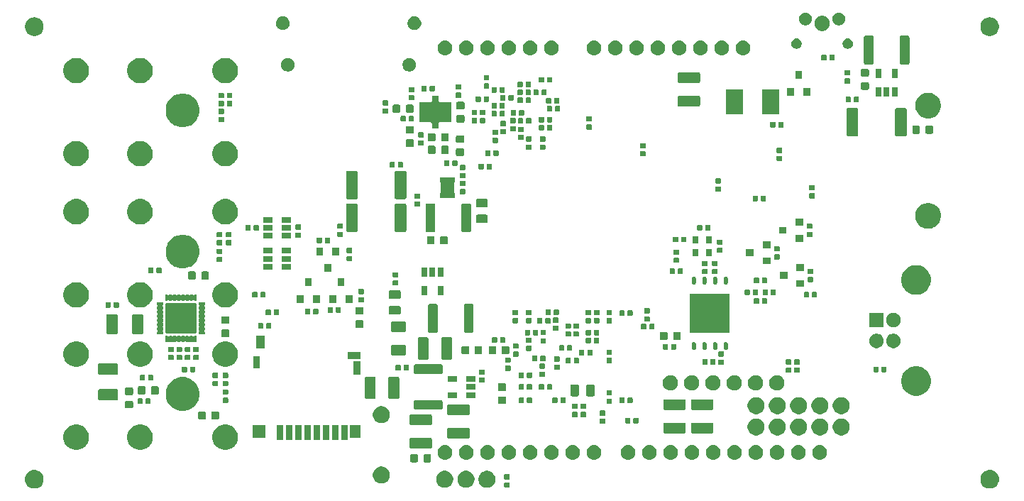
<source format=gbr>
G04 #@! TF.GenerationSoftware,KiCad,Pcbnew,(5.0.1)-rc2*
G04 #@! TF.CreationDate,2021-03-03T09:19:07-05:00*
G04 #@! TF.ProjectId,DFTBoard,444654426F6172642E6B696361645F70,rev?*
G04 #@! TF.SameCoordinates,Original*
G04 #@! TF.FileFunction,Soldermask,Bot*
G04 #@! TF.FilePolarity,Negative*
%FSLAX46Y46*%
G04 Gerber Fmt 4.6, Leading zero omitted, Abs format (unit mm)*
G04 Created by KiCad (PCBNEW (5.0.1)-rc2) date 3/3/2021 9:19:07 AM*
%MOMM*%
%LPD*%
G01*
G04 APERTURE LIST*
%ADD10C,0.125000*%
G04 APERTURE END LIST*
D10*
G04 #@! TO.C,U19*
G36*
X181225000Y-134900000D02*
X181225000Y-139500000D01*
X185975000Y-139500000D01*
X185975000Y-134900000D01*
X181225000Y-134900000D01*
G37*
G36*
X217195984Y-155902140D02*
X217325237Y-155927849D01*
X217528151Y-156011900D01*
X217710772Y-156133923D01*
X217866077Y-156289228D01*
X217988100Y-156471849D01*
X218072151Y-156674763D01*
X218096279Y-156796065D01*
X218115000Y-156890182D01*
X218115000Y-157109818D01*
X218097860Y-157195984D01*
X218072151Y-157325237D01*
X217988100Y-157528151D01*
X217866077Y-157710772D01*
X217710772Y-157866077D01*
X217528151Y-157988100D01*
X217325237Y-158072151D01*
X217195984Y-158097860D01*
X217109818Y-158115000D01*
X216890182Y-158115000D01*
X216804016Y-158097860D01*
X216674763Y-158072151D01*
X216471849Y-157988100D01*
X216289228Y-157866077D01*
X216133923Y-157710772D01*
X216011900Y-157528151D01*
X215927849Y-157325237D01*
X215902140Y-157195984D01*
X215885000Y-157109818D01*
X215885000Y-156890182D01*
X215903721Y-156796065D01*
X215927849Y-156674763D01*
X216011900Y-156471849D01*
X216133923Y-156289228D01*
X216289228Y-156133923D01*
X216471849Y-156011900D01*
X216674763Y-155927849D01*
X216804016Y-155902140D01*
X216890182Y-155885000D01*
X217109818Y-155885000D01*
X217195984Y-155902140D01*
X217195984Y-155902140D01*
G37*
G36*
X103195984Y-155902140D02*
X103325237Y-155927849D01*
X103528151Y-156011900D01*
X103710772Y-156133923D01*
X103866077Y-156289228D01*
X103988100Y-156471849D01*
X104072151Y-156674763D01*
X104096279Y-156796065D01*
X104115000Y-156890182D01*
X104115000Y-157109818D01*
X104097860Y-157195984D01*
X104072151Y-157325237D01*
X103988100Y-157528151D01*
X103866077Y-157710772D01*
X103710772Y-157866077D01*
X103528151Y-157988100D01*
X103325237Y-158072151D01*
X103195984Y-158097860D01*
X103109818Y-158115000D01*
X102890182Y-158115000D01*
X102804016Y-158097860D01*
X102674763Y-158072151D01*
X102471849Y-157988100D01*
X102289228Y-157866077D01*
X102133923Y-157710772D01*
X102011900Y-157528151D01*
X101927849Y-157325237D01*
X101902140Y-157195984D01*
X101885000Y-157109818D01*
X101885000Y-156890182D01*
X101903721Y-156796065D01*
X101927849Y-156674763D01*
X102011900Y-156471849D01*
X102133923Y-156289228D01*
X102289228Y-156133923D01*
X102471849Y-156011900D01*
X102674763Y-155927849D01*
X102804016Y-155902140D01*
X102890182Y-155885000D01*
X103109818Y-155885000D01*
X103195984Y-155902140D01*
X103195984Y-155902140D01*
G37*
G36*
X157296065Y-156024006D02*
X157480783Y-156100519D01*
X157647025Y-156211598D01*
X157788402Y-156352975D01*
X157899481Y-156519217D01*
X157975994Y-156703935D01*
X158015000Y-156900031D01*
X158015000Y-157099969D01*
X157975994Y-157296065D01*
X157899481Y-157480783D01*
X157788402Y-157647025D01*
X157647025Y-157788402D01*
X157480783Y-157899481D01*
X157296065Y-157975994D01*
X157099969Y-158015000D01*
X156900031Y-158015000D01*
X156703935Y-157975994D01*
X156519217Y-157899481D01*
X156352975Y-157788402D01*
X156211598Y-157647025D01*
X156100519Y-157480783D01*
X156024006Y-157296065D01*
X155985000Y-157099969D01*
X155985000Y-156900031D01*
X156024006Y-156703935D01*
X156100519Y-156519217D01*
X156211598Y-156352975D01*
X156352975Y-156211598D01*
X156519217Y-156100519D01*
X156703935Y-156024006D01*
X156900031Y-155985000D01*
X157099969Y-155985000D01*
X157296065Y-156024006D01*
X157296065Y-156024006D01*
G37*
G36*
X152256065Y-156024006D02*
X152440783Y-156100519D01*
X152607025Y-156211598D01*
X152748402Y-156352975D01*
X152859481Y-156519217D01*
X152935994Y-156703935D01*
X152975000Y-156900031D01*
X152975000Y-157099969D01*
X152935994Y-157296065D01*
X152859481Y-157480783D01*
X152748402Y-157647025D01*
X152607025Y-157788402D01*
X152440783Y-157899481D01*
X152256065Y-157975994D01*
X152059969Y-158015000D01*
X151860031Y-158015000D01*
X151663935Y-157975994D01*
X151479217Y-157899481D01*
X151312975Y-157788402D01*
X151171598Y-157647025D01*
X151060519Y-157480783D01*
X150984006Y-157296065D01*
X150945000Y-157099969D01*
X150945000Y-156900031D01*
X150984006Y-156703935D01*
X151060519Y-156519217D01*
X151171598Y-156352975D01*
X151312975Y-156211598D01*
X151479217Y-156100519D01*
X151663935Y-156024006D01*
X151860031Y-155985000D01*
X152059969Y-155985000D01*
X152256065Y-156024006D01*
X152256065Y-156024006D01*
G37*
G36*
X154796065Y-156024006D02*
X154980783Y-156100519D01*
X155147025Y-156211598D01*
X155288402Y-156352975D01*
X155399481Y-156519217D01*
X155475994Y-156703935D01*
X155515000Y-156900031D01*
X155515000Y-157099969D01*
X155475994Y-157296065D01*
X155399481Y-157480783D01*
X155288402Y-157647025D01*
X155147025Y-157788402D01*
X154980783Y-157899481D01*
X154796065Y-157975994D01*
X154599969Y-158015000D01*
X154400031Y-158015000D01*
X154203935Y-157975994D01*
X154019217Y-157899481D01*
X153852975Y-157788402D01*
X153711598Y-157647025D01*
X153600519Y-157480783D01*
X153524006Y-157296065D01*
X153485000Y-157099969D01*
X153485000Y-156900031D01*
X153524006Y-156703935D01*
X153600519Y-156519217D01*
X153711598Y-156352975D01*
X153852975Y-156211598D01*
X154019217Y-156100519D01*
X154203935Y-156024006D01*
X154400031Y-155985000D01*
X154599969Y-155985000D01*
X154796065Y-156024006D01*
X154796065Y-156024006D01*
G37*
G36*
X159656132Y-157377423D02*
X159674385Y-157382960D01*
X159691205Y-157391950D01*
X159705950Y-157404050D01*
X159718050Y-157418795D01*
X159727040Y-157435615D01*
X159732577Y-157453868D01*
X159735000Y-157478467D01*
X159735000Y-157891533D01*
X159732577Y-157916132D01*
X159727040Y-157934385D01*
X159718050Y-157951205D01*
X159705950Y-157965950D01*
X159691205Y-157978050D01*
X159674385Y-157987040D01*
X159656132Y-157992577D01*
X159631533Y-157995000D01*
X159168467Y-157995000D01*
X159143868Y-157992577D01*
X159125615Y-157987040D01*
X159108795Y-157978050D01*
X159094050Y-157965950D01*
X159081950Y-157951205D01*
X159072960Y-157934385D01*
X159067423Y-157916132D01*
X159065000Y-157891533D01*
X159065000Y-157478467D01*
X159067423Y-157453868D01*
X159072960Y-157435615D01*
X159081950Y-157418795D01*
X159094050Y-157404050D01*
X159108795Y-157391950D01*
X159125615Y-157382960D01*
X159143868Y-157377423D01*
X159168467Y-157375000D01*
X159631533Y-157375000D01*
X159656132Y-157377423D01*
X159656132Y-157377423D01*
G37*
G36*
X144696065Y-155524006D02*
X144880783Y-155600519D01*
X145047025Y-155711598D01*
X145188402Y-155852975D01*
X145299481Y-156019217D01*
X145375994Y-156203935D01*
X145415000Y-156400031D01*
X145415000Y-156599969D01*
X145375994Y-156796065D01*
X145299481Y-156980783D01*
X145188402Y-157147025D01*
X145047025Y-157288402D01*
X144880783Y-157399481D01*
X144696065Y-157475994D01*
X144499969Y-157515000D01*
X144300031Y-157515000D01*
X144103935Y-157475994D01*
X143919217Y-157399481D01*
X143752975Y-157288402D01*
X143611598Y-157147025D01*
X143500519Y-156980783D01*
X143424006Y-156796065D01*
X143385000Y-156599969D01*
X143385000Y-156400031D01*
X143424006Y-156203935D01*
X143500519Y-156019217D01*
X143611598Y-155852975D01*
X143752975Y-155711598D01*
X143919217Y-155600519D01*
X144103935Y-155524006D01*
X144300031Y-155485000D01*
X144499969Y-155485000D01*
X144696065Y-155524006D01*
X144696065Y-155524006D01*
G37*
G36*
X159656132Y-156407423D02*
X159674385Y-156412960D01*
X159691205Y-156421950D01*
X159705950Y-156434050D01*
X159718050Y-156448795D01*
X159727040Y-156465615D01*
X159732577Y-156483868D01*
X159735000Y-156508467D01*
X159735000Y-156921533D01*
X159732577Y-156946132D01*
X159727040Y-156964385D01*
X159718050Y-156981205D01*
X159705950Y-156995950D01*
X159691205Y-157008050D01*
X159674385Y-157017040D01*
X159656132Y-157022577D01*
X159631533Y-157025000D01*
X159168467Y-157025000D01*
X159143868Y-157022577D01*
X159125615Y-157017040D01*
X159108795Y-157008050D01*
X159094050Y-156995950D01*
X159081950Y-156981205D01*
X159072960Y-156964385D01*
X159067423Y-156946132D01*
X159065000Y-156921533D01*
X159065000Y-156508467D01*
X159067423Y-156483868D01*
X159072960Y-156465615D01*
X159081950Y-156448795D01*
X159094050Y-156434050D01*
X159108795Y-156421950D01*
X159125615Y-156412960D01*
X159143868Y-156407423D01*
X159168467Y-156405000D01*
X159631533Y-156405000D01*
X159656132Y-156407423D01*
X159656132Y-156407423D01*
G37*
G36*
X148628781Y-154013791D02*
X148660401Y-154023384D01*
X148689541Y-154038960D01*
X148715081Y-154059919D01*
X148736040Y-154085459D01*
X148751616Y-154114599D01*
X148761209Y-154146219D01*
X148765000Y-154184717D01*
X148765000Y-154815283D01*
X148761209Y-154853781D01*
X148751616Y-154885401D01*
X148736040Y-154914541D01*
X148715081Y-154940081D01*
X148689541Y-154961040D01*
X148660401Y-154976616D01*
X148628781Y-154986209D01*
X148590283Y-154990000D01*
X148034717Y-154990000D01*
X147996219Y-154986209D01*
X147964599Y-154976616D01*
X147935459Y-154961040D01*
X147909919Y-154940081D01*
X147888960Y-154914541D01*
X147873384Y-154885401D01*
X147863791Y-154853781D01*
X147860000Y-154815283D01*
X147860000Y-154184717D01*
X147863791Y-154146219D01*
X147873384Y-154114599D01*
X147888960Y-154085459D01*
X147909919Y-154059919D01*
X147935459Y-154038960D01*
X147964599Y-154023384D01*
X147996219Y-154013791D01*
X148034717Y-154010000D01*
X148590283Y-154010000D01*
X148628781Y-154013791D01*
X148628781Y-154013791D01*
G37*
G36*
X150203781Y-154013791D02*
X150235401Y-154023384D01*
X150264541Y-154038960D01*
X150290081Y-154059919D01*
X150311040Y-154085459D01*
X150326616Y-154114599D01*
X150336209Y-154146219D01*
X150340000Y-154184717D01*
X150340000Y-154815283D01*
X150336209Y-154853781D01*
X150326616Y-154885401D01*
X150311040Y-154914541D01*
X150290081Y-154940081D01*
X150264541Y-154961040D01*
X150235401Y-154976616D01*
X150203781Y-154986209D01*
X150165283Y-154990000D01*
X149609717Y-154990000D01*
X149571219Y-154986209D01*
X149539599Y-154976616D01*
X149510459Y-154961040D01*
X149484919Y-154940081D01*
X149463960Y-154914541D01*
X149448384Y-154885401D01*
X149438791Y-154853781D01*
X149435000Y-154815283D01*
X149435000Y-154184717D01*
X149438791Y-154146219D01*
X149448384Y-154114599D01*
X149463960Y-154085459D01*
X149484919Y-154059919D01*
X149510459Y-154038960D01*
X149539599Y-154023384D01*
X149571219Y-154013791D01*
X149609717Y-154010000D01*
X150165283Y-154010000D01*
X150203781Y-154013791D01*
X150203781Y-154013791D01*
G37*
G36*
X169952236Y-152934113D02*
X169952239Y-152934114D01*
X169952240Y-152934114D01*
X170117851Y-152984351D01*
X170250776Y-153055401D01*
X170270486Y-153065936D01*
X170404270Y-153175730D01*
X170514064Y-153309514D01*
X170514065Y-153309516D01*
X170595649Y-153462149D01*
X170645886Y-153627760D01*
X170645887Y-153627764D01*
X170662851Y-153800000D01*
X170645887Y-153972236D01*
X170645886Y-153972239D01*
X170645886Y-153972240D01*
X170595649Y-154137851D01*
X170566646Y-154192111D01*
X170514064Y-154290486D01*
X170404270Y-154424270D01*
X170270486Y-154534064D01*
X170270484Y-154534065D01*
X170117851Y-154615649D01*
X169952240Y-154665886D01*
X169952239Y-154665886D01*
X169952236Y-154665887D01*
X169823161Y-154678600D01*
X169736839Y-154678600D01*
X169607764Y-154665887D01*
X169607761Y-154665886D01*
X169607760Y-154665886D01*
X169442149Y-154615649D01*
X169289516Y-154534065D01*
X169289514Y-154534064D01*
X169155730Y-154424270D01*
X169045936Y-154290486D01*
X168993354Y-154192111D01*
X168964351Y-154137851D01*
X168914114Y-153972240D01*
X168914114Y-153972239D01*
X168914113Y-153972236D01*
X168897149Y-153800000D01*
X168914113Y-153627764D01*
X168914114Y-153627760D01*
X168964351Y-153462149D01*
X169045935Y-153309516D01*
X169045936Y-153309514D01*
X169155730Y-153175730D01*
X169289514Y-153065936D01*
X169309224Y-153055401D01*
X169442149Y-152984351D01*
X169607760Y-152934114D01*
X169607761Y-152934114D01*
X169607764Y-152934113D01*
X169736839Y-152921400D01*
X169823161Y-152921400D01*
X169952236Y-152934113D01*
X169952236Y-152934113D01*
G37*
G36*
X181636236Y-152934113D02*
X181636239Y-152934114D01*
X181636240Y-152934114D01*
X181801851Y-152984351D01*
X181934776Y-153055401D01*
X181954486Y-153065936D01*
X182088270Y-153175730D01*
X182198064Y-153309514D01*
X182198065Y-153309516D01*
X182279649Y-153462149D01*
X182329886Y-153627760D01*
X182329887Y-153627764D01*
X182346851Y-153800000D01*
X182329887Y-153972236D01*
X182329886Y-153972239D01*
X182329886Y-153972240D01*
X182279649Y-154137851D01*
X182250646Y-154192111D01*
X182198064Y-154290486D01*
X182088270Y-154424270D01*
X181954486Y-154534064D01*
X181954484Y-154534065D01*
X181801851Y-154615649D01*
X181636240Y-154665886D01*
X181636239Y-154665886D01*
X181636236Y-154665887D01*
X181507161Y-154678600D01*
X181420839Y-154678600D01*
X181291764Y-154665887D01*
X181291761Y-154665886D01*
X181291760Y-154665886D01*
X181126149Y-154615649D01*
X180973516Y-154534065D01*
X180973514Y-154534064D01*
X180839730Y-154424270D01*
X180729936Y-154290486D01*
X180677354Y-154192111D01*
X180648351Y-154137851D01*
X180598114Y-153972240D01*
X180598114Y-153972239D01*
X180598113Y-153972236D01*
X180581149Y-153800000D01*
X180598113Y-153627764D01*
X180598114Y-153627760D01*
X180648351Y-153462149D01*
X180729935Y-153309516D01*
X180729936Y-153309514D01*
X180839730Y-153175730D01*
X180973514Y-153065936D01*
X180993224Y-153055401D01*
X181126149Y-152984351D01*
X181291760Y-152934114D01*
X181291761Y-152934114D01*
X181291764Y-152934113D01*
X181420839Y-152921400D01*
X181507161Y-152921400D01*
X181636236Y-152934113D01*
X181636236Y-152934113D01*
G37*
G36*
X184176236Y-152934113D02*
X184176239Y-152934114D01*
X184176240Y-152934114D01*
X184341851Y-152984351D01*
X184474776Y-153055401D01*
X184494486Y-153065936D01*
X184628270Y-153175730D01*
X184738064Y-153309514D01*
X184738065Y-153309516D01*
X184819649Y-153462149D01*
X184869886Y-153627760D01*
X184869887Y-153627764D01*
X184886851Y-153800000D01*
X184869887Y-153972236D01*
X184869886Y-153972239D01*
X184869886Y-153972240D01*
X184819649Y-154137851D01*
X184790646Y-154192111D01*
X184738064Y-154290486D01*
X184628270Y-154424270D01*
X184494486Y-154534064D01*
X184494484Y-154534065D01*
X184341851Y-154615649D01*
X184176240Y-154665886D01*
X184176239Y-154665886D01*
X184176236Y-154665887D01*
X184047161Y-154678600D01*
X183960839Y-154678600D01*
X183831764Y-154665887D01*
X183831761Y-154665886D01*
X183831760Y-154665886D01*
X183666149Y-154615649D01*
X183513516Y-154534065D01*
X183513514Y-154534064D01*
X183379730Y-154424270D01*
X183269936Y-154290486D01*
X183217354Y-154192111D01*
X183188351Y-154137851D01*
X183138114Y-153972240D01*
X183138114Y-153972239D01*
X183138113Y-153972236D01*
X183121149Y-153800000D01*
X183138113Y-153627764D01*
X183138114Y-153627760D01*
X183188351Y-153462149D01*
X183269935Y-153309516D01*
X183269936Y-153309514D01*
X183379730Y-153175730D01*
X183513514Y-153065936D01*
X183533224Y-153055401D01*
X183666149Y-152984351D01*
X183831760Y-152934114D01*
X183831761Y-152934114D01*
X183831764Y-152934113D01*
X183960839Y-152921400D01*
X184047161Y-152921400D01*
X184176236Y-152934113D01*
X184176236Y-152934113D01*
G37*
G36*
X186716236Y-152934113D02*
X186716239Y-152934114D01*
X186716240Y-152934114D01*
X186881851Y-152984351D01*
X187014776Y-153055401D01*
X187034486Y-153065936D01*
X187168270Y-153175730D01*
X187278064Y-153309514D01*
X187278065Y-153309516D01*
X187359649Y-153462149D01*
X187409886Y-153627760D01*
X187409887Y-153627764D01*
X187426851Y-153800000D01*
X187409887Y-153972236D01*
X187409886Y-153972239D01*
X187409886Y-153972240D01*
X187359649Y-154137851D01*
X187330646Y-154192111D01*
X187278064Y-154290486D01*
X187168270Y-154424270D01*
X187034486Y-154534064D01*
X187034484Y-154534065D01*
X186881851Y-154615649D01*
X186716240Y-154665886D01*
X186716239Y-154665886D01*
X186716236Y-154665887D01*
X186587161Y-154678600D01*
X186500839Y-154678600D01*
X186371764Y-154665887D01*
X186371761Y-154665886D01*
X186371760Y-154665886D01*
X186206149Y-154615649D01*
X186053516Y-154534065D01*
X186053514Y-154534064D01*
X185919730Y-154424270D01*
X185809936Y-154290486D01*
X185757354Y-154192111D01*
X185728351Y-154137851D01*
X185678114Y-153972240D01*
X185678114Y-153972239D01*
X185678113Y-153972236D01*
X185661149Y-153800000D01*
X185678113Y-153627764D01*
X185678114Y-153627760D01*
X185728351Y-153462149D01*
X185809935Y-153309516D01*
X185809936Y-153309514D01*
X185919730Y-153175730D01*
X186053514Y-153065936D01*
X186073224Y-153055401D01*
X186206149Y-152984351D01*
X186371760Y-152934114D01*
X186371761Y-152934114D01*
X186371764Y-152934113D01*
X186500839Y-152921400D01*
X186587161Y-152921400D01*
X186716236Y-152934113D01*
X186716236Y-152934113D01*
G37*
G36*
X191796236Y-152934113D02*
X191796239Y-152934114D01*
X191796240Y-152934114D01*
X191961851Y-152984351D01*
X192094776Y-153055401D01*
X192114486Y-153065936D01*
X192248270Y-153175730D01*
X192358064Y-153309514D01*
X192358065Y-153309516D01*
X192439649Y-153462149D01*
X192489886Y-153627760D01*
X192489887Y-153627764D01*
X192506851Y-153800000D01*
X192489887Y-153972236D01*
X192489886Y-153972239D01*
X192489886Y-153972240D01*
X192439649Y-154137851D01*
X192410646Y-154192111D01*
X192358064Y-154290486D01*
X192248270Y-154424270D01*
X192114486Y-154534064D01*
X192114484Y-154534065D01*
X191961851Y-154615649D01*
X191796240Y-154665886D01*
X191796239Y-154665886D01*
X191796236Y-154665887D01*
X191667161Y-154678600D01*
X191580839Y-154678600D01*
X191451764Y-154665887D01*
X191451761Y-154665886D01*
X191451760Y-154665886D01*
X191286149Y-154615649D01*
X191133516Y-154534065D01*
X191133514Y-154534064D01*
X190999730Y-154424270D01*
X190889936Y-154290486D01*
X190837354Y-154192111D01*
X190808351Y-154137851D01*
X190758114Y-153972240D01*
X190758114Y-153972239D01*
X190758113Y-153972236D01*
X190741149Y-153800000D01*
X190758113Y-153627764D01*
X190758114Y-153627760D01*
X190808351Y-153462149D01*
X190889935Y-153309516D01*
X190889936Y-153309514D01*
X190999730Y-153175730D01*
X191133514Y-153065936D01*
X191153224Y-153055401D01*
X191286149Y-152984351D01*
X191451760Y-152934114D01*
X191451761Y-152934114D01*
X191451764Y-152934113D01*
X191580839Y-152921400D01*
X191667161Y-152921400D01*
X191796236Y-152934113D01*
X191796236Y-152934113D01*
G37*
G36*
X179096236Y-152934113D02*
X179096239Y-152934114D01*
X179096240Y-152934114D01*
X179261851Y-152984351D01*
X179394776Y-153055401D01*
X179414486Y-153065936D01*
X179548270Y-153175730D01*
X179658064Y-153309514D01*
X179658065Y-153309516D01*
X179739649Y-153462149D01*
X179789886Y-153627760D01*
X179789887Y-153627764D01*
X179806851Y-153800000D01*
X179789887Y-153972236D01*
X179789886Y-153972239D01*
X179789886Y-153972240D01*
X179739649Y-154137851D01*
X179710646Y-154192111D01*
X179658064Y-154290486D01*
X179548270Y-154424270D01*
X179414486Y-154534064D01*
X179414484Y-154534065D01*
X179261851Y-154615649D01*
X179096240Y-154665886D01*
X179096239Y-154665886D01*
X179096236Y-154665887D01*
X178967161Y-154678600D01*
X178880839Y-154678600D01*
X178751764Y-154665887D01*
X178751761Y-154665886D01*
X178751760Y-154665886D01*
X178586149Y-154615649D01*
X178433516Y-154534065D01*
X178433514Y-154534064D01*
X178299730Y-154424270D01*
X178189936Y-154290486D01*
X178137354Y-154192111D01*
X178108351Y-154137851D01*
X178058114Y-153972240D01*
X178058114Y-153972239D01*
X178058113Y-153972236D01*
X178041149Y-153800000D01*
X178058113Y-153627764D01*
X178058114Y-153627760D01*
X178108351Y-153462149D01*
X178189935Y-153309516D01*
X178189936Y-153309514D01*
X178299730Y-153175730D01*
X178433514Y-153065936D01*
X178453224Y-153055401D01*
X178586149Y-152984351D01*
X178751760Y-152934114D01*
X178751761Y-152934114D01*
X178751764Y-152934113D01*
X178880839Y-152921400D01*
X178967161Y-152921400D01*
X179096236Y-152934113D01*
X179096236Y-152934113D01*
G37*
G36*
X176556236Y-152934113D02*
X176556239Y-152934114D01*
X176556240Y-152934114D01*
X176721851Y-152984351D01*
X176854776Y-153055401D01*
X176874486Y-153065936D01*
X177008270Y-153175730D01*
X177118064Y-153309514D01*
X177118065Y-153309516D01*
X177199649Y-153462149D01*
X177249886Y-153627760D01*
X177249887Y-153627764D01*
X177266851Y-153800000D01*
X177249887Y-153972236D01*
X177249886Y-153972239D01*
X177249886Y-153972240D01*
X177199649Y-154137851D01*
X177170646Y-154192111D01*
X177118064Y-154290486D01*
X177008270Y-154424270D01*
X176874486Y-154534064D01*
X176874484Y-154534065D01*
X176721851Y-154615649D01*
X176556240Y-154665886D01*
X176556239Y-154665886D01*
X176556236Y-154665887D01*
X176427161Y-154678600D01*
X176340839Y-154678600D01*
X176211764Y-154665887D01*
X176211761Y-154665886D01*
X176211760Y-154665886D01*
X176046149Y-154615649D01*
X175893516Y-154534065D01*
X175893514Y-154534064D01*
X175759730Y-154424270D01*
X175649936Y-154290486D01*
X175597354Y-154192111D01*
X175568351Y-154137851D01*
X175518114Y-153972240D01*
X175518114Y-153972239D01*
X175518113Y-153972236D01*
X175501149Y-153800000D01*
X175518113Y-153627764D01*
X175518114Y-153627760D01*
X175568351Y-153462149D01*
X175649935Y-153309516D01*
X175649936Y-153309514D01*
X175759730Y-153175730D01*
X175893514Y-153065936D01*
X175913224Y-153055401D01*
X176046149Y-152984351D01*
X176211760Y-152934114D01*
X176211761Y-152934114D01*
X176211764Y-152934113D01*
X176340839Y-152921400D01*
X176427161Y-152921400D01*
X176556236Y-152934113D01*
X176556236Y-152934113D01*
G37*
G36*
X174016236Y-152934113D02*
X174016239Y-152934114D01*
X174016240Y-152934114D01*
X174181851Y-152984351D01*
X174314776Y-153055401D01*
X174334486Y-153065936D01*
X174468270Y-153175730D01*
X174578064Y-153309514D01*
X174578065Y-153309516D01*
X174659649Y-153462149D01*
X174709886Y-153627760D01*
X174709887Y-153627764D01*
X174726851Y-153800000D01*
X174709887Y-153972236D01*
X174709886Y-153972239D01*
X174709886Y-153972240D01*
X174659649Y-154137851D01*
X174630646Y-154192111D01*
X174578064Y-154290486D01*
X174468270Y-154424270D01*
X174334486Y-154534064D01*
X174334484Y-154534065D01*
X174181851Y-154615649D01*
X174016240Y-154665886D01*
X174016239Y-154665886D01*
X174016236Y-154665887D01*
X173887161Y-154678600D01*
X173800839Y-154678600D01*
X173671764Y-154665887D01*
X173671761Y-154665886D01*
X173671760Y-154665886D01*
X173506149Y-154615649D01*
X173353516Y-154534065D01*
X173353514Y-154534064D01*
X173219730Y-154424270D01*
X173109936Y-154290486D01*
X173057354Y-154192111D01*
X173028351Y-154137851D01*
X172978114Y-153972240D01*
X172978114Y-153972239D01*
X172978113Y-153972236D01*
X172961149Y-153800000D01*
X172978113Y-153627764D01*
X172978114Y-153627760D01*
X173028351Y-153462149D01*
X173109935Y-153309516D01*
X173109936Y-153309514D01*
X173219730Y-153175730D01*
X173353514Y-153065936D01*
X173373224Y-153055401D01*
X173506149Y-152984351D01*
X173671760Y-152934114D01*
X173671761Y-152934114D01*
X173671764Y-152934113D01*
X173800839Y-152921400D01*
X173887161Y-152921400D01*
X174016236Y-152934113D01*
X174016236Y-152934113D01*
G37*
G36*
X167412236Y-152934113D02*
X167412239Y-152934114D01*
X167412240Y-152934114D01*
X167577851Y-152984351D01*
X167710776Y-153055401D01*
X167730486Y-153065936D01*
X167864270Y-153175730D01*
X167974064Y-153309514D01*
X167974065Y-153309516D01*
X168055649Y-153462149D01*
X168105886Y-153627760D01*
X168105887Y-153627764D01*
X168122851Y-153800000D01*
X168105887Y-153972236D01*
X168105886Y-153972239D01*
X168105886Y-153972240D01*
X168055649Y-154137851D01*
X168026646Y-154192111D01*
X167974064Y-154290486D01*
X167864270Y-154424270D01*
X167730486Y-154534064D01*
X167730484Y-154534065D01*
X167577851Y-154615649D01*
X167412240Y-154665886D01*
X167412239Y-154665886D01*
X167412236Y-154665887D01*
X167283161Y-154678600D01*
X167196839Y-154678600D01*
X167067764Y-154665887D01*
X167067761Y-154665886D01*
X167067760Y-154665886D01*
X166902149Y-154615649D01*
X166749516Y-154534065D01*
X166749514Y-154534064D01*
X166615730Y-154424270D01*
X166505936Y-154290486D01*
X166453354Y-154192111D01*
X166424351Y-154137851D01*
X166374114Y-153972240D01*
X166374114Y-153972239D01*
X166374113Y-153972236D01*
X166357149Y-153800000D01*
X166374113Y-153627764D01*
X166374114Y-153627760D01*
X166424351Y-153462149D01*
X166505935Y-153309516D01*
X166505936Y-153309514D01*
X166615730Y-153175730D01*
X166749514Y-153065936D01*
X166769224Y-153055401D01*
X166902149Y-152984351D01*
X167067760Y-152934114D01*
X167067761Y-152934114D01*
X167067764Y-152934113D01*
X167196839Y-152921400D01*
X167283161Y-152921400D01*
X167412236Y-152934113D01*
X167412236Y-152934113D01*
G37*
G36*
X164872236Y-152934113D02*
X164872239Y-152934114D01*
X164872240Y-152934114D01*
X165037851Y-152984351D01*
X165170776Y-153055401D01*
X165190486Y-153065936D01*
X165324270Y-153175730D01*
X165434064Y-153309514D01*
X165434065Y-153309516D01*
X165515649Y-153462149D01*
X165565886Y-153627760D01*
X165565887Y-153627764D01*
X165582851Y-153800000D01*
X165565887Y-153972236D01*
X165565886Y-153972239D01*
X165565886Y-153972240D01*
X165515649Y-154137851D01*
X165486646Y-154192111D01*
X165434064Y-154290486D01*
X165324270Y-154424270D01*
X165190486Y-154534064D01*
X165190484Y-154534065D01*
X165037851Y-154615649D01*
X164872240Y-154665886D01*
X164872239Y-154665886D01*
X164872236Y-154665887D01*
X164743161Y-154678600D01*
X164656839Y-154678600D01*
X164527764Y-154665887D01*
X164527761Y-154665886D01*
X164527760Y-154665886D01*
X164362149Y-154615649D01*
X164209516Y-154534065D01*
X164209514Y-154534064D01*
X164075730Y-154424270D01*
X163965936Y-154290486D01*
X163913354Y-154192111D01*
X163884351Y-154137851D01*
X163834114Y-153972240D01*
X163834114Y-153972239D01*
X163834113Y-153972236D01*
X163817149Y-153800000D01*
X163834113Y-153627764D01*
X163834114Y-153627760D01*
X163884351Y-153462149D01*
X163965935Y-153309516D01*
X163965936Y-153309514D01*
X164075730Y-153175730D01*
X164209514Y-153065936D01*
X164229224Y-153055401D01*
X164362149Y-152984351D01*
X164527760Y-152934114D01*
X164527761Y-152934114D01*
X164527764Y-152934113D01*
X164656839Y-152921400D01*
X164743161Y-152921400D01*
X164872236Y-152934113D01*
X164872236Y-152934113D01*
G37*
G36*
X162332236Y-152934113D02*
X162332239Y-152934114D01*
X162332240Y-152934114D01*
X162497851Y-152984351D01*
X162630776Y-153055401D01*
X162650486Y-153065936D01*
X162784270Y-153175730D01*
X162894064Y-153309514D01*
X162894065Y-153309516D01*
X162975649Y-153462149D01*
X163025886Y-153627760D01*
X163025887Y-153627764D01*
X163042851Y-153800000D01*
X163025887Y-153972236D01*
X163025886Y-153972239D01*
X163025886Y-153972240D01*
X162975649Y-154137851D01*
X162946646Y-154192111D01*
X162894064Y-154290486D01*
X162784270Y-154424270D01*
X162650486Y-154534064D01*
X162650484Y-154534065D01*
X162497851Y-154615649D01*
X162332240Y-154665886D01*
X162332239Y-154665886D01*
X162332236Y-154665887D01*
X162203161Y-154678600D01*
X162116839Y-154678600D01*
X161987764Y-154665887D01*
X161987761Y-154665886D01*
X161987760Y-154665886D01*
X161822149Y-154615649D01*
X161669516Y-154534065D01*
X161669514Y-154534064D01*
X161535730Y-154424270D01*
X161425936Y-154290486D01*
X161373354Y-154192111D01*
X161344351Y-154137851D01*
X161294114Y-153972240D01*
X161294114Y-153972239D01*
X161294113Y-153972236D01*
X161277149Y-153800000D01*
X161294113Y-153627764D01*
X161294114Y-153627760D01*
X161344351Y-153462149D01*
X161425935Y-153309516D01*
X161425936Y-153309514D01*
X161535730Y-153175730D01*
X161669514Y-153065936D01*
X161689224Y-153055401D01*
X161822149Y-152984351D01*
X161987760Y-152934114D01*
X161987761Y-152934114D01*
X161987764Y-152934113D01*
X162116839Y-152921400D01*
X162203161Y-152921400D01*
X162332236Y-152934113D01*
X162332236Y-152934113D01*
G37*
G36*
X159792236Y-152934113D02*
X159792239Y-152934114D01*
X159792240Y-152934114D01*
X159957851Y-152984351D01*
X160090776Y-153055401D01*
X160110486Y-153065936D01*
X160244270Y-153175730D01*
X160354064Y-153309514D01*
X160354065Y-153309516D01*
X160435649Y-153462149D01*
X160485886Y-153627760D01*
X160485887Y-153627764D01*
X160502851Y-153800000D01*
X160485887Y-153972236D01*
X160485886Y-153972239D01*
X160485886Y-153972240D01*
X160435649Y-154137851D01*
X160406646Y-154192111D01*
X160354064Y-154290486D01*
X160244270Y-154424270D01*
X160110486Y-154534064D01*
X160110484Y-154534065D01*
X159957851Y-154615649D01*
X159792240Y-154665886D01*
X159792239Y-154665886D01*
X159792236Y-154665887D01*
X159663161Y-154678600D01*
X159576839Y-154678600D01*
X159447764Y-154665887D01*
X159447761Y-154665886D01*
X159447760Y-154665886D01*
X159282149Y-154615649D01*
X159129516Y-154534065D01*
X159129514Y-154534064D01*
X158995730Y-154424270D01*
X158885936Y-154290486D01*
X158833354Y-154192111D01*
X158804351Y-154137851D01*
X158754114Y-153972240D01*
X158754114Y-153972239D01*
X158754113Y-153972236D01*
X158737149Y-153800000D01*
X158754113Y-153627764D01*
X158754114Y-153627760D01*
X158804351Y-153462149D01*
X158885935Y-153309516D01*
X158885936Y-153309514D01*
X158995730Y-153175730D01*
X159129514Y-153065936D01*
X159149224Y-153055401D01*
X159282149Y-152984351D01*
X159447760Y-152934114D01*
X159447761Y-152934114D01*
X159447764Y-152934113D01*
X159576839Y-152921400D01*
X159663161Y-152921400D01*
X159792236Y-152934113D01*
X159792236Y-152934113D01*
G37*
G36*
X157252236Y-152934113D02*
X157252239Y-152934114D01*
X157252240Y-152934114D01*
X157417851Y-152984351D01*
X157550776Y-153055401D01*
X157570486Y-153065936D01*
X157704270Y-153175730D01*
X157814064Y-153309514D01*
X157814065Y-153309516D01*
X157895649Y-153462149D01*
X157945886Y-153627760D01*
X157945887Y-153627764D01*
X157962851Y-153800000D01*
X157945887Y-153972236D01*
X157945886Y-153972239D01*
X157945886Y-153972240D01*
X157895649Y-154137851D01*
X157866646Y-154192111D01*
X157814064Y-154290486D01*
X157704270Y-154424270D01*
X157570486Y-154534064D01*
X157570484Y-154534065D01*
X157417851Y-154615649D01*
X157252240Y-154665886D01*
X157252239Y-154665886D01*
X157252236Y-154665887D01*
X157123161Y-154678600D01*
X157036839Y-154678600D01*
X156907764Y-154665887D01*
X156907761Y-154665886D01*
X156907760Y-154665886D01*
X156742149Y-154615649D01*
X156589516Y-154534065D01*
X156589514Y-154534064D01*
X156455730Y-154424270D01*
X156345936Y-154290486D01*
X156293354Y-154192111D01*
X156264351Y-154137851D01*
X156214114Y-153972240D01*
X156214114Y-153972239D01*
X156214113Y-153972236D01*
X156197149Y-153800000D01*
X156214113Y-153627764D01*
X156214114Y-153627760D01*
X156264351Y-153462149D01*
X156345935Y-153309516D01*
X156345936Y-153309514D01*
X156455730Y-153175730D01*
X156589514Y-153065936D01*
X156609224Y-153055401D01*
X156742149Y-152984351D01*
X156907760Y-152934114D01*
X156907761Y-152934114D01*
X156907764Y-152934113D01*
X157036839Y-152921400D01*
X157123161Y-152921400D01*
X157252236Y-152934113D01*
X157252236Y-152934113D01*
G37*
G36*
X154712236Y-152934113D02*
X154712239Y-152934114D01*
X154712240Y-152934114D01*
X154877851Y-152984351D01*
X155010776Y-153055401D01*
X155030486Y-153065936D01*
X155164270Y-153175730D01*
X155274064Y-153309514D01*
X155274065Y-153309516D01*
X155355649Y-153462149D01*
X155405886Y-153627760D01*
X155405887Y-153627764D01*
X155422851Y-153800000D01*
X155405887Y-153972236D01*
X155405886Y-153972239D01*
X155405886Y-153972240D01*
X155355649Y-154137851D01*
X155326646Y-154192111D01*
X155274064Y-154290486D01*
X155164270Y-154424270D01*
X155030486Y-154534064D01*
X155030484Y-154534065D01*
X154877851Y-154615649D01*
X154712240Y-154665886D01*
X154712239Y-154665886D01*
X154712236Y-154665887D01*
X154583161Y-154678600D01*
X154496839Y-154678600D01*
X154367764Y-154665887D01*
X154367761Y-154665886D01*
X154367760Y-154665886D01*
X154202149Y-154615649D01*
X154049516Y-154534065D01*
X154049514Y-154534064D01*
X153915730Y-154424270D01*
X153805936Y-154290486D01*
X153753354Y-154192111D01*
X153724351Y-154137851D01*
X153674114Y-153972240D01*
X153674114Y-153972239D01*
X153674113Y-153972236D01*
X153657149Y-153800000D01*
X153674113Y-153627764D01*
X153674114Y-153627760D01*
X153724351Y-153462149D01*
X153805935Y-153309516D01*
X153805936Y-153309514D01*
X153915730Y-153175730D01*
X154049514Y-153065936D01*
X154069224Y-153055401D01*
X154202149Y-152984351D01*
X154367760Y-152934114D01*
X154367761Y-152934114D01*
X154367764Y-152934113D01*
X154496839Y-152921400D01*
X154583161Y-152921400D01*
X154712236Y-152934113D01*
X154712236Y-152934113D01*
G37*
G36*
X152172236Y-152934113D02*
X152172239Y-152934114D01*
X152172240Y-152934114D01*
X152337851Y-152984351D01*
X152470776Y-153055401D01*
X152490486Y-153065936D01*
X152624270Y-153175730D01*
X152734064Y-153309514D01*
X152734065Y-153309516D01*
X152815649Y-153462149D01*
X152865886Y-153627760D01*
X152865887Y-153627764D01*
X152882851Y-153800000D01*
X152865887Y-153972236D01*
X152865886Y-153972239D01*
X152865886Y-153972240D01*
X152815649Y-154137851D01*
X152786646Y-154192111D01*
X152734064Y-154290486D01*
X152624270Y-154424270D01*
X152490486Y-154534064D01*
X152490484Y-154534065D01*
X152337851Y-154615649D01*
X152172240Y-154665886D01*
X152172239Y-154665886D01*
X152172236Y-154665887D01*
X152043161Y-154678600D01*
X151956839Y-154678600D01*
X151827764Y-154665887D01*
X151827761Y-154665886D01*
X151827760Y-154665886D01*
X151662149Y-154615649D01*
X151509516Y-154534065D01*
X151509514Y-154534064D01*
X151375730Y-154424270D01*
X151265936Y-154290486D01*
X151213354Y-154192111D01*
X151184351Y-154137851D01*
X151134114Y-153972240D01*
X151134114Y-153972239D01*
X151134113Y-153972236D01*
X151117149Y-153800000D01*
X151134113Y-153627764D01*
X151134114Y-153627760D01*
X151184351Y-153462149D01*
X151265935Y-153309516D01*
X151265936Y-153309514D01*
X151375730Y-153175730D01*
X151509514Y-153065936D01*
X151529224Y-153055401D01*
X151662149Y-152984351D01*
X151827760Y-152934114D01*
X151827761Y-152934114D01*
X151827764Y-152934113D01*
X151956839Y-152921400D01*
X152043161Y-152921400D01*
X152172236Y-152934113D01*
X152172236Y-152934113D01*
G37*
G36*
X196876236Y-152934113D02*
X196876239Y-152934114D01*
X196876240Y-152934114D01*
X197041851Y-152984351D01*
X197174776Y-153055401D01*
X197194486Y-153065936D01*
X197328270Y-153175730D01*
X197438064Y-153309514D01*
X197438065Y-153309516D01*
X197519649Y-153462149D01*
X197569886Y-153627760D01*
X197569887Y-153627764D01*
X197586851Y-153800000D01*
X197569887Y-153972236D01*
X197569886Y-153972239D01*
X197569886Y-153972240D01*
X197519649Y-154137851D01*
X197490646Y-154192111D01*
X197438064Y-154290486D01*
X197328270Y-154424270D01*
X197194486Y-154534064D01*
X197194484Y-154534065D01*
X197041851Y-154615649D01*
X196876240Y-154665886D01*
X196876239Y-154665886D01*
X196876236Y-154665887D01*
X196747161Y-154678600D01*
X196660839Y-154678600D01*
X196531764Y-154665887D01*
X196531761Y-154665886D01*
X196531760Y-154665886D01*
X196366149Y-154615649D01*
X196213516Y-154534065D01*
X196213514Y-154534064D01*
X196079730Y-154424270D01*
X195969936Y-154290486D01*
X195917354Y-154192111D01*
X195888351Y-154137851D01*
X195838114Y-153972240D01*
X195838114Y-153972239D01*
X195838113Y-153972236D01*
X195821149Y-153800000D01*
X195838113Y-153627764D01*
X195838114Y-153627760D01*
X195888351Y-153462149D01*
X195969935Y-153309516D01*
X195969936Y-153309514D01*
X196079730Y-153175730D01*
X196213514Y-153065936D01*
X196233224Y-153055401D01*
X196366149Y-152984351D01*
X196531760Y-152934114D01*
X196531761Y-152934114D01*
X196531764Y-152934113D01*
X196660839Y-152921400D01*
X196747161Y-152921400D01*
X196876236Y-152934113D01*
X196876236Y-152934113D01*
G37*
G36*
X189256236Y-152934113D02*
X189256239Y-152934114D01*
X189256240Y-152934114D01*
X189421851Y-152984351D01*
X189554776Y-153055401D01*
X189574486Y-153065936D01*
X189708270Y-153175730D01*
X189818064Y-153309514D01*
X189818065Y-153309516D01*
X189899649Y-153462149D01*
X189949886Y-153627760D01*
X189949887Y-153627764D01*
X189966851Y-153800000D01*
X189949887Y-153972236D01*
X189949886Y-153972239D01*
X189949886Y-153972240D01*
X189899649Y-154137851D01*
X189870646Y-154192111D01*
X189818064Y-154290486D01*
X189708270Y-154424270D01*
X189574486Y-154534064D01*
X189574484Y-154534065D01*
X189421851Y-154615649D01*
X189256240Y-154665886D01*
X189256239Y-154665886D01*
X189256236Y-154665887D01*
X189127161Y-154678600D01*
X189040839Y-154678600D01*
X188911764Y-154665887D01*
X188911761Y-154665886D01*
X188911760Y-154665886D01*
X188746149Y-154615649D01*
X188593516Y-154534065D01*
X188593514Y-154534064D01*
X188459730Y-154424270D01*
X188349936Y-154290486D01*
X188297354Y-154192111D01*
X188268351Y-154137851D01*
X188218114Y-153972240D01*
X188218114Y-153972239D01*
X188218113Y-153972236D01*
X188201149Y-153800000D01*
X188218113Y-153627764D01*
X188218114Y-153627760D01*
X188268351Y-153462149D01*
X188349935Y-153309516D01*
X188349936Y-153309514D01*
X188459730Y-153175730D01*
X188593514Y-153065936D01*
X188613224Y-153055401D01*
X188746149Y-152984351D01*
X188911760Y-152934114D01*
X188911761Y-152934114D01*
X188911764Y-152934113D01*
X189040839Y-152921400D01*
X189127161Y-152921400D01*
X189256236Y-152934113D01*
X189256236Y-152934113D01*
G37*
G36*
X194336236Y-152934113D02*
X194336239Y-152934114D01*
X194336240Y-152934114D01*
X194501851Y-152984351D01*
X194634776Y-153055401D01*
X194654486Y-153065936D01*
X194788270Y-153175730D01*
X194898064Y-153309514D01*
X194898065Y-153309516D01*
X194979649Y-153462149D01*
X195029886Y-153627760D01*
X195029887Y-153627764D01*
X195046851Y-153800000D01*
X195029887Y-153972236D01*
X195029886Y-153972239D01*
X195029886Y-153972240D01*
X194979649Y-154137851D01*
X194950646Y-154192111D01*
X194898064Y-154290486D01*
X194788270Y-154424270D01*
X194654486Y-154534064D01*
X194654484Y-154534065D01*
X194501851Y-154615649D01*
X194336240Y-154665886D01*
X194336239Y-154665886D01*
X194336236Y-154665887D01*
X194207161Y-154678600D01*
X194120839Y-154678600D01*
X193991764Y-154665887D01*
X193991761Y-154665886D01*
X193991760Y-154665886D01*
X193826149Y-154615649D01*
X193673516Y-154534065D01*
X193673514Y-154534064D01*
X193539730Y-154424270D01*
X193429936Y-154290486D01*
X193377354Y-154192111D01*
X193348351Y-154137851D01*
X193298114Y-153972240D01*
X193298114Y-153972239D01*
X193298113Y-153972236D01*
X193281149Y-153800000D01*
X193298113Y-153627764D01*
X193298114Y-153627760D01*
X193348351Y-153462149D01*
X193429935Y-153309516D01*
X193429936Y-153309514D01*
X193539730Y-153175730D01*
X193673514Y-153065936D01*
X193693224Y-153055401D01*
X193826149Y-152984351D01*
X193991760Y-152934114D01*
X193991761Y-152934114D01*
X193991764Y-152934113D01*
X194120839Y-152921400D01*
X194207161Y-152921400D01*
X194336236Y-152934113D01*
X194336236Y-152934113D01*
G37*
G36*
X126221909Y-150543221D02*
X126416867Y-150623976D01*
X126497622Y-150657425D01*
X126745759Y-150823225D01*
X126956775Y-151034241D01*
X127122575Y-151282378D01*
X127143934Y-151333943D01*
X127236779Y-151558091D01*
X127295000Y-151850786D01*
X127295000Y-152149214D01*
X127236779Y-152441909D01*
X127156024Y-152636867D01*
X127122575Y-152717622D01*
X126956775Y-152965759D01*
X126745759Y-153176775D01*
X126497622Y-153342575D01*
X126416867Y-153376024D01*
X126221909Y-153456779D01*
X125929214Y-153515000D01*
X125630786Y-153515000D01*
X125338091Y-153456779D01*
X125143133Y-153376024D01*
X125062378Y-153342575D01*
X124814241Y-153176775D01*
X124603225Y-152965759D01*
X124437425Y-152717622D01*
X124403976Y-152636867D01*
X124323221Y-152441909D01*
X124265000Y-152149214D01*
X124265000Y-151850786D01*
X124323221Y-151558091D01*
X124416066Y-151333943D01*
X124437425Y-151282378D01*
X124603225Y-151034241D01*
X124814241Y-150823225D01*
X125062378Y-150657425D01*
X125143133Y-150623976D01*
X125338091Y-150543221D01*
X125630786Y-150485000D01*
X125929214Y-150485000D01*
X126221909Y-150543221D01*
X126221909Y-150543221D01*
G37*
G36*
X116061909Y-150543221D02*
X116256867Y-150623976D01*
X116337622Y-150657425D01*
X116585759Y-150823225D01*
X116796775Y-151034241D01*
X116962575Y-151282378D01*
X116983934Y-151333943D01*
X117076779Y-151558091D01*
X117135000Y-151850786D01*
X117135000Y-152149214D01*
X117076779Y-152441909D01*
X116996024Y-152636867D01*
X116962575Y-152717622D01*
X116796775Y-152965759D01*
X116585759Y-153176775D01*
X116337622Y-153342575D01*
X116256867Y-153376024D01*
X116061909Y-153456779D01*
X115769214Y-153515000D01*
X115470786Y-153515000D01*
X115178091Y-153456779D01*
X114983133Y-153376024D01*
X114902378Y-153342575D01*
X114654241Y-153176775D01*
X114443225Y-152965759D01*
X114277425Y-152717622D01*
X114243976Y-152636867D01*
X114163221Y-152441909D01*
X114105000Y-152149214D01*
X114105000Y-151850786D01*
X114163221Y-151558091D01*
X114256066Y-151333943D01*
X114277425Y-151282378D01*
X114443225Y-151034241D01*
X114654241Y-150823225D01*
X114902378Y-150657425D01*
X114983133Y-150623976D01*
X115178091Y-150543221D01*
X115470786Y-150485000D01*
X115769214Y-150485000D01*
X116061909Y-150543221D01*
X116061909Y-150543221D01*
G37*
G36*
X108441909Y-150543221D02*
X108636867Y-150623976D01*
X108717622Y-150657425D01*
X108965759Y-150823225D01*
X109176775Y-151034241D01*
X109342575Y-151282378D01*
X109363934Y-151333943D01*
X109456779Y-151558091D01*
X109515000Y-151850786D01*
X109515000Y-152149214D01*
X109456779Y-152441909D01*
X109376024Y-152636867D01*
X109342575Y-152717622D01*
X109176775Y-152965759D01*
X108965759Y-153176775D01*
X108717622Y-153342575D01*
X108636867Y-153376024D01*
X108441909Y-153456779D01*
X108149214Y-153515000D01*
X107850786Y-153515000D01*
X107558091Y-153456779D01*
X107363133Y-153376024D01*
X107282378Y-153342575D01*
X107034241Y-153176775D01*
X106823225Y-152965759D01*
X106657425Y-152717622D01*
X106623976Y-152636867D01*
X106543221Y-152441909D01*
X106485000Y-152149214D01*
X106485000Y-151850786D01*
X106543221Y-151558091D01*
X106636066Y-151333943D01*
X106657425Y-151282378D01*
X106823225Y-151034241D01*
X107034241Y-150823225D01*
X107282378Y-150657425D01*
X107363133Y-150623976D01*
X107558091Y-150543221D01*
X107850786Y-150485000D01*
X108149214Y-150485000D01*
X108441909Y-150543221D01*
X108441909Y-150543221D01*
G37*
G36*
X150289037Y-152064144D02*
X150324091Y-152074777D01*
X150356399Y-152092047D01*
X150384715Y-152115285D01*
X150407953Y-152143601D01*
X150425223Y-152175909D01*
X150435856Y-152210963D01*
X150440000Y-152253037D01*
X150440000Y-153146963D01*
X150435856Y-153189037D01*
X150425223Y-153224091D01*
X150407953Y-153256399D01*
X150384715Y-153284715D01*
X150356399Y-153307953D01*
X150324091Y-153325223D01*
X150289037Y-153335856D01*
X150246963Y-153340000D01*
X147953037Y-153340000D01*
X147910963Y-153335856D01*
X147875909Y-153325223D01*
X147843601Y-153307953D01*
X147815285Y-153284715D01*
X147792047Y-153256399D01*
X147774777Y-153224091D01*
X147764144Y-153189037D01*
X147760000Y-153146963D01*
X147760000Y-152253037D01*
X147764144Y-152210963D01*
X147774777Y-152175909D01*
X147792047Y-152143601D01*
X147815285Y-152115285D01*
X147843601Y-152092047D01*
X147875909Y-152074777D01*
X147910963Y-152064144D01*
X147953037Y-152060000D01*
X150246963Y-152060000D01*
X150289037Y-152064144D01*
X150289037Y-152064144D01*
G37*
G36*
X134865000Y-152340000D02*
X134135000Y-152340000D01*
X134135000Y-150560000D01*
X134865000Y-150560000D01*
X134865000Y-152340000D01*
X134865000Y-152340000D01*
G37*
G36*
X135965000Y-152340000D02*
X135235000Y-152340000D01*
X135235000Y-150560000D01*
X135965000Y-150560000D01*
X135965000Y-152340000D01*
X135965000Y-152340000D01*
G37*
G36*
X137065000Y-152340000D02*
X136335000Y-152340000D01*
X136335000Y-150560000D01*
X137065000Y-150560000D01*
X137065000Y-152340000D01*
X137065000Y-152340000D01*
G37*
G36*
X138165000Y-152340000D02*
X137435000Y-152340000D01*
X137435000Y-150560000D01*
X138165000Y-150560000D01*
X138165000Y-152340000D01*
X138165000Y-152340000D01*
G37*
G36*
X132665000Y-152340000D02*
X131935000Y-152340000D01*
X131935000Y-150560000D01*
X132665000Y-150560000D01*
X132665000Y-152340000D01*
X132665000Y-152340000D01*
G37*
G36*
X133765000Y-152340000D02*
X133035000Y-152340000D01*
X133035000Y-150560000D01*
X133765000Y-150560000D01*
X133765000Y-152340000D01*
X133765000Y-152340000D01*
G37*
G36*
X140365000Y-152340000D02*
X139635000Y-152340000D01*
X139635000Y-150560000D01*
X140365000Y-150560000D01*
X140365000Y-152340000D01*
X140365000Y-152340000D01*
G37*
G36*
X139265000Y-152340000D02*
X138535000Y-152340000D01*
X138535000Y-150560000D01*
X139265000Y-150560000D01*
X139265000Y-152340000D01*
X139265000Y-152340000D01*
G37*
G36*
X154789037Y-150864144D02*
X154824091Y-150874777D01*
X154856399Y-150892047D01*
X154884715Y-150915285D01*
X154907953Y-150943601D01*
X154925223Y-150975909D01*
X154935856Y-151010963D01*
X154940000Y-151053037D01*
X154940000Y-151946963D01*
X154935856Y-151989037D01*
X154925223Y-152024091D01*
X154907953Y-152056399D01*
X154884715Y-152084715D01*
X154856399Y-152107953D01*
X154824091Y-152125223D01*
X154789037Y-152135856D01*
X154746963Y-152140000D01*
X152453037Y-152140000D01*
X152410963Y-152135856D01*
X152375909Y-152125223D01*
X152343601Y-152107953D01*
X152315285Y-152084715D01*
X152292047Y-152056399D01*
X152274777Y-152024091D01*
X152264144Y-151989037D01*
X152260000Y-151946963D01*
X152260000Y-151053037D01*
X152264144Y-151010963D01*
X152274777Y-150975909D01*
X152292047Y-150943601D01*
X152315285Y-150915285D01*
X152343601Y-150892047D01*
X152375909Y-150874777D01*
X152410963Y-150864144D01*
X152453037Y-150860000D01*
X154746963Y-150860000D01*
X154789037Y-150864144D01*
X154789037Y-150864144D01*
G37*
G36*
X141965000Y-152090000D02*
X140635000Y-152090000D01*
X140635000Y-150560000D01*
X141965000Y-150560000D01*
X141965000Y-152090000D01*
X141965000Y-152090000D01*
G37*
G36*
X130615000Y-152090000D02*
X129085000Y-152090000D01*
X129085000Y-150560000D01*
X130615000Y-150560000D01*
X130615000Y-152090000D01*
X130615000Y-152090000D01*
G37*
G36*
X194496065Y-149794006D02*
X194680783Y-149870519D01*
X194847025Y-149981598D01*
X194988402Y-150122975D01*
X195099481Y-150289217D01*
X195175994Y-150473935D01*
X195215000Y-150670031D01*
X195215000Y-150869969D01*
X195175994Y-151066065D01*
X195099481Y-151250783D01*
X194988402Y-151417025D01*
X194847025Y-151558402D01*
X194680783Y-151669481D01*
X194496065Y-151745994D01*
X194299969Y-151785000D01*
X194100031Y-151785000D01*
X193903935Y-151745994D01*
X193719217Y-151669481D01*
X193552975Y-151558402D01*
X193411598Y-151417025D01*
X193300519Y-151250783D01*
X193224006Y-151066065D01*
X193185000Y-150869969D01*
X193185000Y-150670031D01*
X193224006Y-150473935D01*
X193300519Y-150289217D01*
X193411598Y-150122975D01*
X193552975Y-149981598D01*
X193719217Y-149870519D01*
X193903935Y-149794006D01*
X194100031Y-149755000D01*
X194299969Y-149755000D01*
X194496065Y-149794006D01*
X194496065Y-149794006D01*
G37*
G36*
X197036065Y-149794006D02*
X197220783Y-149870519D01*
X197387025Y-149981598D01*
X197528402Y-150122975D01*
X197639481Y-150289217D01*
X197715994Y-150473935D01*
X197755000Y-150670031D01*
X197755000Y-150869969D01*
X197715994Y-151066065D01*
X197639481Y-151250783D01*
X197528402Y-151417025D01*
X197387025Y-151558402D01*
X197220783Y-151669481D01*
X197036065Y-151745994D01*
X196839969Y-151785000D01*
X196640031Y-151785000D01*
X196443935Y-151745994D01*
X196259217Y-151669481D01*
X196092975Y-151558402D01*
X195951598Y-151417025D01*
X195840519Y-151250783D01*
X195764006Y-151066065D01*
X195725000Y-150869969D01*
X195725000Y-150670031D01*
X195764006Y-150473935D01*
X195840519Y-150289217D01*
X195951598Y-150122975D01*
X196092975Y-149981598D01*
X196259217Y-149870519D01*
X196443935Y-149794006D01*
X196640031Y-149755000D01*
X196839969Y-149755000D01*
X197036065Y-149794006D01*
X197036065Y-149794006D01*
G37*
G36*
X191956065Y-149794006D02*
X192140783Y-149870519D01*
X192307025Y-149981598D01*
X192448402Y-150122975D01*
X192559481Y-150289217D01*
X192635994Y-150473935D01*
X192675000Y-150670031D01*
X192675000Y-150869969D01*
X192635994Y-151066065D01*
X192559481Y-151250783D01*
X192448402Y-151417025D01*
X192307025Y-151558402D01*
X192140783Y-151669481D01*
X191956065Y-151745994D01*
X191759969Y-151785000D01*
X191560031Y-151785000D01*
X191363935Y-151745994D01*
X191179217Y-151669481D01*
X191012975Y-151558402D01*
X190871598Y-151417025D01*
X190760519Y-151250783D01*
X190684006Y-151066065D01*
X190645000Y-150869969D01*
X190645000Y-150670031D01*
X190684006Y-150473935D01*
X190760519Y-150289217D01*
X190871598Y-150122975D01*
X191012975Y-149981598D01*
X191179217Y-149870519D01*
X191363935Y-149794006D01*
X191560031Y-149755000D01*
X191759969Y-149755000D01*
X191956065Y-149794006D01*
X191956065Y-149794006D01*
G37*
G36*
X189416065Y-149794006D02*
X189600783Y-149870519D01*
X189767025Y-149981598D01*
X189908402Y-150122975D01*
X190019481Y-150289217D01*
X190095994Y-150473935D01*
X190135000Y-150670031D01*
X190135000Y-150869969D01*
X190095994Y-151066065D01*
X190019481Y-151250783D01*
X189908402Y-151417025D01*
X189767025Y-151558402D01*
X189600783Y-151669481D01*
X189416065Y-151745994D01*
X189219969Y-151785000D01*
X189020031Y-151785000D01*
X188823935Y-151745994D01*
X188639217Y-151669481D01*
X188472975Y-151558402D01*
X188331598Y-151417025D01*
X188220519Y-151250783D01*
X188144006Y-151066065D01*
X188105000Y-150869969D01*
X188105000Y-150670031D01*
X188144006Y-150473935D01*
X188220519Y-150289217D01*
X188331598Y-150122975D01*
X188472975Y-149981598D01*
X188639217Y-149870519D01*
X188823935Y-149794006D01*
X189020031Y-149755000D01*
X189219969Y-149755000D01*
X189416065Y-149794006D01*
X189416065Y-149794006D01*
G37*
G36*
X199576065Y-149794006D02*
X199760783Y-149870519D01*
X199927025Y-149981598D01*
X200068402Y-150122975D01*
X200179481Y-150289217D01*
X200255994Y-150473935D01*
X200295000Y-150670031D01*
X200295000Y-150869969D01*
X200255994Y-151066065D01*
X200179481Y-151250783D01*
X200068402Y-151417025D01*
X199927025Y-151558402D01*
X199760783Y-151669481D01*
X199576065Y-151745994D01*
X199379969Y-151785000D01*
X199180031Y-151785000D01*
X198983935Y-151745994D01*
X198799217Y-151669481D01*
X198632975Y-151558402D01*
X198491598Y-151417025D01*
X198380519Y-151250783D01*
X198304006Y-151066065D01*
X198265000Y-150869969D01*
X198265000Y-150670031D01*
X198304006Y-150473935D01*
X198380519Y-150289217D01*
X198491598Y-150122975D01*
X198632975Y-149981598D01*
X198799217Y-149870519D01*
X198983935Y-149794006D01*
X199180031Y-149755000D01*
X199379969Y-149755000D01*
X199576065Y-149794006D01*
X199576065Y-149794006D01*
G37*
G36*
X183889037Y-150264144D02*
X183924091Y-150274777D01*
X183956399Y-150292047D01*
X183984715Y-150315285D01*
X184007953Y-150343601D01*
X184025223Y-150375909D01*
X184035856Y-150410963D01*
X184040000Y-150453037D01*
X184040000Y-151346963D01*
X184035856Y-151389037D01*
X184025223Y-151424091D01*
X184007953Y-151456399D01*
X183984715Y-151484715D01*
X183956399Y-151507953D01*
X183924091Y-151525223D01*
X183889037Y-151535856D01*
X183846963Y-151540000D01*
X181553037Y-151540000D01*
X181510963Y-151535856D01*
X181475909Y-151525223D01*
X181443601Y-151507953D01*
X181415285Y-151484715D01*
X181392047Y-151456399D01*
X181374777Y-151424091D01*
X181364144Y-151389037D01*
X181360000Y-151346963D01*
X181360000Y-150453037D01*
X181364144Y-150410963D01*
X181374777Y-150375909D01*
X181392047Y-150343601D01*
X181415285Y-150315285D01*
X181443601Y-150292047D01*
X181475909Y-150274777D01*
X181510963Y-150264144D01*
X181553037Y-150260000D01*
X183846963Y-150260000D01*
X183889037Y-150264144D01*
X183889037Y-150264144D01*
G37*
G36*
X180589037Y-150264144D02*
X180624091Y-150274777D01*
X180656399Y-150292047D01*
X180684715Y-150315285D01*
X180707953Y-150343601D01*
X180725223Y-150375909D01*
X180735856Y-150410963D01*
X180740000Y-150453037D01*
X180740000Y-151346963D01*
X180735856Y-151389037D01*
X180725223Y-151424091D01*
X180707953Y-151456399D01*
X180684715Y-151484715D01*
X180656399Y-151507953D01*
X180624091Y-151525223D01*
X180589037Y-151535856D01*
X180546963Y-151540000D01*
X178253037Y-151540000D01*
X178210963Y-151535856D01*
X178175909Y-151525223D01*
X178143601Y-151507953D01*
X178115285Y-151484715D01*
X178092047Y-151456399D01*
X178074777Y-151424091D01*
X178064144Y-151389037D01*
X178060000Y-151346963D01*
X178060000Y-150453037D01*
X178064144Y-150410963D01*
X178074777Y-150375909D01*
X178092047Y-150343601D01*
X178115285Y-150315285D01*
X178143601Y-150292047D01*
X178175909Y-150274777D01*
X178210963Y-150264144D01*
X178253037Y-150260000D01*
X180546963Y-150260000D01*
X180589037Y-150264144D01*
X180589037Y-150264144D01*
G37*
G36*
X150289037Y-149264144D02*
X150324091Y-149274777D01*
X150356399Y-149292047D01*
X150384715Y-149315285D01*
X150407953Y-149343601D01*
X150425223Y-149375909D01*
X150435856Y-149410963D01*
X150440000Y-149453037D01*
X150440000Y-150346963D01*
X150435856Y-150389037D01*
X150425223Y-150424091D01*
X150407953Y-150456399D01*
X150384715Y-150484715D01*
X150356399Y-150507953D01*
X150324091Y-150525223D01*
X150289037Y-150535856D01*
X150246963Y-150540000D01*
X147953037Y-150540000D01*
X147910963Y-150535856D01*
X147875909Y-150525223D01*
X147843601Y-150507953D01*
X147815285Y-150484715D01*
X147792047Y-150456399D01*
X147774777Y-150424091D01*
X147764144Y-150389037D01*
X147760000Y-150346963D01*
X147760000Y-149453037D01*
X147764144Y-149410963D01*
X147774777Y-149375909D01*
X147792047Y-149343601D01*
X147815285Y-149315285D01*
X147843601Y-149292047D01*
X147875909Y-149274777D01*
X147910963Y-149264144D01*
X147953037Y-149260000D01*
X150246963Y-149260000D01*
X150289037Y-149264144D01*
X150289037Y-149264144D01*
G37*
G36*
X171056132Y-149777423D02*
X171074385Y-149782960D01*
X171091205Y-149791950D01*
X171105950Y-149804050D01*
X171118050Y-149818795D01*
X171127040Y-149835615D01*
X171132577Y-149853868D01*
X171135000Y-149878467D01*
X171135000Y-150291533D01*
X171132577Y-150316132D01*
X171127040Y-150334385D01*
X171118050Y-150351205D01*
X171105950Y-150365950D01*
X171091205Y-150378050D01*
X171074385Y-150387040D01*
X171056132Y-150392577D01*
X171031533Y-150395000D01*
X170568467Y-150395000D01*
X170543868Y-150392577D01*
X170525615Y-150387040D01*
X170508795Y-150378050D01*
X170494050Y-150365950D01*
X170481950Y-150351205D01*
X170472960Y-150334385D01*
X170467423Y-150316132D01*
X170465000Y-150291533D01*
X170465000Y-149878467D01*
X170467423Y-149853868D01*
X170472960Y-149835615D01*
X170481950Y-149818795D01*
X170494050Y-149804050D01*
X170508795Y-149791950D01*
X170525615Y-149782960D01*
X170543868Y-149777423D01*
X170568467Y-149775000D01*
X171031533Y-149775000D01*
X171056132Y-149777423D01*
X171056132Y-149777423D01*
G37*
G36*
X175016132Y-149667423D02*
X175034385Y-149672960D01*
X175051205Y-149681950D01*
X175065950Y-149694050D01*
X175078050Y-149708795D01*
X175087040Y-149725615D01*
X175092577Y-149743868D01*
X175095000Y-149768467D01*
X175095000Y-150231533D01*
X175092577Y-150256132D01*
X175087040Y-150274385D01*
X175078050Y-150291205D01*
X175065950Y-150305950D01*
X175051205Y-150318050D01*
X175034385Y-150327040D01*
X175016132Y-150332577D01*
X174991533Y-150335000D01*
X174578467Y-150335000D01*
X174553868Y-150332577D01*
X174535615Y-150327040D01*
X174518795Y-150318050D01*
X174504050Y-150305950D01*
X174491950Y-150291205D01*
X174482960Y-150274385D01*
X174477423Y-150256132D01*
X174475000Y-150231533D01*
X174475000Y-149768467D01*
X174477423Y-149743868D01*
X174482960Y-149725615D01*
X174491950Y-149708795D01*
X174504050Y-149694050D01*
X174518795Y-149681950D01*
X174535615Y-149672960D01*
X174553868Y-149667423D01*
X174578467Y-149665000D01*
X174991533Y-149665000D01*
X175016132Y-149667423D01*
X175016132Y-149667423D01*
G37*
G36*
X174046132Y-149667423D02*
X174064385Y-149672960D01*
X174081205Y-149681950D01*
X174095950Y-149694050D01*
X174108050Y-149708795D01*
X174117040Y-149725615D01*
X174122577Y-149743868D01*
X174125000Y-149768467D01*
X174125000Y-150231533D01*
X174122577Y-150256132D01*
X174117040Y-150274385D01*
X174108050Y-150291205D01*
X174095950Y-150305950D01*
X174081205Y-150318050D01*
X174064385Y-150327040D01*
X174046132Y-150332577D01*
X174021533Y-150335000D01*
X173608467Y-150335000D01*
X173583868Y-150332577D01*
X173565615Y-150327040D01*
X173548795Y-150318050D01*
X173534050Y-150305950D01*
X173521950Y-150291205D01*
X173512960Y-150274385D01*
X173507423Y-150256132D01*
X173505000Y-150231533D01*
X173505000Y-149768467D01*
X173507423Y-149743868D01*
X173512960Y-149725615D01*
X173521950Y-149708795D01*
X173534050Y-149694050D01*
X173548795Y-149681950D01*
X173565615Y-149672960D01*
X173583868Y-149667423D01*
X173608467Y-149665000D01*
X174021533Y-149665000D01*
X174046132Y-149667423D01*
X174046132Y-149667423D01*
G37*
G36*
X144696065Y-148324006D02*
X144880783Y-148400519D01*
X145047025Y-148511598D01*
X145188402Y-148652975D01*
X145299481Y-148819217D01*
X145375994Y-149003935D01*
X145415000Y-149200031D01*
X145415000Y-149399969D01*
X145375994Y-149596065D01*
X145299481Y-149780783D01*
X145188402Y-149947025D01*
X145047025Y-150088402D01*
X144880783Y-150199481D01*
X144696065Y-150275994D01*
X144499969Y-150315000D01*
X144300031Y-150315000D01*
X144103935Y-150275994D01*
X143919217Y-150199481D01*
X143752975Y-150088402D01*
X143611598Y-149947025D01*
X143500519Y-149780783D01*
X143424006Y-149596065D01*
X143385000Y-149399969D01*
X143385000Y-149200031D01*
X143424006Y-149003935D01*
X143500519Y-148819217D01*
X143611598Y-148652975D01*
X143752975Y-148511598D01*
X143919217Y-148400519D01*
X144103935Y-148324006D01*
X144300031Y-148285000D01*
X144499969Y-148285000D01*
X144696065Y-148324006D01*
X144696065Y-148324006D01*
G37*
G36*
X124903781Y-148913791D02*
X124935401Y-148923384D01*
X124964541Y-148938960D01*
X124990081Y-148959919D01*
X125011040Y-148985459D01*
X125026616Y-149014599D01*
X125036209Y-149046219D01*
X125040000Y-149084717D01*
X125040000Y-149715283D01*
X125036209Y-149753781D01*
X125026616Y-149785401D01*
X125011040Y-149814541D01*
X124990081Y-149840081D01*
X124964541Y-149861040D01*
X124935401Y-149876616D01*
X124903781Y-149886209D01*
X124865283Y-149890000D01*
X124309717Y-149890000D01*
X124271219Y-149886209D01*
X124239599Y-149876616D01*
X124210459Y-149861040D01*
X124184919Y-149840081D01*
X124163960Y-149814541D01*
X124148384Y-149785401D01*
X124138791Y-149753781D01*
X124135000Y-149715283D01*
X124135000Y-149084717D01*
X124138791Y-149046219D01*
X124148384Y-149014599D01*
X124163960Y-148985459D01*
X124184919Y-148959919D01*
X124210459Y-148938960D01*
X124239599Y-148923384D01*
X124271219Y-148913791D01*
X124309717Y-148910000D01*
X124865283Y-148910000D01*
X124903781Y-148913791D01*
X124903781Y-148913791D01*
G37*
G36*
X123328781Y-148913791D02*
X123360401Y-148923384D01*
X123389541Y-148938960D01*
X123415081Y-148959919D01*
X123436040Y-148985459D01*
X123451616Y-149014599D01*
X123461209Y-149046219D01*
X123465000Y-149084717D01*
X123465000Y-149715283D01*
X123461209Y-149753781D01*
X123451616Y-149785401D01*
X123436040Y-149814541D01*
X123415081Y-149840081D01*
X123389541Y-149861040D01*
X123360401Y-149876616D01*
X123328781Y-149886209D01*
X123290283Y-149890000D01*
X122734717Y-149890000D01*
X122696219Y-149886209D01*
X122664599Y-149876616D01*
X122635459Y-149861040D01*
X122609919Y-149840081D01*
X122588960Y-149814541D01*
X122573384Y-149785401D01*
X122563791Y-149753781D01*
X122560000Y-149715283D01*
X122560000Y-149084717D01*
X122563791Y-149046219D01*
X122573384Y-149014599D01*
X122588960Y-148985459D01*
X122609919Y-148959919D01*
X122635459Y-148938960D01*
X122664599Y-148923384D01*
X122696219Y-148913791D01*
X122734717Y-148910000D01*
X123290283Y-148910000D01*
X123328781Y-148913791D01*
X123328781Y-148913791D01*
G37*
G36*
X168756132Y-148977423D02*
X168774385Y-148982960D01*
X168791205Y-148991950D01*
X168805950Y-149004050D01*
X168818050Y-149018795D01*
X168827040Y-149035615D01*
X168832577Y-149053868D01*
X168835000Y-149078467D01*
X168835000Y-149491533D01*
X168832577Y-149516132D01*
X168827040Y-149534385D01*
X168818050Y-149551205D01*
X168805950Y-149565950D01*
X168791205Y-149578050D01*
X168774385Y-149587040D01*
X168756132Y-149592577D01*
X168731533Y-149595000D01*
X168268467Y-149595000D01*
X168243868Y-149592577D01*
X168225615Y-149587040D01*
X168208795Y-149578050D01*
X168194050Y-149565950D01*
X168181950Y-149551205D01*
X168172960Y-149534385D01*
X168167423Y-149516132D01*
X168165000Y-149491533D01*
X168165000Y-149078467D01*
X168167423Y-149053868D01*
X168172960Y-149035615D01*
X168181950Y-149018795D01*
X168194050Y-149004050D01*
X168208795Y-148991950D01*
X168225615Y-148982960D01*
X168243868Y-148977423D01*
X168268467Y-148975000D01*
X168731533Y-148975000D01*
X168756132Y-148977423D01*
X168756132Y-148977423D01*
G37*
G36*
X167756132Y-148977423D02*
X167774385Y-148982960D01*
X167791205Y-148991950D01*
X167805950Y-149004050D01*
X167818050Y-149018795D01*
X167827040Y-149035615D01*
X167832577Y-149053868D01*
X167835000Y-149078467D01*
X167835000Y-149491533D01*
X167832577Y-149516132D01*
X167827040Y-149534385D01*
X167818050Y-149551205D01*
X167805950Y-149565950D01*
X167791205Y-149578050D01*
X167774385Y-149587040D01*
X167756132Y-149592577D01*
X167731533Y-149595000D01*
X167268467Y-149595000D01*
X167243868Y-149592577D01*
X167225615Y-149587040D01*
X167208795Y-149578050D01*
X167194050Y-149565950D01*
X167181950Y-149551205D01*
X167172960Y-149534385D01*
X167167423Y-149516132D01*
X167165000Y-149491533D01*
X167165000Y-149078467D01*
X167167423Y-149053868D01*
X167172960Y-149035615D01*
X167181950Y-149018795D01*
X167194050Y-149004050D01*
X167208795Y-148991950D01*
X167225615Y-148982960D01*
X167243868Y-148977423D01*
X167268467Y-148975000D01*
X167731533Y-148975000D01*
X167756132Y-148977423D01*
X167756132Y-148977423D01*
G37*
G36*
X171056132Y-148807423D02*
X171074385Y-148812960D01*
X171091205Y-148821950D01*
X171105950Y-148834050D01*
X171118050Y-148848795D01*
X171127040Y-148865615D01*
X171132577Y-148883868D01*
X171135000Y-148908467D01*
X171135000Y-149321533D01*
X171132577Y-149346132D01*
X171127040Y-149364385D01*
X171118050Y-149381205D01*
X171105950Y-149395950D01*
X171091205Y-149408050D01*
X171074385Y-149417040D01*
X171056132Y-149422577D01*
X171031533Y-149425000D01*
X170568467Y-149425000D01*
X170543868Y-149422577D01*
X170525615Y-149417040D01*
X170508795Y-149408050D01*
X170494050Y-149395950D01*
X170481950Y-149381205D01*
X170472960Y-149364385D01*
X170467423Y-149346132D01*
X170465000Y-149321533D01*
X170465000Y-148908467D01*
X170467423Y-148883868D01*
X170472960Y-148865615D01*
X170481950Y-148848795D01*
X170494050Y-148834050D01*
X170508795Y-148821950D01*
X170525615Y-148812960D01*
X170543868Y-148807423D01*
X170568467Y-148805000D01*
X171031533Y-148805000D01*
X171056132Y-148807423D01*
X171056132Y-148807423D01*
G37*
G36*
X154789037Y-148064144D02*
X154824091Y-148074777D01*
X154856399Y-148092047D01*
X154884715Y-148115285D01*
X154907953Y-148143601D01*
X154925223Y-148175909D01*
X154935856Y-148210963D01*
X154940000Y-148253037D01*
X154940000Y-149146963D01*
X154935856Y-149189037D01*
X154925223Y-149224091D01*
X154907953Y-149256399D01*
X154884715Y-149284715D01*
X154856399Y-149307953D01*
X154824091Y-149325223D01*
X154789037Y-149335856D01*
X154746963Y-149340000D01*
X152453037Y-149340000D01*
X152410963Y-149335856D01*
X152375909Y-149325223D01*
X152343601Y-149307953D01*
X152315285Y-149284715D01*
X152292047Y-149256399D01*
X152274777Y-149224091D01*
X152264144Y-149189037D01*
X152260000Y-149146963D01*
X152260000Y-148253037D01*
X152264144Y-148210963D01*
X152274777Y-148175909D01*
X152292047Y-148143601D01*
X152315285Y-148115285D01*
X152343601Y-148092047D01*
X152375909Y-148074777D01*
X152410963Y-148064144D01*
X152453037Y-148060000D01*
X154746963Y-148060000D01*
X154789037Y-148064144D01*
X154789037Y-148064144D01*
G37*
G36*
X189416065Y-147254006D02*
X189600783Y-147330519D01*
X189767025Y-147441598D01*
X189908402Y-147582975D01*
X190019481Y-147749217D01*
X190095994Y-147933935D01*
X190135000Y-148130031D01*
X190135000Y-148329969D01*
X190095994Y-148526065D01*
X190019481Y-148710783D01*
X189908402Y-148877025D01*
X189767025Y-149018402D01*
X189600783Y-149129481D01*
X189416065Y-149205994D01*
X189219969Y-149245000D01*
X189020031Y-149245000D01*
X188823935Y-149205994D01*
X188639217Y-149129481D01*
X188472975Y-149018402D01*
X188331598Y-148877025D01*
X188220519Y-148710783D01*
X188144006Y-148526065D01*
X188105000Y-148329969D01*
X188105000Y-148130031D01*
X188144006Y-147933935D01*
X188220519Y-147749217D01*
X188331598Y-147582975D01*
X188472975Y-147441598D01*
X188639217Y-147330519D01*
X188823935Y-147254006D01*
X189020031Y-147215000D01*
X189219969Y-147215000D01*
X189416065Y-147254006D01*
X189416065Y-147254006D01*
G37*
G36*
X191956065Y-147254006D02*
X192140783Y-147330519D01*
X192307025Y-147441598D01*
X192448402Y-147582975D01*
X192559481Y-147749217D01*
X192635994Y-147933935D01*
X192675000Y-148130031D01*
X192675000Y-148329969D01*
X192635994Y-148526065D01*
X192559481Y-148710783D01*
X192448402Y-148877025D01*
X192307025Y-149018402D01*
X192140783Y-149129481D01*
X191956065Y-149205994D01*
X191759969Y-149245000D01*
X191560031Y-149245000D01*
X191363935Y-149205994D01*
X191179217Y-149129481D01*
X191012975Y-149018402D01*
X190871598Y-148877025D01*
X190760519Y-148710783D01*
X190684006Y-148526065D01*
X190645000Y-148329969D01*
X190645000Y-148130031D01*
X190684006Y-147933935D01*
X190760519Y-147749217D01*
X190871598Y-147582975D01*
X191012975Y-147441598D01*
X191179217Y-147330519D01*
X191363935Y-147254006D01*
X191560031Y-147215000D01*
X191759969Y-147215000D01*
X191956065Y-147254006D01*
X191956065Y-147254006D01*
G37*
G36*
X197036065Y-147254006D02*
X197220783Y-147330519D01*
X197387025Y-147441598D01*
X197528402Y-147582975D01*
X197639481Y-147749217D01*
X197715994Y-147933935D01*
X197755000Y-148130031D01*
X197755000Y-148329969D01*
X197715994Y-148526065D01*
X197639481Y-148710783D01*
X197528402Y-148877025D01*
X197387025Y-149018402D01*
X197220783Y-149129481D01*
X197036065Y-149205994D01*
X196839969Y-149245000D01*
X196640031Y-149245000D01*
X196443935Y-149205994D01*
X196259217Y-149129481D01*
X196092975Y-149018402D01*
X195951598Y-148877025D01*
X195840519Y-148710783D01*
X195764006Y-148526065D01*
X195725000Y-148329969D01*
X195725000Y-148130031D01*
X195764006Y-147933935D01*
X195840519Y-147749217D01*
X195951598Y-147582975D01*
X196092975Y-147441598D01*
X196259217Y-147330519D01*
X196443935Y-147254006D01*
X196640031Y-147215000D01*
X196839969Y-147215000D01*
X197036065Y-147254006D01*
X197036065Y-147254006D01*
G37*
G36*
X199576065Y-147254006D02*
X199760783Y-147330519D01*
X199927025Y-147441598D01*
X200068402Y-147582975D01*
X200179481Y-147749217D01*
X200255994Y-147933935D01*
X200295000Y-148130031D01*
X200295000Y-148329969D01*
X200255994Y-148526065D01*
X200179481Y-148710783D01*
X200068402Y-148877025D01*
X199927025Y-149018402D01*
X199760783Y-149129481D01*
X199576065Y-149205994D01*
X199379969Y-149245000D01*
X199180031Y-149245000D01*
X198983935Y-149205994D01*
X198799217Y-149129481D01*
X198632975Y-149018402D01*
X198491598Y-148877025D01*
X198380519Y-148710783D01*
X198304006Y-148526065D01*
X198265000Y-148329969D01*
X198265000Y-148130031D01*
X198304006Y-147933935D01*
X198380519Y-147749217D01*
X198491598Y-147582975D01*
X198632975Y-147441598D01*
X198799217Y-147330519D01*
X198983935Y-147254006D01*
X199180031Y-147215000D01*
X199379969Y-147215000D01*
X199576065Y-147254006D01*
X199576065Y-147254006D01*
G37*
G36*
X194496065Y-147254006D02*
X194680783Y-147330519D01*
X194847025Y-147441598D01*
X194988402Y-147582975D01*
X195099481Y-147749217D01*
X195175994Y-147933935D01*
X195215000Y-148130031D01*
X195215000Y-148329969D01*
X195175994Y-148526065D01*
X195099481Y-148710783D01*
X194988402Y-148877025D01*
X194847025Y-149018402D01*
X194680783Y-149129481D01*
X194496065Y-149205994D01*
X194299969Y-149245000D01*
X194100031Y-149245000D01*
X193903935Y-149205994D01*
X193719217Y-149129481D01*
X193552975Y-149018402D01*
X193411598Y-148877025D01*
X193300519Y-148710783D01*
X193224006Y-148526065D01*
X193185000Y-148329969D01*
X193185000Y-148130031D01*
X193224006Y-147933935D01*
X193300519Y-147749217D01*
X193411598Y-147582975D01*
X193552975Y-147441598D01*
X193719217Y-147330519D01*
X193903935Y-147254006D01*
X194100031Y-147215000D01*
X194299969Y-147215000D01*
X194496065Y-147254006D01*
X194496065Y-147254006D01*
G37*
G36*
X121287754Y-144902435D02*
X121287756Y-144902436D01*
X121287757Y-144902436D01*
X121366373Y-144935000D01*
X121654461Y-145054330D01*
X121984488Y-145274847D01*
X122265153Y-145555512D01*
X122485670Y-145885539D01*
X122503343Y-145928205D01*
X122628986Y-146231533D01*
X122637565Y-146252246D01*
X122715000Y-146641540D01*
X122715000Y-147038460D01*
X122638135Y-147424889D01*
X122637564Y-147427757D01*
X122580744Y-147564932D01*
X122485670Y-147794461D01*
X122265153Y-148124488D01*
X121984488Y-148405153D01*
X121654461Y-148625670D01*
X121518507Y-148681984D01*
X121287757Y-148777564D01*
X121287756Y-148777564D01*
X121287754Y-148777565D01*
X120898460Y-148855000D01*
X120501540Y-148855000D01*
X120112246Y-148777565D01*
X120112244Y-148777564D01*
X120112243Y-148777564D01*
X119881493Y-148681984D01*
X119745539Y-148625670D01*
X119415512Y-148405153D01*
X119134847Y-148124488D01*
X118914330Y-147794461D01*
X118819256Y-147564932D01*
X118762436Y-147427757D01*
X118761866Y-147424889D01*
X118685000Y-147038460D01*
X118685000Y-146641540D01*
X118762435Y-146252246D01*
X118771015Y-146231533D01*
X118896657Y-145928205D01*
X118914330Y-145885539D01*
X119134847Y-145555512D01*
X119415512Y-145274847D01*
X119745539Y-145054330D01*
X120033627Y-144935000D01*
X120112243Y-144902436D01*
X120112244Y-144902436D01*
X120112246Y-144902435D01*
X120501540Y-144825000D01*
X120898460Y-144825000D01*
X121287754Y-144902435D01*
X121287754Y-144902435D01*
G37*
G36*
X180589037Y-147464144D02*
X180624091Y-147474777D01*
X180656399Y-147492047D01*
X180684715Y-147515285D01*
X180707953Y-147543601D01*
X180725223Y-147575909D01*
X180735856Y-147610963D01*
X180740000Y-147653037D01*
X180740000Y-148546963D01*
X180735856Y-148589037D01*
X180725223Y-148624091D01*
X180707953Y-148656399D01*
X180684715Y-148684715D01*
X180656399Y-148707953D01*
X180624091Y-148725223D01*
X180589037Y-148735856D01*
X180546963Y-148740000D01*
X178253037Y-148740000D01*
X178210963Y-148735856D01*
X178175909Y-148725223D01*
X178143601Y-148707953D01*
X178115285Y-148684715D01*
X178092047Y-148656399D01*
X178074777Y-148624091D01*
X178064144Y-148589037D01*
X178060000Y-148546963D01*
X178060000Y-147653037D01*
X178064144Y-147610963D01*
X178074777Y-147575909D01*
X178092047Y-147543601D01*
X178115285Y-147515285D01*
X178143601Y-147492047D01*
X178175909Y-147474777D01*
X178210963Y-147464144D01*
X178253037Y-147460000D01*
X180546963Y-147460000D01*
X180589037Y-147464144D01*
X180589037Y-147464144D01*
G37*
G36*
X183889037Y-147464144D02*
X183924091Y-147474777D01*
X183956399Y-147492047D01*
X183984715Y-147515285D01*
X184007953Y-147543601D01*
X184025223Y-147575909D01*
X184035856Y-147610963D01*
X184040000Y-147653037D01*
X184040000Y-148546963D01*
X184035856Y-148589037D01*
X184025223Y-148624091D01*
X184007953Y-148656399D01*
X183984715Y-148684715D01*
X183956399Y-148707953D01*
X183924091Y-148725223D01*
X183889037Y-148735856D01*
X183846963Y-148740000D01*
X181553037Y-148740000D01*
X181510963Y-148735856D01*
X181475909Y-148725223D01*
X181443601Y-148707953D01*
X181415285Y-148684715D01*
X181392047Y-148656399D01*
X181374777Y-148624091D01*
X181364144Y-148589037D01*
X181360000Y-148546963D01*
X181360000Y-147653037D01*
X181364144Y-147610963D01*
X181374777Y-147575909D01*
X181392047Y-147543601D01*
X181415285Y-147515285D01*
X181443601Y-147492047D01*
X181475909Y-147474777D01*
X181510963Y-147464144D01*
X181553037Y-147460000D01*
X183846963Y-147460000D01*
X183889037Y-147464144D01*
X183889037Y-147464144D01*
G37*
G36*
X151559411Y-147564255D02*
X151595544Y-147575215D01*
X151628847Y-147593016D01*
X151658032Y-147616968D01*
X151681984Y-147646153D01*
X151699785Y-147679456D01*
X151710745Y-147715589D01*
X151715000Y-147758786D01*
X151715000Y-148516214D01*
X151710745Y-148559411D01*
X151699785Y-148595544D01*
X151681984Y-148628847D01*
X151658032Y-148658032D01*
X151628847Y-148681984D01*
X151595544Y-148699785D01*
X151559411Y-148710745D01*
X151516214Y-148715000D01*
X148483786Y-148715000D01*
X148440589Y-148710745D01*
X148404456Y-148699785D01*
X148371153Y-148681984D01*
X148341968Y-148658032D01*
X148318016Y-148628847D01*
X148300215Y-148595544D01*
X148289255Y-148559411D01*
X148285000Y-148516214D01*
X148285000Y-147758786D01*
X148289255Y-147715589D01*
X148300215Y-147679456D01*
X148318016Y-147646153D01*
X148341968Y-147616968D01*
X148371153Y-147593016D01*
X148404456Y-147575215D01*
X148440589Y-147564255D01*
X148483786Y-147560000D01*
X151516214Y-147560000D01*
X151559411Y-147564255D01*
X151559411Y-147564255D01*
G37*
G36*
X167756132Y-148007423D02*
X167774385Y-148012960D01*
X167791205Y-148021950D01*
X167805950Y-148034050D01*
X167818050Y-148048795D01*
X167827040Y-148065615D01*
X167832577Y-148083868D01*
X167835000Y-148108467D01*
X167835000Y-148521533D01*
X167832577Y-148546132D01*
X167827040Y-148564385D01*
X167818050Y-148581205D01*
X167805950Y-148595950D01*
X167791205Y-148608050D01*
X167774385Y-148617040D01*
X167756132Y-148622577D01*
X167731533Y-148625000D01*
X167268467Y-148625000D01*
X167243868Y-148622577D01*
X167225615Y-148617040D01*
X167208795Y-148608050D01*
X167194050Y-148595950D01*
X167181950Y-148581205D01*
X167172960Y-148564385D01*
X167167423Y-148546132D01*
X167165000Y-148521533D01*
X167165000Y-148108467D01*
X167167423Y-148083868D01*
X167172960Y-148065615D01*
X167181950Y-148048795D01*
X167194050Y-148034050D01*
X167208795Y-148021950D01*
X167225615Y-148012960D01*
X167243868Y-148007423D01*
X167268467Y-148005000D01*
X167731533Y-148005000D01*
X167756132Y-148007423D01*
X167756132Y-148007423D01*
G37*
G36*
X168756132Y-148007423D02*
X168774385Y-148012960D01*
X168791205Y-148021950D01*
X168805950Y-148034050D01*
X168818050Y-148048795D01*
X168827040Y-148065615D01*
X168832577Y-148083868D01*
X168835000Y-148108467D01*
X168835000Y-148521533D01*
X168832577Y-148546132D01*
X168827040Y-148564385D01*
X168818050Y-148581205D01*
X168805950Y-148595950D01*
X168791205Y-148608050D01*
X168774385Y-148617040D01*
X168756132Y-148622577D01*
X168731533Y-148625000D01*
X168268467Y-148625000D01*
X168243868Y-148622577D01*
X168225615Y-148617040D01*
X168208795Y-148608050D01*
X168194050Y-148595950D01*
X168181950Y-148581205D01*
X168172960Y-148564385D01*
X168167423Y-148546132D01*
X168165000Y-148521533D01*
X168165000Y-148108467D01*
X168167423Y-148083868D01*
X168172960Y-148065615D01*
X168181950Y-148048795D01*
X168194050Y-148034050D01*
X168208795Y-148021950D01*
X168225615Y-148012960D01*
X168243868Y-148007423D01*
X168268467Y-148005000D01*
X168731533Y-148005000D01*
X168756132Y-148007423D01*
X168756132Y-148007423D01*
G37*
G36*
X114653781Y-147638791D02*
X114685401Y-147648384D01*
X114714541Y-147663960D01*
X114740081Y-147684919D01*
X114761040Y-147710459D01*
X114776616Y-147739599D01*
X114786209Y-147771219D01*
X114790000Y-147809717D01*
X114790000Y-148365283D01*
X114786209Y-148403781D01*
X114776616Y-148435401D01*
X114761040Y-148464541D01*
X114740081Y-148490081D01*
X114714541Y-148511040D01*
X114685401Y-148526616D01*
X114653781Y-148536209D01*
X114615283Y-148540000D01*
X113984717Y-148540000D01*
X113946219Y-148536209D01*
X113914599Y-148526616D01*
X113885459Y-148511040D01*
X113859919Y-148490081D01*
X113838960Y-148464541D01*
X113823384Y-148435401D01*
X113813791Y-148403781D01*
X113810000Y-148365283D01*
X113810000Y-147809717D01*
X113813791Y-147771219D01*
X113823384Y-147739599D01*
X113838960Y-147710459D01*
X113859919Y-147684919D01*
X113885459Y-147663960D01*
X113914599Y-147648384D01*
X113946219Y-147638791D01*
X113984717Y-147635000D01*
X114615283Y-147635000D01*
X114653781Y-147638791D01*
X114653781Y-147638791D01*
G37*
G36*
X159153781Y-147138791D02*
X159185401Y-147148384D01*
X159214541Y-147163960D01*
X159240081Y-147184919D01*
X159261040Y-147210459D01*
X159276616Y-147239599D01*
X159286209Y-147271219D01*
X159290000Y-147309717D01*
X159290000Y-147865283D01*
X159286209Y-147903781D01*
X159276616Y-147935401D01*
X159261040Y-147964541D01*
X159240081Y-147990081D01*
X159214541Y-148011040D01*
X159185401Y-148026616D01*
X159153781Y-148036209D01*
X159115283Y-148040000D01*
X158484717Y-148040000D01*
X158446219Y-148036209D01*
X158414599Y-148026616D01*
X158385459Y-148011040D01*
X158359919Y-147990081D01*
X158338960Y-147964541D01*
X158323384Y-147935401D01*
X158313791Y-147903781D01*
X158310000Y-147865283D01*
X158310000Y-147309717D01*
X158313791Y-147271219D01*
X158323384Y-147239599D01*
X158338960Y-147210459D01*
X158359919Y-147184919D01*
X158385459Y-147163960D01*
X158414599Y-147148384D01*
X158446219Y-147138791D01*
X158484717Y-147135000D01*
X159115283Y-147135000D01*
X159153781Y-147138791D01*
X159153781Y-147138791D01*
G37*
G36*
X116816132Y-147367423D02*
X116834385Y-147372960D01*
X116851205Y-147381950D01*
X116865950Y-147394050D01*
X116878050Y-147408795D01*
X116887040Y-147425615D01*
X116892577Y-147443868D01*
X116895000Y-147468467D01*
X116895000Y-147931533D01*
X116892577Y-147956132D01*
X116887040Y-147974385D01*
X116878050Y-147991205D01*
X116865950Y-148005950D01*
X116851205Y-148018050D01*
X116834385Y-148027040D01*
X116816132Y-148032577D01*
X116791533Y-148035000D01*
X116378467Y-148035000D01*
X116353868Y-148032577D01*
X116335615Y-148027040D01*
X116318795Y-148018050D01*
X116304050Y-148005950D01*
X116291950Y-147991205D01*
X116282960Y-147974385D01*
X116277423Y-147956132D01*
X116275000Y-147931533D01*
X116275000Y-147468467D01*
X116277423Y-147443868D01*
X116282960Y-147425615D01*
X116291950Y-147408795D01*
X116304050Y-147394050D01*
X116318795Y-147381950D01*
X116335615Y-147372960D01*
X116353868Y-147367423D01*
X116378467Y-147365000D01*
X116791533Y-147365000D01*
X116816132Y-147367423D01*
X116816132Y-147367423D01*
G37*
G36*
X115846132Y-147367423D02*
X115864385Y-147372960D01*
X115881205Y-147381950D01*
X115895950Y-147394050D01*
X115908050Y-147408795D01*
X115917040Y-147425615D01*
X115922577Y-147443868D01*
X115925000Y-147468467D01*
X115925000Y-147931533D01*
X115922577Y-147956132D01*
X115917040Y-147974385D01*
X115908050Y-147991205D01*
X115895950Y-148005950D01*
X115881205Y-148018050D01*
X115864385Y-148027040D01*
X115846132Y-148032577D01*
X115821533Y-148035000D01*
X115408467Y-148035000D01*
X115383868Y-148032577D01*
X115365615Y-148027040D01*
X115348795Y-148018050D01*
X115334050Y-148005950D01*
X115321950Y-147991205D01*
X115312960Y-147974385D01*
X115307423Y-147956132D01*
X115305000Y-147931533D01*
X115305000Y-147468467D01*
X115307423Y-147443868D01*
X115312960Y-147425615D01*
X115321950Y-147408795D01*
X115334050Y-147394050D01*
X115348795Y-147381950D01*
X115365615Y-147372960D01*
X115383868Y-147367423D01*
X115408467Y-147365000D01*
X115821533Y-147365000D01*
X115846132Y-147367423D01*
X115846132Y-147367423D01*
G37*
G36*
X171856132Y-147377423D02*
X171874385Y-147382960D01*
X171891205Y-147391950D01*
X171905950Y-147404050D01*
X171918050Y-147418795D01*
X171927040Y-147435615D01*
X171932577Y-147453868D01*
X171935000Y-147478467D01*
X171935000Y-147891533D01*
X171932577Y-147916132D01*
X171927040Y-147934385D01*
X171918050Y-147951205D01*
X171905950Y-147965950D01*
X171891205Y-147978050D01*
X171874385Y-147987040D01*
X171856132Y-147992577D01*
X171831533Y-147995000D01*
X171368467Y-147995000D01*
X171343868Y-147992577D01*
X171325615Y-147987040D01*
X171308795Y-147978050D01*
X171294050Y-147965950D01*
X171281950Y-147951205D01*
X171272960Y-147934385D01*
X171267423Y-147916132D01*
X171265000Y-147891533D01*
X171265000Y-147478467D01*
X171267423Y-147453868D01*
X171272960Y-147435615D01*
X171281950Y-147418795D01*
X171294050Y-147404050D01*
X171308795Y-147391950D01*
X171325615Y-147382960D01*
X171343868Y-147377423D01*
X171368467Y-147375000D01*
X171831533Y-147375000D01*
X171856132Y-147377423D01*
X171856132Y-147377423D01*
G37*
G36*
X166316132Y-147267423D02*
X166334385Y-147272960D01*
X166351205Y-147281950D01*
X166365950Y-147294050D01*
X166378050Y-147308795D01*
X166387040Y-147325615D01*
X166392577Y-147343868D01*
X166395000Y-147368467D01*
X166395000Y-147831533D01*
X166392577Y-147856132D01*
X166387040Y-147874385D01*
X166378050Y-147891205D01*
X166365950Y-147905950D01*
X166351205Y-147918050D01*
X166334385Y-147927040D01*
X166316132Y-147932577D01*
X166291533Y-147935000D01*
X165878467Y-147935000D01*
X165853868Y-147932577D01*
X165835615Y-147927040D01*
X165818795Y-147918050D01*
X165804050Y-147905950D01*
X165791950Y-147891205D01*
X165782960Y-147874385D01*
X165777423Y-147856132D01*
X165775000Y-147831533D01*
X165775000Y-147368467D01*
X165777423Y-147343868D01*
X165782960Y-147325615D01*
X165791950Y-147308795D01*
X165804050Y-147294050D01*
X165818795Y-147281950D01*
X165835615Y-147272960D01*
X165853868Y-147267423D01*
X165878467Y-147265000D01*
X166291533Y-147265000D01*
X166316132Y-147267423D01*
X166316132Y-147267423D01*
G37*
G36*
X162316132Y-147267423D02*
X162334385Y-147272960D01*
X162351205Y-147281950D01*
X162365950Y-147294050D01*
X162378050Y-147308795D01*
X162387040Y-147325615D01*
X162392577Y-147343868D01*
X162395000Y-147368467D01*
X162395000Y-147831533D01*
X162392577Y-147856132D01*
X162387040Y-147874385D01*
X162378050Y-147891205D01*
X162365950Y-147905950D01*
X162351205Y-147918050D01*
X162334385Y-147927040D01*
X162316132Y-147932577D01*
X162291533Y-147935000D01*
X161878467Y-147935000D01*
X161853868Y-147932577D01*
X161835615Y-147927040D01*
X161818795Y-147918050D01*
X161804050Y-147905950D01*
X161791950Y-147891205D01*
X161782960Y-147874385D01*
X161777423Y-147856132D01*
X161775000Y-147831533D01*
X161775000Y-147368467D01*
X161777423Y-147343868D01*
X161782960Y-147325615D01*
X161791950Y-147308795D01*
X161804050Y-147294050D01*
X161818795Y-147281950D01*
X161835615Y-147272960D01*
X161853868Y-147267423D01*
X161878467Y-147265000D01*
X162291533Y-147265000D01*
X162316132Y-147267423D01*
X162316132Y-147267423D01*
G37*
G36*
X161346132Y-147267423D02*
X161364385Y-147272960D01*
X161381205Y-147281950D01*
X161395950Y-147294050D01*
X161408050Y-147308795D01*
X161417040Y-147325615D01*
X161422577Y-147343868D01*
X161425000Y-147368467D01*
X161425000Y-147831533D01*
X161422577Y-147856132D01*
X161417040Y-147874385D01*
X161408050Y-147891205D01*
X161395950Y-147905950D01*
X161381205Y-147918050D01*
X161364385Y-147927040D01*
X161346132Y-147932577D01*
X161321533Y-147935000D01*
X160908467Y-147935000D01*
X160883868Y-147932577D01*
X160865615Y-147927040D01*
X160848795Y-147918050D01*
X160834050Y-147905950D01*
X160821950Y-147891205D01*
X160812960Y-147874385D01*
X160807423Y-147856132D01*
X160805000Y-147831533D01*
X160805000Y-147368467D01*
X160807423Y-147343868D01*
X160812960Y-147325615D01*
X160821950Y-147308795D01*
X160834050Y-147294050D01*
X160848795Y-147281950D01*
X160865615Y-147272960D01*
X160883868Y-147267423D01*
X160908467Y-147265000D01*
X161321533Y-147265000D01*
X161346132Y-147267423D01*
X161346132Y-147267423D01*
G37*
G36*
X174316132Y-147267423D02*
X174334385Y-147272960D01*
X174351205Y-147281950D01*
X174365950Y-147294050D01*
X174378050Y-147308795D01*
X174387040Y-147325615D01*
X174392577Y-147343868D01*
X174395000Y-147368467D01*
X174395000Y-147831533D01*
X174392577Y-147856132D01*
X174387040Y-147874385D01*
X174378050Y-147891205D01*
X174365950Y-147905950D01*
X174351205Y-147918050D01*
X174334385Y-147927040D01*
X174316132Y-147932577D01*
X174291533Y-147935000D01*
X173878467Y-147935000D01*
X173853868Y-147932577D01*
X173835615Y-147927040D01*
X173818795Y-147918050D01*
X173804050Y-147905950D01*
X173791950Y-147891205D01*
X173782960Y-147874385D01*
X173777423Y-147856132D01*
X173775000Y-147831533D01*
X173775000Y-147368467D01*
X173777423Y-147343868D01*
X173782960Y-147325615D01*
X173791950Y-147308795D01*
X173804050Y-147294050D01*
X173818795Y-147281950D01*
X173835615Y-147272960D01*
X173853868Y-147267423D01*
X173878467Y-147265000D01*
X174291533Y-147265000D01*
X174316132Y-147267423D01*
X174316132Y-147267423D01*
G37*
G36*
X173346132Y-147267423D02*
X173364385Y-147272960D01*
X173381205Y-147281950D01*
X173395950Y-147294050D01*
X173408050Y-147308795D01*
X173417040Y-147325615D01*
X173422577Y-147343868D01*
X173425000Y-147368467D01*
X173425000Y-147831533D01*
X173422577Y-147856132D01*
X173417040Y-147874385D01*
X173408050Y-147891205D01*
X173395950Y-147905950D01*
X173381205Y-147918050D01*
X173364385Y-147927040D01*
X173346132Y-147932577D01*
X173321533Y-147935000D01*
X172908467Y-147935000D01*
X172883868Y-147932577D01*
X172865615Y-147927040D01*
X172848795Y-147918050D01*
X172834050Y-147905950D01*
X172821950Y-147891205D01*
X172812960Y-147874385D01*
X172807423Y-147856132D01*
X172805000Y-147831533D01*
X172805000Y-147368467D01*
X172807423Y-147343868D01*
X172812960Y-147325615D01*
X172821950Y-147308795D01*
X172834050Y-147294050D01*
X172848795Y-147281950D01*
X172865615Y-147272960D01*
X172883868Y-147267423D01*
X172908467Y-147265000D01*
X173321533Y-147265000D01*
X173346132Y-147267423D01*
X173346132Y-147267423D01*
G37*
G36*
X165346132Y-147267423D02*
X165364385Y-147272960D01*
X165381205Y-147281950D01*
X165395950Y-147294050D01*
X165408050Y-147308795D01*
X165417040Y-147325615D01*
X165422577Y-147343868D01*
X165425000Y-147368467D01*
X165425000Y-147831533D01*
X165422577Y-147856132D01*
X165417040Y-147874385D01*
X165408050Y-147891205D01*
X165395950Y-147905950D01*
X165381205Y-147918050D01*
X165364385Y-147927040D01*
X165346132Y-147932577D01*
X165321533Y-147935000D01*
X164908467Y-147935000D01*
X164883868Y-147932577D01*
X164865615Y-147927040D01*
X164848795Y-147918050D01*
X164834050Y-147905950D01*
X164821950Y-147891205D01*
X164812960Y-147874385D01*
X164807423Y-147856132D01*
X164805000Y-147831533D01*
X164805000Y-147368467D01*
X164807423Y-147343868D01*
X164812960Y-147325615D01*
X164821950Y-147308795D01*
X164834050Y-147294050D01*
X164848795Y-147281950D01*
X164865615Y-147272960D01*
X164883868Y-147267423D01*
X164908467Y-147265000D01*
X165321533Y-147265000D01*
X165346132Y-147267423D01*
X165346132Y-147267423D01*
G37*
G36*
X126056132Y-147277423D02*
X126074385Y-147282960D01*
X126091205Y-147291950D01*
X126105950Y-147304050D01*
X126118050Y-147318795D01*
X126127040Y-147335615D01*
X126132577Y-147353868D01*
X126135000Y-147378467D01*
X126135000Y-147791533D01*
X126132577Y-147816132D01*
X126127040Y-147834385D01*
X126118050Y-147851205D01*
X126105950Y-147865950D01*
X126091205Y-147878050D01*
X126074385Y-147887040D01*
X126056132Y-147892577D01*
X126031533Y-147895000D01*
X125568467Y-147895000D01*
X125543868Y-147892577D01*
X125525615Y-147887040D01*
X125508795Y-147878050D01*
X125494050Y-147865950D01*
X125481950Y-147851205D01*
X125472960Y-147834385D01*
X125467423Y-147816132D01*
X125465000Y-147791533D01*
X125465000Y-147378467D01*
X125467423Y-147353868D01*
X125472960Y-147335615D01*
X125481950Y-147318795D01*
X125494050Y-147304050D01*
X125508795Y-147291950D01*
X125525615Y-147282960D01*
X125543868Y-147277423D01*
X125568467Y-147275000D01*
X126031533Y-147275000D01*
X126056132Y-147277423D01*
X126056132Y-147277423D01*
G37*
G36*
X112841396Y-146264088D02*
X112875896Y-146274553D01*
X112907700Y-146291553D01*
X112935573Y-146314427D01*
X112958447Y-146342300D01*
X112975447Y-146374104D01*
X112985912Y-146408604D01*
X112990000Y-146450111D01*
X112990000Y-147424889D01*
X112985912Y-147466396D01*
X112975447Y-147500896D01*
X112958447Y-147532700D01*
X112935573Y-147560573D01*
X112907700Y-147583447D01*
X112875896Y-147600447D01*
X112841396Y-147610912D01*
X112799889Y-147615000D01*
X110800111Y-147615000D01*
X110758604Y-147610912D01*
X110724104Y-147600447D01*
X110692300Y-147583447D01*
X110664427Y-147560573D01*
X110641553Y-147532700D01*
X110624553Y-147500896D01*
X110614088Y-147466396D01*
X110610000Y-147424889D01*
X110610000Y-146450111D01*
X110614088Y-146408604D01*
X110624553Y-146374104D01*
X110641553Y-146342300D01*
X110664427Y-146314427D01*
X110692300Y-146291553D01*
X110724104Y-146274553D01*
X110758604Y-146264088D01*
X110800111Y-146260000D01*
X112799889Y-146260000D01*
X112841396Y-146264088D01*
X112841396Y-146264088D01*
G37*
G36*
X146389037Y-144764144D02*
X146424091Y-144774777D01*
X146456399Y-144792047D01*
X146484715Y-144815285D01*
X146507953Y-144843601D01*
X146525223Y-144875909D01*
X146535856Y-144910963D01*
X146540000Y-144953037D01*
X146540000Y-147246963D01*
X146535856Y-147289037D01*
X146525223Y-147324091D01*
X146507953Y-147356399D01*
X146484715Y-147384715D01*
X146456399Y-147407953D01*
X146424091Y-147425223D01*
X146389037Y-147435856D01*
X146346963Y-147440000D01*
X145453037Y-147440000D01*
X145410963Y-147435856D01*
X145375909Y-147425223D01*
X145343601Y-147407953D01*
X145315285Y-147384715D01*
X145292047Y-147356399D01*
X145274777Y-147324091D01*
X145264144Y-147289037D01*
X145260000Y-147246963D01*
X145260000Y-144953037D01*
X145264144Y-144910963D01*
X145274777Y-144875909D01*
X145292047Y-144843601D01*
X145315285Y-144815285D01*
X145343601Y-144792047D01*
X145375909Y-144774777D01*
X145410963Y-144764144D01*
X145453037Y-144760000D01*
X146346963Y-144760000D01*
X146389037Y-144764144D01*
X146389037Y-144764144D01*
G37*
G36*
X143589037Y-144764144D02*
X143624091Y-144774777D01*
X143656399Y-144792047D01*
X143684715Y-144815285D01*
X143707953Y-144843601D01*
X143725223Y-144875909D01*
X143735856Y-144910963D01*
X143740000Y-144953037D01*
X143740000Y-147246963D01*
X143735856Y-147289037D01*
X143725223Y-147324091D01*
X143707953Y-147356399D01*
X143684715Y-147384715D01*
X143656399Y-147407953D01*
X143624091Y-147425223D01*
X143589037Y-147435856D01*
X143546963Y-147440000D01*
X142653037Y-147440000D01*
X142610963Y-147435856D01*
X142575909Y-147425223D01*
X142543601Y-147407953D01*
X142515285Y-147384715D01*
X142492047Y-147356399D01*
X142474777Y-147324091D01*
X142464144Y-147289037D01*
X142460000Y-147246963D01*
X142460000Y-144953037D01*
X142464144Y-144910963D01*
X142474777Y-144875909D01*
X142492047Y-144843601D01*
X142515285Y-144815285D01*
X142543601Y-144792047D01*
X142575909Y-144774777D01*
X142610963Y-144764144D01*
X142653037Y-144760000D01*
X143546963Y-144760000D01*
X143589037Y-144764144D01*
X143589037Y-144764144D01*
G37*
G36*
X153445000Y-147290000D02*
X152355000Y-147290000D01*
X152355000Y-146610000D01*
X153445000Y-146610000D01*
X153445000Y-147290000D01*
X153445000Y-147290000D01*
G37*
G36*
X155645000Y-147290000D02*
X154555000Y-147290000D01*
X154555000Y-146610000D01*
X155645000Y-146610000D01*
X155645000Y-147290000D01*
X155645000Y-147290000D01*
G37*
G36*
X169683662Y-145689273D02*
X169719964Y-145700285D01*
X169753432Y-145718174D01*
X169782759Y-145742241D01*
X169806826Y-145771568D01*
X169824715Y-145805036D01*
X169835727Y-145841338D01*
X169840000Y-145884720D01*
X169840000Y-146915280D01*
X169835727Y-146958662D01*
X169824715Y-146994964D01*
X169806826Y-147028432D01*
X169782759Y-147057759D01*
X169753432Y-147081826D01*
X169719964Y-147099715D01*
X169683662Y-147110727D01*
X169640280Y-147115000D01*
X169034720Y-147115000D01*
X168991338Y-147110727D01*
X168955036Y-147099715D01*
X168921568Y-147081826D01*
X168892241Y-147057759D01*
X168868174Y-147028432D01*
X168850285Y-146994964D01*
X168839273Y-146958662D01*
X168835000Y-146915280D01*
X168835000Y-145884720D01*
X168839273Y-145841338D01*
X168850285Y-145805036D01*
X168868174Y-145771568D01*
X168892241Y-145742241D01*
X168921568Y-145718174D01*
X168955036Y-145700285D01*
X168991338Y-145689273D01*
X169034720Y-145685000D01*
X169640280Y-145685000D01*
X169683662Y-145689273D01*
X169683662Y-145689273D01*
G37*
G36*
X167808662Y-145689273D02*
X167844964Y-145700285D01*
X167878432Y-145718174D01*
X167907759Y-145742241D01*
X167931826Y-145771568D01*
X167949715Y-145805036D01*
X167960727Y-145841338D01*
X167965000Y-145884720D01*
X167965000Y-146915280D01*
X167960727Y-146958662D01*
X167949715Y-146994964D01*
X167931826Y-147028432D01*
X167907759Y-147057759D01*
X167878432Y-147081826D01*
X167844964Y-147099715D01*
X167808662Y-147110727D01*
X167765280Y-147115000D01*
X167159720Y-147115000D01*
X167116338Y-147110727D01*
X167080036Y-147099715D01*
X167046568Y-147081826D01*
X167017241Y-147057759D01*
X166993174Y-147028432D01*
X166975285Y-146994964D01*
X166964273Y-146958662D01*
X166960000Y-146915280D01*
X166960000Y-145884720D01*
X166964273Y-145841338D01*
X166975285Y-145805036D01*
X166993174Y-145771568D01*
X167017241Y-145742241D01*
X167046568Y-145718174D01*
X167080036Y-145700285D01*
X167116338Y-145689273D01*
X167159720Y-145685000D01*
X167765280Y-145685000D01*
X167808662Y-145689273D01*
X167808662Y-145689273D01*
G37*
G36*
X208724831Y-143572828D02*
X208724832Y-143572828D01*
X208724835Y-143572829D01*
X209046039Y-143705876D01*
X209046041Y-143705877D01*
X209224321Y-143825000D01*
X209335125Y-143899037D01*
X209580963Y-144144875D01*
X209580965Y-144144878D01*
X209771021Y-144429316D01*
X209774124Y-144433961D01*
X209907171Y-144755165D01*
X209907172Y-144755168D01*
X209907172Y-144755169D01*
X209975000Y-145096163D01*
X209975000Y-145443837D01*
X209910075Y-145770239D01*
X209907171Y-145784835D01*
X209786060Y-146077222D01*
X209774123Y-146106041D01*
X209641183Y-146305000D01*
X209580963Y-146395125D01*
X209335125Y-146640963D01*
X209335122Y-146640965D01*
X209046041Y-146834123D01*
X209046040Y-146834124D01*
X209046039Y-146834124D01*
X208724835Y-146967171D01*
X208724832Y-146967172D01*
X208724831Y-146967172D01*
X208383837Y-147035000D01*
X208036163Y-147035000D01*
X207695169Y-146967172D01*
X207695168Y-146967172D01*
X207695165Y-146967171D01*
X207373961Y-146834124D01*
X207373960Y-146834124D01*
X207373959Y-146834123D01*
X207084878Y-146640965D01*
X207084875Y-146640963D01*
X206839037Y-146395125D01*
X206778817Y-146305000D01*
X206645877Y-146106041D01*
X206633940Y-146077222D01*
X206512829Y-145784835D01*
X206509926Y-145770239D01*
X206445000Y-145443837D01*
X206445000Y-145096163D01*
X206512828Y-144755169D01*
X206512828Y-144755168D01*
X206512829Y-144755165D01*
X206645876Y-144433961D01*
X206648980Y-144429316D01*
X206839035Y-144144878D01*
X206839037Y-144144875D01*
X207084875Y-143899037D01*
X207195679Y-143825000D01*
X207373959Y-143705877D01*
X207373961Y-143705876D01*
X207695165Y-143572829D01*
X207695168Y-143572828D01*
X207695169Y-143572828D01*
X208036163Y-143505000D01*
X208383837Y-143505000D01*
X208724831Y-143572828D01*
X208724831Y-143572828D01*
G37*
G36*
X171856132Y-146407423D02*
X171874385Y-146412960D01*
X171891205Y-146421950D01*
X171905950Y-146434050D01*
X171918050Y-146448795D01*
X171927040Y-146465615D01*
X171932577Y-146483868D01*
X171935000Y-146508467D01*
X171935000Y-146921533D01*
X171932577Y-146946132D01*
X171927040Y-146964385D01*
X171918050Y-146981205D01*
X171905950Y-146995950D01*
X171891205Y-147008050D01*
X171874385Y-147017040D01*
X171856132Y-147022577D01*
X171831533Y-147025000D01*
X171368467Y-147025000D01*
X171343868Y-147022577D01*
X171325615Y-147017040D01*
X171308795Y-147008050D01*
X171294050Y-146995950D01*
X171281950Y-146981205D01*
X171272960Y-146964385D01*
X171267423Y-146946132D01*
X171265000Y-146921533D01*
X171265000Y-146508467D01*
X171267423Y-146483868D01*
X171272960Y-146465615D01*
X171281950Y-146448795D01*
X171294050Y-146434050D01*
X171308795Y-146421950D01*
X171325615Y-146412960D01*
X171343868Y-146407423D01*
X171368467Y-146405000D01*
X171831533Y-146405000D01*
X171856132Y-146407423D01*
X171856132Y-146407423D01*
G37*
G36*
X114653781Y-146063791D02*
X114685401Y-146073384D01*
X114714541Y-146088960D01*
X114740081Y-146109919D01*
X114761040Y-146135459D01*
X114776616Y-146164599D01*
X114786209Y-146196219D01*
X114790000Y-146234717D01*
X114790000Y-146790283D01*
X114786209Y-146828781D01*
X114776616Y-146860401D01*
X114761040Y-146889541D01*
X114740081Y-146915081D01*
X114714541Y-146936040D01*
X114685401Y-146951616D01*
X114653781Y-146961209D01*
X114615283Y-146965000D01*
X113984717Y-146965000D01*
X113946219Y-146961209D01*
X113914599Y-146951616D01*
X113885459Y-146936040D01*
X113859919Y-146915081D01*
X113838960Y-146889541D01*
X113823384Y-146860401D01*
X113813791Y-146828781D01*
X113810000Y-146790283D01*
X113810000Y-146234717D01*
X113813791Y-146196219D01*
X113823384Y-146164599D01*
X113838960Y-146135459D01*
X113859919Y-146109919D01*
X113885459Y-146088960D01*
X113914599Y-146073384D01*
X113946219Y-146063791D01*
X113984717Y-146060000D01*
X114615283Y-146060000D01*
X114653781Y-146063791D01*
X114653781Y-146063791D01*
G37*
G36*
X126056132Y-146307423D02*
X126074385Y-146312960D01*
X126091205Y-146321950D01*
X126105950Y-146334050D01*
X126118050Y-146348795D01*
X126127040Y-146365615D01*
X126132577Y-146383868D01*
X126135000Y-146408467D01*
X126135000Y-146821533D01*
X126132577Y-146846132D01*
X126127040Y-146864385D01*
X126118050Y-146881205D01*
X126105950Y-146895950D01*
X126091205Y-146908050D01*
X126074385Y-146917040D01*
X126056132Y-146922577D01*
X126031533Y-146925000D01*
X125568467Y-146925000D01*
X125543868Y-146922577D01*
X125525615Y-146917040D01*
X125508795Y-146908050D01*
X125494050Y-146895950D01*
X125481950Y-146881205D01*
X125472960Y-146864385D01*
X125467423Y-146846132D01*
X125465000Y-146821533D01*
X125465000Y-146408467D01*
X125467423Y-146383868D01*
X125472960Y-146365615D01*
X125481950Y-146348795D01*
X125494050Y-146334050D01*
X125508795Y-146321950D01*
X125525615Y-146312960D01*
X125543868Y-146307423D01*
X125568467Y-146305000D01*
X126031533Y-146305000D01*
X126056132Y-146307423D01*
X126056132Y-146307423D01*
G37*
G36*
X117703781Y-145913791D02*
X117735401Y-145923384D01*
X117764541Y-145938960D01*
X117790081Y-145959919D01*
X117811040Y-145985459D01*
X117826616Y-146014599D01*
X117836209Y-146046219D01*
X117840000Y-146084717D01*
X117840000Y-146715283D01*
X117836209Y-146753781D01*
X117826616Y-146785401D01*
X117811040Y-146814541D01*
X117790081Y-146840081D01*
X117764541Y-146861040D01*
X117735401Y-146876616D01*
X117703781Y-146886209D01*
X117665283Y-146890000D01*
X117109717Y-146890000D01*
X117071219Y-146886209D01*
X117039599Y-146876616D01*
X117010459Y-146861040D01*
X116984919Y-146840081D01*
X116963960Y-146814541D01*
X116948384Y-146785401D01*
X116938791Y-146753781D01*
X116935000Y-146715283D01*
X116935000Y-146084717D01*
X116938791Y-146046219D01*
X116948384Y-146014599D01*
X116963960Y-145985459D01*
X116984919Y-145959919D01*
X117010459Y-145938960D01*
X117039599Y-145923384D01*
X117071219Y-145913791D01*
X117109717Y-145910000D01*
X117665283Y-145910000D01*
X117703781Y-145913791D01*
X117703781Y-145913791D01*
G37*
G36*
X116128781Y-145913791D02*
X116160401Y-145923384D01*
X116189541Y-145938960D01*
X116215081Y-145959919D01*
X116236040Y-145985459D01*
X116251616Y-146014599D01*
X116261209Y-146046219D01*
X116265000Y-146084717D01*
X116265000Y-146715283D01*
X116261209Y-146753781D01*
X116251616Y-146785401D01*
X116236040Y-146814541D01*
X116215081Y-146840081D01*
X116189541Y-146861040D01*
X116160401Y-146876616D01*
X116128781Y-146886209D01*
X116090283Y-146890000D01*
X115534717Y-146890000D01*
X115496219Y-146886209D01*
X115464599Y-146876616D01*
X115435459Y-146861040D01*
X115409919Y-146840081D01*
X115388960Y-146814541D01*
X115373384Y-146785401D01*
X115363791Y-146753781D01*
X115360000Y-146715283D01*
X115360000Y-146084717D01*
X115363791Y-146046219D01*
X115373384Y-146014599D01*
X115388960Y-145985459D01*
X115409919Y-145959919D01*
X115435459Y-145938960D01*
X115464599Y-145923384D01*
X115496219Y-145913791D01*
X115534717Y-145910000D01*
X116090283Y-145910000D01*
X116128781Y-145913791D01*
X116128781Y-145913791D01*
G37*
G36*
X159153781Y-145563791D02*
X159185401Y-145573384D01*
X159214541Y-145588960D01*
X159240081Y-145609919D01*
X159261040Y-145635459D01*
X159276616Y-145664599D01*
X159286209Y-145696219D01*
X159290000Y-145734717D01*
X159290000Y-146290283D01*
X159286209Y-146328781D01*
X159276616Y-146360401D01*
X159261040Y-146389541D01*
X159240081Y-146415081D01*
X159214541Y-146436040D01*
X159185401Y-146451616D01*
X159153781Y-146461209D01*
X159115283Y-146465000D01*
X158484717Y-146465000D01*
X158446219Y-146461209D01*
X158414599Y-146451616D01*
X158385459Y-146436040D01*
X158359919Y-146415081D01*
X158338960Y-146389541D01*
X158323384Y-146360401D01*
X158313791Y-146328781D01*
X158310000Y-146290283D01*
X158310000Y-145734717D01*
X158313791Y-145696219D01*
X158323384Y-145664599D01*
X158338960Y-145635459D01*
X158359919Y-145609919D01*
X158385459Y-145588960D01*
X158414599Y-145573384D01*
X158446219Y-145563791D01*
X158484717Y-145560000D01*
X159115283Y-145560000D01*
X159153781Y-145563791D01*
X159153781Y-145563791D01*
G37*
G36*
X179163687Y-144630740D02*
X179328205Y-144698886D01*
X179476266Y-144797817D01*
X179602183Y-144923734D01*
X179701114Y-145071795D01*
X179769260Y-145236313D01*
X179804000Y-145410964D01*
X179804000Y-145589036D01*
X179769260Y-145763687D01*
X179701114Y-145928205D01*
X179602183Y-146076266D01*
X179476266Y-146202183D01*
X179328205Y-146301114D01*
X179163687Y-146369260D01*
X178989036Y-146404000D01*
X178810964Y-146404000D01*
X178636313Y-146369260D01*
X178471795Y-146301114D01*
X178323734Y-146202183D01*
X178197817Y-146076266D01*
X178098886Y-145928205D01*
X178030740Y-145763687D01*
X177996000Y-145589036D01*
X177996000Y-145410964D01*
X178030740Y-145236313D01*
X178098886Y-145071795D01*
X178197817Y-144923734D01*
X178323734Y-144797817D01*
X178471795Y-144698886D01*
X178636313Y-144630740D01*
X178810964Y-144596000D01*
X178989036Y-144596000D01*
X179163687Y-144630740D01*
X179163687Y-144630740D01*
G37*
G36*
X184243687Y-144630740D02*
X184408205Y-144698886D01*
X184556266Y-144797817D01*
X184682183Y-144923734D01*
X184781114Y-145071795D01*
X184849260Y-145236313D01*
X184884000Y-145410964D01*
X184884000Y-145589036D01*
X184849260Y-145763687D01*
X184781114Y-145928205D01*
X184682183Y-146076266D01*
X184556266Y-146202183D01*
X184408205Y-146301114D01*
X184243687Y-146369260D01*
X184069036Y-146404000D01*
X183890964Y-146404000D01*
X183716313Y-146369260D01*
X183551795Y-146301114D01*
X183403734Y-146202183D01*
X183277817Y-146076266D01*
X183178886Y-145928205D01*
X183110740Y-145763687D01*
X183076000Y-145589036D01*
X183076000Y-145410964D01*
X183110740Y-145236313D01*
X183178886Y-145071795D01*
X183277817Y-144923734D01*
X183403734Y-144797817D01*
X183551795Y-144698886D01*
X183716313Y-144630740D01*
X183890964Y-144596000D01*
X184069036Y-144596000D01*
X184243687Y-144630740D01*
X184243687Y-144630740D01*
G37*
G36*
X186783687Y-144630740D02*
X186948205Y-144698886D01*
X187096266Y-144797817D01*
X187222183Y-144923734D01*
X187321114Y-145071795D01*
X187389260Y-145236313D01*
X187424000Y-145410964D01*
X187424000Y-145589036D01*
X187389260Y-145763687D01*
X187321114Y-145928205D01*
X187222183Y-146076266D01*
X187096266Y-146202183D01*
X186948205Y-146301114D01*
X186783687Y-146369260D01*
X186609036Y-146404000D01*
X186430964Y-146404000D01*
X186256313Y-146369260D01*
X186091795Y-146301114D01*
X185943734Y-146202183D01*
X185817817Y-146076266D01*
X185718886Y-145928205D01*
X185650740Y-145763687D01*
X185616000Y-145589036D01*
X185616000Y-145410964D01*
X185650740Y-145236313D01*
X185718886Y-145071795D01*
X185817817Y-144923734D01*
X185943734Y-144797817D01*
X186091795Y-144698886D01*
X186256313Y-144630740D01*
X186430964Y-144596000D01*
X186609036Y-144596000D01*
X186783687Y-144630740D01*
X186783687Y-144630740D01*
G37*
G36*
X181703687Y-144630740D02*
X181868205Y-144698886D01*
X182016266Y-144797817D01*
X182142183Y-144923734D01*
X182241114Y-145071795D01*
X182309260Y-145236313D01*
X182344000Y-145410964D01*
X182344000Y-145589036D01*
X182309260Y-145763687D01*
X182241114Y-145928205D01*
X182142183Y-146076266D01*
X182016266Y-146202183D01*
X181868205Y-146301114D01*
X181703687Y-146369260D01*
X181529036Y-146404000D01*
X181350964Y-146404000D01*
X181176313Y-146369260D01*
X181011795Y-146301114D01*
X180863734Y-146202183D01*
X180737817Y-146076266D01*
X180638886Y-145928205D01*
X180570740Y-145763687D01*
X180536000Y-145589036D01*
X180536000Y-145410964D01*
X180570740Y-145236313D01*
X180638886Y-145071795D01*
X180737817Y-144923734D01*
X180863734Y-144797817D01*
X181011795Y-144698886D01*
X181176313Y-144630740D01*
X181350964Y-144596000D01*
X181529036Y-144596000D01*
X181703687Y-144630740D01*
X181703687Y-144630740D01*
G37*
G36*
X191863687Y-144630740D02*
X192028205Y-144698886D01*
X192176266Y-144797817D01*
X192302183Y-144923734D01*
X192401114Y-145071795D01*
X192469260Y-145236313D01*
X192504000Y-145410964D01*
X192504000Y-145589036D01*
X192469260Y-145763687D01*
X192401114Y-145928205D01*
X192302183Y-146076266D01*
X192176266Y-146202183D01*
X192028205Y-146301114D01*
X191863687Y-146369260D01*
X191689036Y-146404000D01*
X191510964Y-146404000D01*
X191336313Y-146369260D01*
X191171795Y-146301114D01*
X191023734Y-146202183D01*
X190897817Y-146076266D01*
X190798886Y-145928205D01*
X190730740Y-145763687D01*
X190696000Y-145589036D01*
X190696000Y-145410964D01*
X190730740Y-145236313D01*
X190798886Y-145071795D01*
X190897817Y-144923734D01*
X191023734Y-144797817D01*
X191171795Y-144698886D01*
X191336313Y-144630740D01*
X191510964Y-144596000D01*
X191689036Y-144596000D01*
X191863687Y-144630740D01*
X191863687Y-144630740D01*
G37*
G36*
X189323687Y-144630740D02*
X189488205Y-144698886D01*
X189636266Y-144797817D01*
X189762183Y-144923734D01*
X189861114Y-145071795D01*
X189929260Y-145236313D01*
X189964000Y-145410964D01*
X189964000Y-145589036D01*
X189929260Y-145763687D01*
X189861114Y-145928205D01*
X189762183Y-146076266D01*
X189636266Y-146202183D01*
X189488205Y-146301114D01*
X189323687Y-146369260D01*
X189149036Y-146404000D01*
X188970964Y-146404000D01*
X188796313Y-146369260D01*
X188631795Y-146301114D01*
X188483734Y-146202183D01*
X188357817Y-146076266D01*
X188258886Y-145928205D01*
X188190740Y-145763687D01*
X188156000Y-145589036D01*
X188156000Y-145410964D01*
X188190740Y-145236313D01*
X188258886Y-145071795D01*
X188357817Y-144923734D01*
X188483734Y-144797817D01*
X188631795Y-144698886D01*
X188796313Y-144630740D01*
X188970964Y-144596000D01*
X189149036Y-144596000D01*
X189323687Y-144630740D01*
X189323687Y-144630740D01*
G37*
G36*
X155645000Y-146340000D02*
X154555000Y-146340000D01*
X154555000Y-145660000D01*
X155645000Y-145660000D01*
X155645000Y-146340000D01*
X155645000Y-146340000D01*
G37*
G36*
X162316132Y-145667423D02*
X162334385Y-145672960D01*
X162351205Y-145681950D01*
X162365950Y-145694050D01*
X162378050Y-145708795D01*
X162387040Y-145725615D01*
X162392577Y-145743868D01*
X162395000Y-145768467D01*
X162395000Y-146231533D01*
X162392577Y-146256132D01*
X162387040Y-146274385D01*
X162378050Y-146291205D01*
X162365950Y-146305950D01*
X162351205Y-146318050D01*
X162334385Y-146327040D01*
X162316132Y-146332577D01*
X162291533Y-146335000D01*
X161878467Y-146335000D01*
X161853868Y-146332577D01*
X161835615Y-146327040D01*
X161818795Y-146318050D01*
X161804050Y-146305950D01*
X161791950Y-146291205D01*
X161782960Y-146274385D01*
X161777423Y-146256132D01*
X161775000Y-146231533D01*
X161775000Y-145768467D01*
X161777423Y-145743868D01*
X161782960Y-145725615D01*
X161791950Y-145708795D01*
X161804050Y-145694050D01*
X161818795Y-145681950D01*
X161835615Y-145672960D01*
X161853868Y-145667423D01*
X161878467Y-145665000D01*
X162291533Y-145665000D01*
X162316132Y-145667423D01*
X162316132Y-145667423D01*
G37*
G36*
X163746132Y-145667423D02*
X163764385Y-145672960D01*
X163781205Y-145681950D01*
X163795950Y-145694050D01*
X163808050Y-145708795D01*
X163817040Y-145725615D01*
X163822577Y-145743868D01*
X163825000Y-145768467D01*
X163825000Y-146231533D01*
X163822577Y-146256132D01*
X163817040Y-146274385D01*
X163808050Y-146291205D01*
X163795950Y-146305950D01*
X163781205Y-146318050D01*
X163764385Y-146327040D01*
X163746132Y-146332577D01*
X163721533Y-146335000D01*
X163308467Y-146335000D01*
X163283868Y-146332577D01*
X163265615Y-146327040D01*
X163248795Y-146318050D01*
X163234050Y-146305950D01*
X163221950Y-146291205D01*
X163212960Y-146274385D01*
X163207423Y-146256132D01*
X163205000Y-146231533D01*
X163205000Y-145768467D01*
X163207423Y-145743868D01*
X163212960Y-145725615D01*
X163221950Y-145708795D01*
X163234050Y-145694050D01*
X163248795Y-145681950D01*
X163265615Y-145672960D01*
X163283868Y-145667423D01*
X163308467Y-145665000D01*
X163721533Y-145665000D01*
X163746132Y-145667423D01*
X163746132Y-145667423D01*
G37*
G36*
X164716132Y-145667423D02*
X164734385Y-145672960D01*
X164751205Y-145681950D01*
X164765950Y-145694050D01*
X164778050Y-145708795D01*
X164787040Y-145725615D01*
X164792577Y-145743868D01*
X164795000Y-145768467D01*
X164795000Y-146231533D01*
X164792577Y-146256132D01*
X164787040Y-146274385D01*
X164778050Y-146291205D01*
X164765950Y-146305950D01*
X164751205Y-146318050D01*
X164734385Y-146327040D01*
X164716132Y-146332577D01*
X164691533Y-146335000D01*
X164278467Y-146335000D01*
X164253868Y-146332577D01*
X164235615Y-146327040D01*
X164218795Y-146318050D01*
X164204050Y-146305950D01*
X164191950Y-146291205D01*
X164182960Y-146274385D01*
X164177423Y-146256132D01*
X164175000Y-146231533D01*
X164175000Y-145768467D01*
X164177423Y-145743868D01*
X164182960Y-145725615D01*
X164191950Y-145708795D01*
X164204050Y-145694050D01*
X164218795Y-145681950D01*
X164235615Y-145672960D01*
X164253868Y-145667423D01*
X164278467Y-145665000D01*
X164691533Y-145665000D01*
X164716132Y-145667423D01*
X164716132Y-145667423D01*
G37*
G36*
X161346132Y-145667423D02*
X161364385Y-145672960D01*
X161381205Y-145681950D01*
X161395950Y-145694050D01*
X161408050Y-145708795D01*
X161417040Y-145725615D01*
X161422577Y-145743868D01*
X161425000Y-145768467D01*
X161425000Y-146231533D01*
X161422577Y-146256132D01*
X161417040Y-146274385D01*
X161408050Y-146291205D01*
X161395950Y-146305950D01*
X161381205Y-146318050D01*
X161364385Y-146327040D01*
X161346132Y-146332577D01*
X161321533Y-146335000D01*
X160908467Y-146335000D01*
X160883868Y-146332577D01*
X160865615Y-146327040D01*
X160848795Y-146318050D01*
X160834050Y-146305950D01*
X160821950Y-146291205D01*
X160812960Y-146274385D01*
X160807423Y-146256132D01*
X160805000Y-146231533D01*
X160805000Y-145768467D01*
X160807423Y-145743868D01*
X160812960Y-145725615D01*
X160821950Y-145708795D01*
X160834050Y-145694050D01*
X160848795Y-145681950D01*
X160865615Y-145672960D01*
X160883868Y-145667423D01*
X160908467Y-145665000D01*
X161321533Y-145665000D01*
X161346132Y-145667423D01*
X161346132Y-145667423D01*
G37*
G36*
X126056132Y-145277423D02*
X126074385Y-145282960D01*
X126091205Y-145291950D01*
X126105950Y-145304050D01*
X126118050Y-145318795D01*
X126127040Y-145335615D01*
X126132577Y-145353868D01*
X126135000Y-145378467D01*
X126135000Y-145791533D01*
X126132577Y-145816132D01*
X126127040Y-145834385D01*
X126118050Y-145851205D01*
X126105950Y-145865950D01*
X126091205Y-145878050D01*
X126074385Y-145887040D01*
X126056132Y-145892577D01*
X126031533Y-145895000D01*
X125568467Y-145895000D01*
X125543868Y-145892577D01*
X125525615Y-145887040D01*
X125508795Y-145878050D01*
X125494050Y-145865950D01*
X125481950Y-145851205D01*
X125472960Y-145834385D01*
X125467423Y-145816132D01*
X125465000Y-145791533D01*
X125465000Y-145378467D01*
X125467423Y-145353868D01*
X125472960Y-145335615D01*
X125481950Y-145318795D01*
X125494050Y-145304050D01*
X125508795Y-145291950D01*
X125525615Y-145282960D01*
X125543868Y-145277423D01*
X125568467Y-145275000D01*
X126031533Y-145275000D01*
X126056132Y-145277423D01*
X126056132Y-145277423D01*
G37*
G36*
X124856132Y-145277423D02*
X124874385Y-145282960D01*
X124891205Y-145291950D01*
X124905950Y-145304050D01*
X124918050Y-145318795D01*
X124927040Y-145335615D01*
X124932577Y-145353868D01*
X124935000Y-145378467D01*
X124935000Y-145791533D01*
X124932577Y-145816132D01*
X124927040Y-145834385D01*
X124918050Y-145851205D01*
X124905950Y-145865950D01*
X124891205Y-145878050D01*
X124874385Y-145887040D01*
X124856132Y-145892577D01*
X124831533Y-145895000D01*
X124368467Y-145895000D01*
X124343868Y-145892577D01*
X124325615Y-145887040D01*
X124308795Y-145878050D01*
X124294050Y-145865950D01*
X124281950Y-145851205D01*
X124272960Y-145834385D01*
X124267423Y-145816132D01*
X124265000Y-145791533D01*
X124265000Y-145378467D01*
X124267423Y-145353868D01*
X124272960Y-145335615D01*
X124281950Y-145318795D01*
X124294050Y-145304050D01*
X124308795Y-145291950D01*
X124325615Y-145282960D01*
X124343868Y-145277423D01*
X124368467Y-145275000D01*
X124831533Y-145275000D01*
X124856132Y-145277423D01*
X124856132Y-145277423D01*
G37*
G36*
X156656132Y-144877423D02*
X156674385Y-144882960D01*
X156691205Y-144891950D01*
X156705950Y-144904050D01*
X156718050Y-144918795D01*
X156727040Y-144935615D01*
X156732577Y-144953868D01*
X156735000Y-144978467D01*
X156735000Y-145391533D01*
X156732577Y-145416132D01*
X156727040Y-145434385D01*
X156718050Y-145451205D01*
X156705950Y-145465950D01*
X156691205Y-145478050D01*
X156674385Y-145487040D01*
X156656132Y-145492577D01*
X156631533Y-145495000D01*
X156168467Y-145495000D01*
X156143868Y-145492577D01*
X156125615Y-145487040D01*
X156108795Y-145478050D01*
X156094050Y-145465950D01*
X156081950Y-145451205D01*
X156072960Y-145434385D01*
X156067423Y-145416132D01*
X156065000Y-145391533D01*
X156065000Y-144978467D01*
X156067423Y-144953868D01*
X156072960Y-144935615D01*
X156081950Y-144918795D01*
X156094050Y-144904050D01*
X156108795Y-144891950D01*
X156125615Y-144882960D01*
X156143868Y-144877423D01*
X156168467Y-144875000D01*
X156631533Y-144875000D01*
X156656132Y-144877423D01*
X156656132Y-144877423D01*
G37*
G36*
X155645000Y-145390000D02*
X154555000Y-145390000D01*
X154555000Y-144710000D01*
X155645000Y-144710000D01*
X155645000Y-145390000D01*
X155645000Y-145390000D01*
G37*
G36*
X153445000Y-145390000D02*
X152355000Y-145390000D01*
X152355000Y-144710000D01*
X153445000Y-144710000D01*
X153445000Y-145390000D01*
X153445000Y-145390000D01*
G37*
G36*
X116146132Y-144567423D02*
X116164385Y-144572960D01*
X116181205Y-144581950D01*
X116195950Y-144594050D01*
X116208050Y-144608795D01*
X116217040Y-144625615D01*
X116222577Y-144643868D01*
X116225000Y-144668467D01*
X116225000Y-145131533D01*
X116222577Y-145156132D01*
X116217040Y-145174385D01*
X116208050Y-145191205D01*
X116195950Y-145205950D01*
X116181205Y-145218050D01*
X116164385Y-145227040D01*
X116146132Y-145232577D01*
X116121533Y-145235000D01*
X115708467Y-145235000D01*
X115683868Y-145232577D01*
X115665615Y-145227040D01*
X115648795Y-145218050D01*
X115634050Y-145205950D01*
X115621950Y-145191205D01*
X115612960Y-145174385D01*
X115607423Y-145156132D01*
X115605000Y-145131533D01*
X115605000Y-144668467D01*
X115607423Y-144643868D01*
X115612960Y-144625615D01*
X115621950Y-144608795D01*
X115634050Y-144594050D01*
X115648795Y-144581950D01*
X115665615Y-144572960D01*
X115683868Y-144567423D01*
X115708467Y-144565000D01*
X116121533Y-144565000D01*
X116146132Y-144567423D01*
X116146132Y-144567423D01*
G37*
G36*
X117116132Y-144567423D02*
X117134385Y-144572960D01*
X117151205Y-144581950D01*
X117165950Y-144594050D01*
X117178050Y-144608795D01*
X117187040Y-144625615D01*
X117192577Y-144643868D01*
X117195000Y-144668467D01*
X117195000Y-145131533D01*
X117192577Y-145156132D01*
X117187040Y-145174385D01*
X117178050Y-145191205D01*
X117165950Y-145205950D01*
X117151205Y-145218050D01*
X117134385Y-145227040D01*
X117116132Y-145232577D01*
X117091533Y-145235000D01*
X116678467Y-145235000D01*
X116653868Y-145232577D01*
X116635615Y-145227040D01*
X116618795Y-145218050D01*
X116604050Y-145205950D01*
X116591950Y-145191205D01*
X116582960Y-145174385D01*
X116577423Y-145156132D01*
X116575000Y-145131533D01*
X116575000Y-144668467D01*
X116577423Y-144643868D01*
X116582960Y-144625615D01*
X116591950Y-144608795D01*
X116604050Y-144594050D01*
X116618795Y-144581950D01*
X116635615Y-144572960D01*
X116653868Y-144567423D01*
X116678467Y-144565000D01*
X117091533Y-144565000D01*
X117116132Y-144567423D01*
X117116132Y-144567423D01*
G37*
G36*
X162316132Y-144267423D02*
X162334385Y-144272960D01*
X162351205Y-144281950D01*
X162365950Y-144294050D01*
X162378050Y-144308795D01*
X162387040Y-144325615D01*
X162392577Y-144343868D01*
X162395000Y-144368467D01*
X162395000Y-144831533D01*
X162392577Y-144856132D01*
X162387040Y-144874385D01*
X162378050Y-144891205D01*
X162365950Y-144905950D01*
X162351205Y-144918050D01*
X162334385Y-144927040D01*
X162316132Y-144932577D01*
X162291533Y-144935000D01*
X161878467Y-144935000D01*
X161853868Y-144932577D01*
X161835615Y-144927040D01*
X161818795Y-144918050D01*
X161804050Y-144905950D01*
X161791950Y-144891205D01*
X161782960Y-144874385D01*
X161777423Y-144856132D01*
X161775000Y-144831533D01*
X161775000Y-144368467D01*
X161777423Y-144343868D01*
X161782960Y-144325615D01*
X161791950Y-144308795D01*
X161804050Y-144294050D01*
X161818795Y-144281950D01*
X161835615Y-144272960D01*
X161853868Y-144267423D01*
X161878467Y-144265000D01*
X162291533Y-144265000D01*
X162316132Y-144267423D01*
X162316132Y-144267423D01*
G37*
G36*
X161346132Y-144267423D02*
X161364385Y-144272960D01*
X161381205Y-144281950D01*
X161395950Y-144294050D01*
X161408050Y-144308795D01*
X161417040Y-144325615D01*
X161422577Y-144343868D01*
X161425000Y-144368467D01*
X161425000Y-144831533D01*
X161422577Y-144856132D01*
X161417040Y-144874385D01*
X161408050Y-144891205D01*
X161395950Y-144905950D01*
X161381205Y-144918050D01*
X161364385Y-144927040D01*
X161346132Y-144932577D01*
X161321533Y-144935000D01*
X160908467Y-144935000D01*
X160883868Y-144932577D01*
X160865615Y-144927040D01*
X160848795Y-144918050D01*
X160834050Y-144905950D01*
X160821950Y-144891205D01*
X160812960Y-144874385D01*
X160807423Y-144856132D01*
X160805000Y-144831533D01*
X160805000Y-144368467D01*
X160807423Y-144343868D01*
X160812960Y-144325615D01*
X160821950Y-144308795D01*
X160834050Y-144294050D01*
X160848795Y-144281950D01*
X160865615Y-144272960D01*
X160883868Y-144267423D01*
X160908467Y-144265000D01*
X161321533Y-144265000D01*
X161346132Y-144267423D01*
X161346132Y-144267423D01*
G37*
G36*
X126056132Y-144307423D02*
X126074385Y-144312960D01*
X126091205Y-144321950D01*
X126105950Y-144334050D01*
X126118050Y-144348795D01*
X126127040Y-144365615D01*
X126132577Y-144383868D01*
X126135000Y-144408467D01*
X126135000Y-144821533D01*
X126132577Y-144846132D01*
X126127040Y-144864385D01*
X126118050Y-144881205D01*
X126105950Y-144895950D01*
X126091205Y-144908050D01*
X126074385Y-144917040D01*
X126056132Y-144922577D01*
X126031533Y-144925000D01*
X125568467Y-144925000D01*
X125543868Y-144922577D01*
X125525615Y-144917040D01*
X125508795Y-144908050D01*
X125494050Y-144895950D01*
X125481950Y-144881205D01*
X125472960Y-144864385D01*
X125467423Y-144846132D01*
X125465000Y-144821533D01*
X125465000Y-144408467D01*
X125467423Y-144383868D01*
X125472960Y-144365615D01*
X125481950Y-144348795D01*
X125494050Y-144334050D01*
X125508795Y-144321950D01*
X125525615Y-144312960D01*
X125543868Y-144307423D01*
X125568467Y-144305000D01*
X126031533Y-144305000D01*
X126056132Y-144307423D01*
X126056132Y-144307423D01*
G37*
G36*
X124856132Y-144307423D02*
X124874385Y-144312960D01*
X124891205Y-144321950D01*
X124905950Y-144334050D01*
X124918050Y-144348795D01*
X124927040Y-144365615D01*
X124932577Y-144383868D01*
X124935000Y-144408467D01*
X124935000Y-144821533D01*
X124932577Y-144846132D01*
X124927040Y-144864385D01*
X124918050Y-144881205D01*
X124905950Y-144895950D01*
X124891205Y-144908050D01*
X124874385Y-144917040D01*
X124856132Y-144922577D01*
X124831533Y-144925000D01*
X124368467Y-144925000D01*
X124343868Y-144922577D01*
X124325615Y-144917040D01*
X124308795Y-144908050D01*
X124294050Y-144895950D01*
X124281950Y-144881205D01*
X124272960Y-144864385D01*
X124267423Y-144846132D01*
X124265000Y-144821533D01*
X124265000Y-144408467D01*
X124267423Y-144383868D01*
X124272960Y-144365615D01*
X124281950Y-144348795D01*
X124294050Y-144334050D01*
X124308795Y-144321950D01*
X124325615Y-144312960D01*
X124343868Y-144307423D01*
X124368467Y-144305000D01*
X124831533Y-144305000D01*
X124856132Y-144307423D01*
X124856132Y-144307423D01*
G37*
G36*
X163856132Y-144177423D02*
X163874385Y-144182960D01*
X163891205Y-144191950D01*
X163905950Y-144204050D01*
X163918050Y-144218795D01*
X163927040Y-144235615D01*
X163932577Y-144253868D01*
X163935000Y-144278467D01*
X163935000Y-144691533D01*
X163932577Y-144716132D01*
X163927040Y-144734385D01*
X163918050Y-144751205D01*
X163905950Y-144765950D01*
X163891205Y-144778050D01*
X163874385Y-144787040D01*
X163856132Y-144792577D01*
X163831533Y-144795000D01*
X163368467Y-144795000D01*
X163343868Y-144792577D01*
X163325615Y-144787040D01*
X163308795Y-144778050D01*
X163294050Y-144765950D01*
X163281950Y-144751205D01*
X163272960Y-144734385D01*
X163267423Y-144716132D01*
X163265000Y-144691533D01*
X163265000Y-144278467D01*
X163267423Y-144253868D01*
X163272960Y-144235615D01*
X163281950Y-144218795D01*
X163294050Y-144204050D01*
X163308795Y-144191950D01*
X163325615Y-144182960D01*
X163343868Y-144177423D01*
X163368467Y-144175000D01*
X163831533Y-144175000D01*
X163856132Y-144177423D01*
X163856132Y-144177423D01*
G37*
G36*
X112841396Y-143189088D02*
X112875896Y-143199553D01*
X112907700Y-143216553D01*
X112935573Y-143239427D01*
X112958447Y-143267300D01*
X112975447Y-143299104D01*
X112985912Y-143333604D01*
X112990000Y-143375111D01*
X112990000Y-144349889D01*
X112985912Y-144391396D01*
X112975447Y-144425896D01*
X112958447Y-144457700D01*
X112935573Y-144485573D01*
X112907700Y-144508447D01*
X112875896Y-144525447D01*
X112841396Y-144535912D01*
X112799889Y-144540000D01*
X110800111Y-144540000D01*
X110758604Y-144535912D01*
X110724104Y-144525447D01*
X110692300Y-144508447D01*
X110664427Y-144485573D01*
X110641553Y-144457700D01*
X110624553Y-144425896D01*
X110614088Y-144391396D01*
X110610000Y-144349889D01*
X110610000Y-143375111D01*
X110614088Y-143333604D01*
X110624553Y-143299104D01*
X110641553Y-143267300D01*
X110664427Y-143239427D01*
X110692300Y-143216553D01*
X110724104Y-143199553D01*
X110758604Y-143189088D01*
X110800111Y-143185000D01*
X112799889Y-143185000D01*
X112841396Y-143189088D01*
X112841396Y-143189088D01*
G37*
G36*
X156656132Y-143907423D02*
X156674385Y-143912960D01*
X156691205Y-143921950D01*
X156705950Y-143934050D01*
X156718050Y-143948795D01*
X156727040Y-143965615D01*
X156732577Y-143983868D01*
X156735000Y-144008467D01*
X156735000Y-144421533D01*
X156732577Y-144446132D01*
X156727040Y-144464385D01*
X156718050Y-144481205D01*
X156705950Y-144495950D01*
X156691205Y-144508050D01*
X156674385Y-144517040D01*
X156656132Y-144522577D01*
X156631533Y-144525000D01*
X156168467Y-144525000D01*
X156143868Y-144522577D01*
X156125615Y-144517040D01*
X156108795Y-144508050D01*
X156094050Y-144495950D01*
X156081950Y-144481205D01*
X156072960Y-144464385D01*
X156067423Y-144446132D01*
X156065000Y-144421533D01*
X156065000Y-144008467D01*
X156067423Y-143983868D01*
X156072960Y-143965615D01*
X156081950Y-143948795D01*
X156094050Y-143934050D01*
X156108795Y-143921950D01*
X156125615Y-143912960D01*
X156143868Y-143907423D01*
X156168467Y-143905000D01*
X156631533Y-143905000D01*
X156656132Y-143907423D01*
X156656132Y-143907423D01*
G37*
G36*
X141890000Y-144490000D02*
X141060000Y-144490000D01*
X141060000Y-142960000D01*
X141890000Y-142960000D01*
X141890000Y-144490000D01*
X141890000Y-144490000D01*
G37*
G36*
X151559411Y-143289255D02*
X151595544Y-143300215D01*
X151628847Y-143318016D01*
X151658032Y-143341968D01*
X151681984Y-143371153D01*
X151699785Y-143404456D01*
X151710745Y-143440589D01*
X151715000Y-143483786D01*
X151715000Y-144241214D01*
X151710745Y-144284411D01*
X151699785Y-144320544D01*
X151681984Y-144353847D01*
X151658032Y-144383032D01*
X151628847Y-144406984D01*
X151595544Y-144424785D01*
X151559411Y-144435745D01*
X151516214Y-144440000D01*
X148483786Y-144440000D01*
X148440589Y-144435745D01*
X148404456Y-144424785D01*
X148371153Y-144406984D01*
X148341968Y-144383032D01*
X148318016Y-144353847D01*
X148300215Y-144320544D01*
X148289255Y-144284411D01*
X148285000Y-144241214D01*
X148285000Y-143483786D01*
X148289255Y-143440589D01*
X148300215Y-143404456D01*
X148318016Y-143371153D01*
X148341968Y-143341968D01*
X148371153Y-143318016D01*
X148404456Y-143300215D01*
X148440589Y-143289255D01*
X148483786Y-143285000D01*
X151516214Y-143285000D01*
X151559411Y-143289255D01*
X151559411Y-143289255D01*
G37*
G36*
X194256132Y-143677423D02*
X194274385Y-143682960D01*
X194291205Y-143691950D01*
X194305950Y-143704050D01*
X194318050Y-143718795D01*
X194327040Y-143735615D01*
X194332577Y-143753868D01*
X194335000Y-143778467D01*
X194335000Y-144191533D01*
X194332577Y-144216132D01*
X194327040Y-144234385D01*
X194318050Y-144251205D01*
X194305950Y-144265950D01*
X194291205Y-144278050D01*
X194274385Y-144287040D01*
X194256132Y-144292577D01*
X194231533Y-144295000D01*
X193768467Y-144295000D01*
X193743868Y-144292577D01*
X193725615Y-144287040D01*
X193708795Y-144278050D01*
X193694050Y-144265950D01*
X193681950Y-144251205D01*
X193672960Y-144234385D01*
X193667423Y-144216132D01*
X193665000Y-144191533D01*
X193665000Y-143778467D01*
X193667423Y-143753868D01*
X193672960Y-143735615D01*
X193681950Y-143718795D01*
X193694050Y-143704050D01*
X193708795Y-143691950D01*
X193725615Y-143682960D01*
X193743868Y-143677423D01*
X193768467Y-143675000D01*
X194231533Y-143675000D01*
X194256132Y-143677423D01*
X194256132Y-143677423D01*
G37*
G36*
X193256132Y-143677423D02*
X193274385Y-143682960D01*
X193291205Y-143691950D01*
X193305950Y-143704050D01*
X193318050Y-143718795D01*
X193327040Y-143735615D01*
X193332577Y-143753868D01*
X193335000Y-143778467D01*
X193335000Y-144191533D01*
X193332577Y-144216132D01*
X193327040Y-144234385D01*
X193318050Y-144251205D01*
X193305950Y-144265950D01*
X193291205Y-144278050D01*
X193274385Y-144287040D01*
X193256132Y-144292577D01*
X193231533Y-144295000D01*
X192768467Y-144295000D01*
X192743868Y-144292577D01*
X192725615Y-144287040D01*
X192708795Y-144278050D01*
X192694050Y-144265950D01*
X192681950Y-144251205D01*
X192672960Y-144234385D01*
X192667423Y-144216132D01*
X192665000Y-144191533D01*
X192665000Y-143778467D01*
X192667423Y-143753868D01*
X192672960Y-143735615D01*
X192681950Y-143718795D01*
X192694050Y-143704050D01*
X192708795Y-143691950D01*
X192725615Y-143682960D01*
X192743868Y-143677423D01*
X192768467Y-143675000D01*
X193231533Y-143675000D01*
X193256132Y-143677423D01*
X193256132Y-143677423D01*
G37*
G36*
X122116132Y-143567423D02*
X122134385Y-143572960D01*
X122151205Y-143581950D01*
X122165950Y-143594050D01*
X122178050Y-143608795D01*
X122187040Y-143625615D01*
X122192577Y-143643868D01*
X122195000Y-143668467D01*
X122195000Y-144131533D01*
X122192577Y-144156132D01*
X122187040Y-144174385D01*
X122178050Y-144191205D01*
X122165950Y-144205950D01*
X122151205Y-144218050D01*
X122134385Y-144227040D01*
X122116132Y-144232577D01*
X122091533Y-144235000D01*
X121678467Y-144235000D01*
X121653868Y-144232577D01*
X121635615Y-144227040D01*
X121618795Y-144218050D01*
X121604050Y-144205950D01*
X121591950Y-144191205D01*
X121582960Y-144174385D01*
X121577423Y-144156132D01*
X121575000Y-144131533D01*
X121575000Y-143668467D01*
X121577423Y-143643868D01*
X121582960Y-143625615D01*
X121591950Y-143608795D01*
X121604050Y-143594050D01*
X121618795Y-143581950D01*
X121635615Y-143572960D01*
X121653868Y-143567423D01*
X121678467Y-143565000D01*
X122091533Y-143565000D01*
X122116132Y-143567423D01*
X122116132Y-143567423D01*
G37*
G36*
X203646132Y-143567423D02*
X203664385Y-143572960D01*
X203681205Y-143581950D01*
X203695950Y-143594050D01*
X203708050Y-143608795D01*
X203717040Y-143625615D01*
X203722577Y-143643868D01*
X203725000Y-143668467D01*
X203725000Y-144131533D01*
X203722577Y-144156132D01*
X203717040Y-144174385D01*
X203708050Y-144191205D01*
X203695950Y-144205950D01*
X203681205Y-144218050D01*
X203664385Y-144227040D01*
X203646132Y-144232577D01*
X203621533Y-144235000D01*
X203208467Y-144235000D01*
X203183868Y-144232577D01*
X203165615Y-144227040D01*
X203148795Y-144218050D01*
X203134050Y-144205950D01*
X203121950Y-144191205D01*
X203112960Y-144174385D01*
X203107423Y-144156132D01*
X203105000Y-144131533D01*
X203105000Y-143668467D01*
X203107423Y-143643868D01*
X203112960Y-143625615D01*
X203121950Y-143608795D01*
X203134050Y-143594050D01*
X203148795Y-143581950D01*
X203165615Y-143572960D01*
X203183868Y-143567423D01*
X203208467Y-143565000D01*
X203621533Y-143565000D01*
X203646132Y-143567423D01*
X203646132Y-143567423D01*
G37*
G36*
X204616132Y-143567423D02*
X204634385Y-143572960D01*
X204651205Y-143581950D01*
X204665950Y-143594050D01*
X204678050Y-143608795D01*
X204687040Y-143625615D01*
X204692577Y-143643868D01*
X204695000Y-143668467D01*
X204695000Y-144131533D01*
X204692577Y-144156132D01*
X204687040Y-144174385D01*
X204678050Y-144191205D01*
X204665950Y-144205950D01*
X204651205Y-144218050D01*
X204634385Y-144227040D01*
X204616132Y-144232577D01*
X204591533Y-144235000D01*
X204178467Y-144235000D01*
X204153868Y-144232577D01*
X204135615Y-144227040D01*
X204118795Y-144218050D01*
X204104050Y-144205950D01*
X204091950Y-144191205D01*
X204082960Y-144174385D01*
X204077423Y-144156132D01*
X204075000Y-144131533D01*
X204075000Y-143668467D01*
X204077423Y-143643868D01*
X204082960Y-143625615D01*
X204091950Y-143608795D01*
X204104050Y-143594050D01*
X204118795Y-143581950D01*
X204135615Y-143572960D01*
X204153868Y-143567423D01*
X204178467Y-143565000D01*
X204591533Y-143565000D01*
X204616132Y-143567423D01*
X204616132Y-143567423D01*
G37*
G36*
X121146132Y-143567423D02*
X121164385Y-143572960D01*
X121181205Y-143581950D01*
X121195950Y-143594050D01*
X121208050Y-143608795D01*
X121217040Y-143625615D01*
X121222577Y-143643868D01*
X121225000Y-143668467D01*
X121225000Y-144131533D01*
X121222577Y-144156132D01*
X121217040Y-144174385D01*
X121208050Y-144191205D01*
X121195950Y-144205950D01*
X121181205Y-144218050D01*
X121164385Y-144227040D01*
X121146132Y-144232577D01*
X121121533Y-144235000D01*
X120708467Y-144235000D01*
X120683868Y-144232577D01*
X120665615Y-144227040D01*
X120648795Y-144218050D01*
X120634050Y-144205950D01*
X120621950Y-144191205D01*
X120612960Y-144174385D01*
X120607423Y-144156132D01*
X120605000Y-144131533D01*
X120605000Y-143668467D01*
X120607423Y-143643868D01*
X120612960Y-143625615D01*
X120621950Y-143608795D01*
X120634050Y-143594050D01*
X120648795Y-143581950D01*
X120665615Y-143572960D01*
X120683868Y-143567423D01*
X120708467Y-143565000D01*
X121121533Y-143565000D01*
X121146132Y-143567423D01*
X121146132Y-143567423D01*
G37*
G36*
X159756132Y-143452423D02*
X159774385Y-143457960D01*
X159791205Y-143466950D01*
X159805950Y-143479050D01*
X159818050Y-143493795D01*
X159827040Y-143510615D01*
X159832577Y-143528868D01*
X159835000Y-143553467D01*
X159835000Y-143966533D01*
X159832577Y-143991132D01*
X159827040Y-144009385D01*
X159818050Y-144026205D01*
X159805950Y-144040950D01*
X159791205Y-144053050D01*
X159774385Y-144062040D01*
X159756132Y-144067577D01*
X159731533Y-144070000D01*
X159268467Y-144070000D01*
X159243868Y-144067577D01*
X159225615Y-144062040D01*
X159208795Y-144053050D01*
X159194050Y-144040950D01*
X159181950Y-144026205D01*
X159172960Y-144009385D01*
X159167423Y-143991132D01*
X159165000Y-143966533D01*
X159165000Y-143553467D01*
X159167423Y-143528868D01*
X159172960Y-143510615D01*
X159181950Y-143493795D01*
X159194050Y-143479050D01*
X159208795Y-143466950D01*
X159225615Y-143457960D01*
X159243868Y-143452423D01*
X159268467Y-143450000D01*
X159731533Y-143450000D01*
X159756132Y-143452423D01*
X159756132Y-143452423D01*
G37*
G36*
X147616132Y-143367423D02*
X147634385Y-143372960D01*
X147651205Y-143381950D01*
X147665950Y-143394050D01*
X147678050Y-143408795D01*
X147687040Y-143425615D01*
X147692577Y-143443868D01*
X147695000Y-143468467D01*
X147695000Y-143931533D01*
X147692577Y-143956132D01*
X147687040Y-143974385D01*
X147678050Y-143991205D01*
X147665950Y-144005950D01*
X147651205Y-144018050D01*
X147634385Y-144027040D01*
X147616132Y-144032577D01*
X147591533Y-144035000D01*
X147178467Y-144035000D01*
X147153868Y-144032577D01*
X147135615Y-144027040D01*
X147118795Y-144018050D01*
X147104050Y-144005950D01*
X147091950Y-143991205D01*
X147082960Y-143974385D01*
X147077423Y-143956132D01*
X147075000Y-143931533D01*
X147075000Y-143468467D01*
X147077423Y-143443868D01*
X147082960Y-143425615D01*
X147091950Y-143408795D01*
X147104050Y-143394050D01*
X147118795Y-143381950D01*
X147135615Y-143372960D01*
X147153868Y-143367423D01*
X147178467Y-143365000D01*
X147591533Y-143365000D01*
X147616132Y-143367423D01*
X147616132Y-143367423D01*
G37*
G36*
X146646132Y-143367423D02*
X146664385Y-143372960D01*
X146681205Y-143381950D01*
X146695950Y-143394050D01*
X146708050Y-143408795D01*
X146717040Y-143425615D01*
X146722577Y-143443868D01*
X146725000Y-143468467D01*
X146725000Y-143931533D01*
X146722577Y-143956132D01*
X146717040Y-143974385D01*
X146708050Y-143991205D01*
X146695950Y-144005950D01*
X146681205Y-144018050D01*
X146664385Y-144027040D01*
X146646132Y-144032577D01*
X146621533Y-144035000D01*
X146208467Y-144035000D01*
X146183868Y-144032577D01*
X146165615Y-144027040D01*
X146148795Y-144018050D01*
X146134050Y-144005950D01*
X146121950Y-143991205D01*
X146112960Y-143974385D01*
X146107423Y-143956132D01*
X146105000Y-143931533D01*
X146105000Y-143468467D01*
X146107423Y-143443868D01*
X146112960Y-143425615D01*
X146121950Y-143408795D01*
X146134050Y-143394050D01*
X146148795Y-143381950D01*
X146165615Y-143372960D01*
X146183868Y-143367423D01*
X146208467Y-143365000D01*
X146621533Y-143365000D01*
X146646132Y-143367423D01*
X146646132Y-143367423D01*
G37*
G36*
X165606132Y-143327423D02*
X165624385Y-143332960D01*
X165641205Y-143341950D01*
X165655950Y-143354050D01*
X165668050Y-143368795D01*
X165677040Y-143385615D01*
X165682577Y-143403868D01*
X165685000Y-143428467D01*
X165685000Y-143841533D01*
X165682577Y-143866132D01*
X165677040Y-143884385D01*
X165668050Y-143901205D01*
X165655950Y-143915950D01*
X165641205Y-143928050D01*
X165624385Y-143937040D01*
X165606132Y-143942577D01*
X165581533Y-143945000D01*
X165118467Y-143945000D01*
X165093868Y-143942577D01*
X165075615Y-143937040D01*
X165058795Y-143928050D01*
X165044050Y-143915950D01*
X165031950Y-143901205D01*
X165022960Y-143884385D01*
X165017423Y-143866132D01*
X165015000Y-143841533D01*
X165015000Y-143428467D01*
X165017423Y-143403868D01*
X165022960Y-143385615D01*
X165031950Y-143368795D01*
X165044050Y-143354050D01*
X165058795Y-143341950D01*
X165075615Y-143332960D01*
X165093868Y-143327423D01*
X165118467Y-143325000D01*
X165581533Y-143325000D01*
X165606132Y-143327423D01*
X165606132Y-143327423D01*
G37*
G36*
X163856132Y-143207423D02*
X163874385Y-143212960D01*
X163891205Y-143221950D01*
X163905950Y-143234050D01*
X163918050Y-143248795D01*
X163927040Y-143265615D01*
X163932577Y-143283868D01*
X163935000Y-143308467D01*
X163935000Y-143721533D01*
X163932577Y-143746132D01*
X163927040Y-143764385D01*
X163918050Y-143781205D01*
X163905950Y-143795950D01*
X163891205Y-143808050D01*
X163874385Y-143817040D01*
X163856132Y-143822577D01*
X163831533Y-143825000D01*
X163368467Y-143825000D01*
X163343868Y-143822577D01*
X163325615Y-143817040D01*
X163308795Y-143808050D01*
X163294050Y-143795950D01*
X163281950Y-143781205D01*
X163272960Y-143764385D01*
X163267423Y-143746132D01*
X163265000Y-143721533D01*
X163265000Y-143308467D01*
X163267423Y-143283868D01*
X163272960Y-143265615D01*
X163281950Y-143248795D01*
X163294050Y-143234050D01*
X163308795Y-143221950D01*
X163325615Y-143212960D01*
X163343868Y-143207423D01*
X163368467Y-143205000D01*
X163831533Y-143205000D01*
X163856132Y-143207423D01*
X163856132Y-143207423D01*
G37*
G36*
X129940000Y-143790000D02*
X129110000Y-143790000D01*
X129110000Y-142360000D01*
X129940000Y-142360000D01*
X129940000Y-143790000D01*
X129940000Y-143790000D01*
G37*
G36*
X116061909Y-140633221D02*
X116254997Y-140713201D01*
X116337622Y-140747425D01*
X116585759Y-140913225D01*
X116796775Y-141124241D01*
X116962575Y-141372378D01*
X116990301Y-141439316D01*
X117076779Y-141648091D01*
X117135000Y-141940786D01*
X117135000Y-142239214D01*
X117076779Y-142531909D01*
X117005082Y-142705000D01*
X116962575Y-142807622D01*
X116796775Y-143055759D01*
X116585759Y-143266775D01*
X116337622Y-143432575D01*
X116269760Y-143460684D01*
X116061909Y-143546779D01*
X115769214Y-143605000D01*
X115470786Y-143605000D01*
X115178091Y-143546779D01*
X114970240Y-143460684D01*
X114902378Y-143432575D01*
X114654241Y-143266775D01*
X114443225Y-143055759D01*
X114277425Y-142807622D01*
X114234918Y-142705000D01*
X114163221Y-142531909D01*
X114105000Y-142239214D01*
X114105000Y-141940786D01*
X114163221Y-141648091D01*
X114249699Y-141439316D01*
X114277425Y-141372378D01*
X114443225Y-141124241D01*
X114654241Y-140913225D01*
X114902378Y-140747425D01*
X114985003Y-140713201D01*
X115178091Y-140633221D01*
X115470786Y-140575000D01*
X115769214Y-140575000D01*
X116061909Y-140633221D01*
X116061909Y-140633221D01*
G37*
G36*
X126221909Y-140633221D02*
X126414997Y-140713201D01*
X126497622Y-140747425D01*
X126745759Y-140913225D01*
X126956775Y-141124241D01*
X127122575Y-141372378D01*
X127150301Y-141439316D01*
X127236779Y-141648091D01*
X127295000Y-141940786D01*
X127295000Y-142239214D01*
X127236779Y-142531909D01*
X127165082Y-142705000D01*
X127122575Y-142807622D01*
X126956775Y-143055759D01*
X126745759Y-143266775D01*
X126497622Y-143432575D01*
X126429760Y-143460684D01*
X126221909Y-143546779D01*
X125929214Y-143605000D01*
X125630786Y-143605000D01*
X125338091Y-143546779D01*
X125130240Y-143460684D01*
X125062378Y-143432575D01*
X124814241Y-143266775D01*
X124603225Y-143055759D01*
X124437425Y-142807622D01*
X124394918Y-142705000D01*
X124323221Y-142531909D01*
X124265000Y-142239214D01*
X124265000Y-141940786D01*
X124323221Y-141648091D01*
X124409699Y-141439316D01*
X124437425Y-141372378D01*
X124603225Y-141124241D01*
X124814241Y-140913225D01*
X125062378Y-140747425D01*
X125145003Y-140713201D01*
X125338091Y-140633221D01*
X125630786Y-140575000D01*
X125929214Y-140575000D01*
X126221909Y-140633221D01*
X126221909Y-140633221D01*
G37*
G36*
X108441909Y-140633221D02*
X108634997Y-140713201D01*
X108717622Y-140747425D01*
X108965759Y-140913225D01*
X109176775Y-141124241D01*
X109342575Y-141372378D01*
X109370301Y-141439316D01*
X109456779Y-141648091D01*
X109515000Y-141940786D01*
X109515000Y-142239214D01*
X109456779Y-142531909D01*
X109385082Y-142705000D01*
X109342575Y-142807622D01*
X109176775Y-143055759D01*
X108965759Y-143266775D01*
X108717622Y-143432575D01*
X108649760Y-143460684D01*
X108441909Y-143546779D01*
X108149214Y-143605000D01*
X107850786Y-143605000D01*
X107558091Y-143546779D01*
X107350240Y-143460684D01*
X107282378Y-143432575D01*
X107034241Y-143266775D01*
X106823225Y-143055759D01*
X106657425Y-142807622D01*
X106614918Y-142705000D01*
X106543221Y-142531909D01*
X106485000Y-142239214D01*
X106485000Y-141940786D01*
X106543221Y-141648091D01*
X106629699Y-141439316D01*
X106657425Y-141372378D01*
X106823225Y-141124241D01*
X107034241Y-140913225D01*
X107282378Y-140747425D01*
X107365003Y-140713201D01*
X107558091Y-140633221D01*
X107850786Y-140575000D01*
X108149214Y-140575000D01*
X108441909Y-140633221D01*
X108441909Y-140633221D01*
G37*
G36*
X185206132Y-142727423D02*
X185224385Y-142732960D01*
X185241205Y-142741950D01*
X185255950Y-142754050D01*
X185268050Y-142768795D01*
X185277040Y-142785615D01*
X185282577Y-142803868D01*
X185285000Y-142828467D01*
X185285000Y-143241533D01*
X185282577Y-143266132D01*
X185277040Y-143284385D01*
X185268050Y-143301205D01*
X185255950Y-143315950D01*
X185241205Y-143328050D01*
X185224385Y-143337040D01*
X185206132Y-143342577D01*
X185181533Y-143345000D01*
X184718467Y-143345000D01*
X184693868Y-143342577D01*
X184675615Y-143337040D01*
X184658795Y-143328050D01*
X184644050Y-143315950D01*
X184631950Y-143301205D01*
X184622960Y-143284385D01*
X184617423Y-143266132D01*
X184615000Y-143241533D01*
X184615000Y-142828467D01*
X184617423Y-142803868D01*
X184622960Y-142785615D01*
X184631950Y-142768795D01*
X184644050Y-142754050D01*
X184658795Y-142741950D01*
X184675615Y-142732960D01*
X184693868Y-142727423D01*
X184718467Y-142725000D01*
X185181533Y-142725000D01*
X185206132Y-142727423D01*
X185206132Y-142727423D01*
G37*
G36*
X183246132Y-142667423D02*
X183264385Y-142672960D01*
X183281205Y-142681950D01*
X183295950Y-142694050D01*
X183308050Y-142708795D01*
X183317040Y-142725615D01*
X183322577Y-142743868D01*
X183325000Y-142768467D01*
X183325000Y-143231533D01*
X183322577Y-143256132D01*
X183317040Y-143274385D01*
X183308050Y-143291205D01*
X183295950Y-143305950D01*
X183281205Y-143318050D01*
X183264385Y-143327040D01*
X183246132Y-143332577D01*
X183221533Y-143335000D01*
X182808467Y-143335000D01*
X182783868Y-143332577D01*
X182765615Y-143327040D01*
X182748795Y-143318050D01*
X182734050Y-143305950D01*
X182721950Y-143291205D01*
X182712960Y-143274385D01*
X182707423Y-143256132D01*
X182705000Y-143231533D01*
X182705000Y-142768467D01*
X182707423Y-142743868D01*
X182712960Y-142725615D01*
X182721950Y-142708795D01*
X182734050Y-142694050D01*
X182748795Y-142681950D01*
X182765615Y-142672960D01*
X182783868Y-142667423D01*
X182808467Y-142665000D01*
X183221533Y-142665000D01*
X183246132Y-142667423D01*
X183246132Y-142667423D01*
G37*
G36*
X184216132Y-142667423D02*
X184234385Y-142672960D01*
X184251205Y-142681950D01*
X184265950Y-142694050D01*
X184278050Y-142708795D01*
X184287040Y-142725615D01*
X184292577Y-142743868D01*
X184295000Y-142768467D01*
X184295000Y-143231533D01*
X184292577Y-143256132D01*
X184287040Y-143274385D01*
X184278050Y-143291205D01*
X184265950Y-143305950D01*
X184251205Y-143318050D01*
X184234385Y-143327040D01*
X184216132Y-143332577D01*
X184191533Y-143335000D01*
X183778467Y-143335000D01*
X183753868Y-143332577D01*
X183735615Y-143327040D01*
X183718795Y-143318050D01*
X183704050Y-143305950D01*
X183691950Y-143291205D01*
X183682960Y-143274385D01*
X183677423Y-143256132D01*
X183675000Y-143231533D01*
X183675000Y-142768467D01*
X183677423Y-142743868D01*
X183682960Y-142725615D01*
X183691950Y-142708795D01*
X183704050Y-142694050D01*
X183718795Y-142681950D01*
X183735615Y-142672960D01*
X183753868Y-142667423D01*
X183778467Y-142665000D01*
X184191533Y-142665000D01*
X184216132Y-142667423D01*
X184216132Y-142667423D01*
G37*
G36*
X194256132Y-142707423D02*
X194274385Y-142712960D01*
X194291205Y-142721950D01*
X194305950Y-142734050D01*
X194318050Y-142748795D01*
X194327040Y-142765615D01*
X194332577Y-142783868D01*
X194335000Y-142808467D01*
X194335000Y-143221533D01*
X194332577Y-143246132D01*
X194327040Y-143264385D01*
X194318050Y-143281205D01*
X194305950Y-143295950D01*
X194291205Y-143308050D01*
X194274385Y-143317040D01*
X194256132Y-143322577D01*
X194231533Y-143325000D01*
X193768467Y-143325000D01*
X193743868Y-143322577D01*
X193725615Y-143317040D01*
X193708795Y-143308050D01*
X193694050Y-143295950D01*
X193681950Y-143281205D01*
X193672960Y-143264385D01*
X193667423Y-143246132D01*
X193665000Y-143221533D01*
X193665000Y-142808467D01*
X193667423Y-142783868D01*
X193672960Y-142765615D01*
X193681950Y-142748795D01*
X193694050Y-142734050D01*
X193708795Y-142721950D01*
X193725615Y-142712960D01*
X193743868Y-142707423D01*
X193768467Y-142705000D01*
X194231533Y-142705000D01*
X194256132Y-142707423D01*
X194256132Y-142707423D01*
G37*
G36*
X193256132Y-142707423D02*
X193274385Y-142712960D01*
X193291205Y-142721950D01*
X193305950Y-142734050D01*
X193318050Y-142748795D01*
X193327040Y-142765615D01*
X193332577Y-142783868D01*
X193335000Y-142808467D01*
X193335000Y-143221533D01*
X193332577Y-143246132D01*
X193327040Y-143264385D01*
X193318050Y-143281205D01*
X193305950Y-143295950D01*
X193291205Y-143308050D01*
X193274385Y-143317040D01*
X193256132Y-143322577D01*
X193231533Y-143325000D01*
X192768467Y-143325000D01*
X192743868Y-143322577D01*
X192725615Y-143317040D01*
X192708795Y-143308050D01*
X192694050Y-143295950D01*
X192681950Y-143281205D01*
X192672960Y-143264385D01*
X192667423Y-143246132D01*
X192665000Y-143221533D01*
X192665000Y-142808467D01*
X192667423Y-142783868D01*
X192672960Y-142765615D01*
X192681950Y-142748795D01*
X192694050Y-142734050D01*
X192708795Y-142721950D01*
X192725615Y-142712960D01*
X192743868Y-142707423D01*
X192768467Y-142705000D01*
X193231533Y-142705000D01*
X193256132Y-142707423D01*
X193256132Y-142707423D01*
G37*
G36*
X166946132Y-142517423D02*
X166964385Y-142522960D01*
X166981205Y-142531950D01*
X166995950Y-142544050D01*
X167008050Y-142558795D01*
X167017040Y-142575615D01*
X167022577Y-142593868D01*
X167025000Y-142618467D01*
X167025000Y-143081533D01*
X167022577Y-143106132D01*
X167017040Y-143124385D01*
X167008050Y-143141205D01*
X166995950Y-143155950D01*
X166981205Y-143168050D01*
X166964385Y-143177040D01*
X166946132Y-143182577D01*
X166921533Y-143185000D01*
X166508467Y-143185000D01*
X166483868Y-143182577D01*
X166465615Y-143177040D01*
X166448795Y-143168050D01*
X166434050Y-143155950D01*
X166421950Y-143141205D01*
X166412960Y-143124385D01*
X166407423Y-143106132D01*
X166405000Y-143081533D01*
X166405000Y-142618467D01*
X166407423Y-142593868D01*
X166412960Y-142575615D01*
X166421950Y-142558795D01*
X166434050Y-142544050D01*
X166448795Y-142531950D01*
X166465615Y-142522960D01*
X166483868Y-142517423D01*
X166508467Y-142515000D01*
X166921533Y-142515000D01*
X166946132Y-142517423D01*
X166946132Y-142517423D01*
G37*
G36*
X167916132Y-142517423D02*
X167934385Y-142522960D01*
X167951205Y-142531950D01*
X167965950Y-142544050D01*
X167978050Y-142558795D01*
X167987040Y-142575615D01*
X167992577Y-142593868D01*
X167995000Y-142618467D01*
X167995000Y-143081533D01*
X167992577Y-143106132D01*
X167987040Y-143124385D01*
X167978050Y-143141205D01*
X167965950Y-143155950D01*
X167951205Y-143168050D01*
X167934385Y-143177040D01*
X167916132Y-143182577D01*
X167891533Y-143185000D01*
X167478467Y-143185000D01*
X167453868Y-143182577D01*
X167435615Y-143177040D01*
X167418795Y-143168050D01*
X167404050Y-143155950D01*
X167391950Y-143141205D01*
X167382960Y-143124385D01*
X167377423Y-143106132D01*
X167375000Y-143081533D01*
X167375000Y-142618467D01*
X167377423Y-142593868D01*
X167382960Y-142575615D01*
X167391950Y-142558795D01*
X167404050Y-142544050D01*
X167418795Y-142531950D01*
X167435615Y-142522960D01*
X167453868Y-142517423D01*
X167478467Y-142515000D01*
X167891533Y-142515000D01*
X167916132Y-142517423D01*
X167916132Y-142517423D01*
G37*
G36*
X171856132Y-142527423D02*
X171874385Y-142532960D01*
X171891205Y-142541950D01*
X171905950Y-142554050D01*
X171918050Y-142568795D01*
X171927040Y-142585615D01*
X171932577Y-142603868D01*
X171935000Y-142628467D01*
X171935000Y-143041533D01*
X171932577Y-143066132D01*
X171927040Y-143084385D01*
X171918050Y-143101205D01*
X171905950Y-143115950D01*
X171891205Y-143128050D01*
X171874385Y-143137040D01*
X171856132Y-143142577D01*
X171831533Y-143145000D01*
X171368467Y-143145000D01*
X171343868Y-143142577D01*
X171325615Y-143137040D01*
X171308795Y-143128050D01*
X171294050Y-143115950D01*
X171281950Y-143101205D01*
X171272960Y-143084385D01*
X171267423Y-143066132D01*
X171265000Y-143041533D01*
X171265000Y-142628467D01*
X171267423Y-142603868D01*
X171272960Y-142585615D01*
X171281950Y-142568795D01*
X171294050Y-142554050D01*
X171308795Y-142541950D01*
X171325615Y-142532960D01*
X171343868Y-142527423D01*
X171368467Y-142525000D01*
X171831533Y-142525000D01*
X171856132Y-142527423D01*
X171856132Y-142527423D01*
G37*
G36*
X159756132Y-142482423D02*
X159774385Y-142487960D01*
X159791205Y-142496950D01*
X159805950Y-142509050D01*
X159818050Y-142523795D01*
X159827040Y-142540615D01*
X159832577Y-142558867D01*
X159835000Y-142583467D01*
X159835000Y-142996533D01*
X159832577Y-143021132D01*
X159827040Y-143039385D01*
X159818050Y-143056205D01*
X159805950Y-143070950D01*
X159791205Y-143083050D01*
X159774385Y-143092040D01*
X159756132Y-143097577D01*
X159731533Y-143100000D01*
X159268467Y-143100000D01*
X159243868Y-143097577D01*
X159225615Y-143092040D01*
X159208795Y-143083050D01*
X159194050Y-143070950D01*
X159181950Y-143056205D01*
X159172960Y-143039385D01*
X159167423Y-143021132D01*
X159165000Y-142996533D01*
X159165000Y-142583467D01*
X159167423Y-142558867D01*
X159172960Y-142540615D01*
X159181950Y-142523795D01*
X159194050Y-142509050D01*
X159208795Y-142496950D01*
X159225615Y-142487960D01*
X159243868Y-142482423D01*
X159268467Y-142480000D01*
X159731533Y-142480000D01*
X159756132Y-142482423D01*
X159756132Y-142482423D01*
G37*
G36*
X165606132Y-142357423D02*
X165624385Y-142362960D01*
X165641205Y-142371950D01*
X165655950Y-142384050D01*
X165668050Y-142398795D01*
X165677040Y-142415615D01*
X165682577Y-142433868D01*
X165685000Y-142458467D01*
X165685000Y-142871533D01*
X165682577Y-142896132D01*
X165677040Y-142914385D01*
X165668050Y-142931205D01*
X165655950Y-142945950D01*
X165641205Y-142958050D01*
X165624385Y-142967040D01*
X165606132Y-142972577D01*
X165581533Y-142975000D01*
X165118467Y-142975000D01*
X165093868Y-142972577D01*
X165075615Y-142967040D01*
X165058795Y-142958050D01*
X165044050Y-142945950D01*
X165031950Y-142931205D01*
X165022960Y-142914385D01*
X165017423Y-142896132D01*
X165015000Y-142871533D01*
X165015000Y-142458467D01*
X165017423Y-142433868D01*
X165022960Y-142415615D01*
X165031950Y-142398795D01*
X165044050Y-142384050D01*
X165058795Y-142371950D01*
X165075615Y-142362960D01*
X165093868Y-142357423D01*
X165118467Y-142355000D01*
X165581533Y-142355000D01*
X165606132Y-142357423D01*
X165606132Y-142357423D01*
G37*
G36*
X163916132Y-142267423D02*
X163934385Y-142272960D01*
X163951205Y-142281950D01*
X163965950Y-142294050D01*
X163978050Y-142308795D01*
X163987040Y-142325615D01*
X163992577Y-142343868D01*
X163995000Y-142368467D01*
X163995000Y-142831533D01*
X163992577Y-142856132D01*
X163987040Y-142874385D01*
X163978050Y-142891205D01*
X163965950Y-142905950D01*
X163951205Y-142918050D01*
X163934385Y-142927040D01*
X163916132Y-142932577D01*
X163891533Y-142935000D01*
X163478467Y-142935000D01*
X163453868Y-142932577D01*
X163435615Y-142927040D01*
X163418795Y-142918050D01*
X163404050Y-142905950D01*
X163391950Y-142891205D01*
X163382960Y-142874385D01*
X163377423Y-142856132D01*
X163375000Y-142831533D01*
X163375000Y-142368467D01*
X163377423Y-142343868D01*
X163382960Y-142325615D01*
X163391950Y-142308795D01*
X163404050Y-142294050D01*
X163418795Y-142281950D01*
X163435615Y-142272960D01*
X163453868Y-142267423D01*
X163478467Y-142265000D01*
X163891533Y-142265000D01*
X163916132Y-142267423D01*
X163916132Y-142267423D01*
G37*
G36*
X162946132Y-142267423D02*
X162964385Y-142272960D01*
X162981205Y-142281950D01*
X162995950Y-142294050D01*
X163008050Y-142308795D01*
X163017040Y-142325615D01*
X163022577Y-142343868D01*
X163025000Y-142368467D01*
X163025000Y-142831533D01*
X163022577Y-142856132D01*
X163017040Y-142874385D01*
X163008050Y-142891205D01*
X162995950Y-142905950D01*
X162981205Y-142918050D01*
X162964385Y-142927040D01*
X162946132Y-142932577D01*
X162921533Y-142935000D01*
X162508467Y-142935000D01*
X162483868Y-142932577D01*
X162465615Y-142927040D01*
X162448795Y-142918050D01*
X162434050Y-142905950D01*
X162421950Y-142891205D01*
X162412960Y-142874385D01*
X162407423Y-142856132D01*
X162405000Y-142831533D01*
X162405000Y-142368467D01*
X162407423Y-142343868D01*
X162412960Y-142325615D01*
X162421950Y-142308795D01*
X162434050Y-142294050D01*
X162448795Y-142281950D01*
X162465615Y-142272960D01*
X162483868Y-142267423D01*
X162508467Y-142265000D01*
X162921533Y-142265000D01*
X162946132Y-142267423D01*
X162946132Y-142267423D01*
G37*
G36*
X122556132Y-142177423D02*
X122574385Y-142182960D01*
X122591205Y-142191950D01*
X122605950Y-142204050D01*
X122618050Y-142218795D01*
X122627040Y-142235615D01*
X122632577Y-142253868D01*
X122635000Y-142278467D01*
X122635000Y-142691533D01*
X122632577Y-142716132D01*
X122627040Y-142734385D01*
X122618050Y-142751205D01*
X122605950Y-142765950D01*
X122591205Y-142778050D01*
X122574385Y-142787040D01*
X122556132Y-142792577D01*
X122531533Y-142795000D01*
X122068467Y-142795000D01*
X122043868Y-142792577D01*
X122025615Y-142787040D01*
X122008795Y-142778050D01*
X121994050Y-142765950D01*
X121981950Y-142751205D01*
X121972960Y-142734385D01*
X121967423Y-142716132D01*
X121965000Y-142691533D01*
X121965000Y-142278467D01*
X121967423Y-142253868D01*
X121972960Y-142235615D01*
X121981950Y-142218795D01*
X121994050Y-142204050D01*
X122008795Y-142191950D01*
X122025615Y-142182960D01*
X122043868Y-142177423D01*
X122068467Y-142175000D01*
X122531533Y-142175000D01*
X122556132Y-142177423D01*
X122556132Y-142177423D01*
G37*
G36*
X120556132Y-142177423D02*
X120574385Y-142182960D01*
X120591205Y-142191950D01*
X120605950Y-142204050D01*
X120618050Y-142218795D01*
X120627040Y-142235615D01*
X120632577Y-142253868D01*
X120635000Y-142278467D01*
X120635000Y-142691533D01*
X120632577Y-142716132D01*
X120627040Y-142734385D01*
X120618050Y-142751205D01*
X120605950Y-142765950D01*
X120591205Y-142778050D01*
X120574385Y-142787040D01*
X120556132Y-142792577D01*
X120531533Y-142795000D01*
X120068467Y-142795000D01*
X120043868Y-142792577D01*
X120025615Y-142787040D01*
X120008795Y-142778050D01*
X119994050Y-142765950D01*
X119981950Y-142751205D01*
X119972960Y-142734385D01*
X119967423Y-142716132D01*
X119965000Y-142691533D01*
X119965000Y-142278467D01*
X119967423Y-142253868D01*
X119972960Y-142235615D01*
X119981950Y-142218795D01*
X119994050Y-142204050D01*
X120008795Y-142191950D01*
X120025615Y-142182960D01*
X120043868Y-142177423D01*
X120068467Y-142175000D01*
X120531533Y-142175000D01*
X120556132Y-142177423D01*
X120556132Y-142177423D01*
G37*
G36*
X119556132Y-142177423D02*
X119574385Y-142182960D01*
X119591205Y-142191950D01*
X119605950Y-142204050D01*
X119618050Y-142218795D01*
X119627040Y-142235615D01*
X119632577Y-142253868D01*
X119635000Y-142278467D01*
X119635000Y-142691533D01*
X119632577Y-142716132D01*
X119627040Y-142734385D01*
X119618050Y-142751205D01*
X119605950Y-142765950D01*
X119591205Y-142778050D01*
X119574385Y-142787040D01*
X119556132Y-142792577D01*
X119531533Y-142795000D01*
X119068467Y-142795000D01*
X119043868Y-142792577D01*
X119025615Y-142787040D01*
X119008795Y-142778050D01*
X118994050Y-142765950D01*
X118981950Y-142751205D01*
X118972960Y-142734385D01*
X118967423Y-142716132D01*
X118965000Y-142691533D01*
X118965000Y-142278467D01*
X118967423Y-142253868D01*
X118972960Y-142235615D01*
X118981950Y-142218795D01*
X118994050Y-142204050D01*
X119008795Y-142191950D01*
X119025615Y-142182960D01*
X119043868Y-142177423D01*
X119068467Y-142175000D01*
X119531533Y-142175000D01*
X119556132Y-142177423D01*
X119556132Y-142177423D01*
G37*
G36*
X121556132Y-142177423D02*
X121574385Y-142182960D01*
X121591205Y-142191950D01*
X121605950Y-142204050D01*
X121618050Y-142218795D01*
X121627040Y-142235615D01*
X121632577Y-142253868D01*
X121635000Y-142278467D01*
X121635000Y-142691533D01*
X121632577Y-142716132D01*
X121627040Y-142734385D01*
X121618050Y-142751205D01*
X121605950Y-142765950D01*
X121591205Y-142778050D01*
X121574385Y-142787040D01*
X121556132Y-142792577D01*
X121531533Y-142795000D01*
X121068467Y-142795000D01*
X121043868Y-142792577D01*
X121025615Y-142787040D01*
X121008795Y-142778050D01*
X120994050Y-142765950D01*
X120981950Y-142751205D01*
X120972960Y-142734385D01*
X120967423Y-142716132D01*
X120965000Y-142691533D01*
X120965000Y-142278467D01*
X120967423Y-142253868D01*
X120972960Y-142235615D01*
X120981950Y-142218795D01*
X120994050Y-142204050D01*
X121008795Y-142191950D01*
X121025615Y-142182960D01*
X121043868Y-142177423D01*
X121068467Y-142175000D01*
X121531533Y-142175000D01*
X121556132Y-142177423D01*
X121556132Y-142177423D01*
G37*
G36*
X149889037Y-140064144D02*
X149924091Y-140074777D01*
X149956399Y-140092047D01*
X149984715Y-140115285D01*
X150007953Y-140143601D01*
X150025223Y-140175909D01*
X150035856Y-140210963D01*
X150040000Y-140253037D01*
X150040000Y-142546963D01*
X150035856Y-142589037D01*
X150025223Y-142624091D01*
X150007953Y-142656399D01*
X149984715Y-142684715D01*
X149956399Y-142707953D01*
X149924091Y-142725223D01*
X149889037Y-142735856D01*
X149846963Y-142740000D01*
X148953037Y-142740000D01*
X148910963Y-142735856D01*
X148875909Y-142725223D01*
X148843601Y-142707953D01*
X148815285Y-142684715D01*
X148792047Y-142656399D01*
X148774777Y-142624091D01*
X148764144Y-142589037D01*
X148760000Y-142546963D01*
X148760000Y-140253037D01*
X148764144Y-140210963D01*
X148774777Y-140175909D01*
X148792047Y-140143601D01*
X148815285Y-140115285D01*
X148843601Y-140092047D01*
X148875909Y-140074777D01*
X148910963Y-140064144D01*
X148953037Y-140060000D01*
X149846963Y-140060000D01*
X149889037Y-140064144D01*
X149889037Y-140064144D01*
G37*
G36*
X152689037Y-140064144D02*
X152724091Y-140074777D01*
X152756399Y-140092047D01*
X152784715Y-140115285D01*
X152807953Y-140143601D01*
X152825223Y-140175909D01*
X152835856Y-140210963D01*
X152840000Y-140253037D01*
X152840000Y-142546963D01*
X152835856Y-142589037D01*
X152825223Y-142624091D01*
X152807953Y-142656399D01*
X152784715Y-142684715D01*
X152756399Y-142707953D01*
X152724091Y-142725223D01*
X152689037Y-142735856D01*
X152646963Y-142740000D01*
X151753037Y-142740000D01*
X151710963Y-142735856D01*
X151675909Y-142725223D01*
X151643601Y-142707953D01*
X151615285Y-142684715D01*
X151592047Y-142656399D01*
X151574777Y-142624091D01*
X151564144Y-142589037D01*
X151560000Y-142546963D01*
X151560000Y-140253037D01*
X151564144Y-140210963D01*
X151574777Y-140175909D01*
X151592047Y-140143601D01*
X151615285Y-140115285D01*
X151643601Y-140092047D01*
X151675909Y-140074777D01*
X151710963Y-140064144D01*
X151753037Y-140060000D01*
X152646963Y-140060000D01*
X152689037Y-140064144D01*
X152689037Y-140064144D01*
G37*
G36*
X141915000Y-142640000D02*
X140385000Y-142640000D01*
X140385000Y-141810000D01*
X141915000Y-141810000D01*
X141915000Y-142640000D01*
X141915000Y-142640000D01*
G37*
G36*
X160706132Y-141777423D02*
X160724385Y-141782960D01*
X160741205Y-141791950D01*
X160755950Y-141804050D01*
X160768050Y-141818795D01*
X160777040Y-141835615D01*
X160782577Y-141853868D01*
X160785000Y-141878467D01*
X160785000Y-142291533D01*
X160782577Y-142316132D01*
X160777040Y-142334385D01*
X160768050Y-142351205D01*
X160755950Y-142365950D01*
X160741205Y-142378050D01*
X160724385Y-142387040D01*
X160706132Y-142392577D01*
X160681533Y-142395000D01*
X160218467Y-142395000D01*
X160193868Y-142392577D01*
X160175615Y-142387040D01*
X160158795Y-142378050D01*
X160144050Y-142365950D01*
X160131950Y-142351205D01*
X160122960Y-142334385D01*
X160117423Y-142316132D01*
X160115000Y-142291533D01*
X160115000Y-141878467D01*
X160117423Y-141853868D01*
X160122960Y-141835615D01*
X160131950Y-141818795D01*
X160144050Y-141804050D01*
X160158795Y-141791950D01*
X160175615Y-141782960D01*
X160193868Y-141777423D01*
X160218467Y-141775000D01*
X160681533Y-141775000D01*
X160706132Y-141777423D01*
X160706132Y-141777423D01*
G37*
G36*
X185206132Y-141757423D02*
X185224385Y-141762960D01*
X185241205Y-141771950D01*
X185255950Y-141784050D01*
X185268050Y-141798795D01*
X185277040Y-141815615D01*
X185282577Y-141833868D01*
X185285000Y-141858467D01*
X185285000Y-142271533D01*
X185282577Y-142296132D01*
X185277040Y-142314385D01*
X185268050Y-142331205D01*
X185255950Y-142345950D01*
X185241205Y-142358050D01*
X185224385Y-142367040D01*
X185206132Y-142372577D01*
X185181533Y-142375000D01*
X184718467Y-142375000D01*
X184693868Y-142372577D01*
X184675615Y-142367040D01*
X184658795Y-142358050D01*
X184644050Y-142345950D01*
X184631950Y-142331205D01*
X184622960Y-142314385D01*
X184617423Y-142296132D01*
X184615000Y-142271533D01*
X184615000Y-141858467D01*
X184617423Y-141833868D01*
X184622960Y-141815615D01*
X184631950Y-141798795D01*
X184644050Y-141784050D01*
X184658795Y-141771950D01*
X184675615Y-141762960D01*
X184693868Y-141757423D01*
X184718467Y-141755000D01*
X185181533Y-141755000D01*
X185206132Y-141757423D01*
X185206132Y-141757423D01*
G37*
G36*
X147189037Y-140964144D02*
X147224091Y-140974777D01*
X147256399Y-140992047D01*
X147284715Y-141015285D01*
X147307953Y-141043601D01*
X147325223Y-141075909D01*
X147335856Y-141110963D01*
X147340000Y-141153037D01*
X147340000Y-142046963D01*
X147335856Y-142089037D01*
X147325223Y-142124091D01*
X147307953Y-142156399D01*
X147284715Y-142184715D01*
X147256399Y-142207953D01*
X147224091Y-142225223D01*
X147189037Y-142235856D01*
X147146963Y-142240000D01*
X145753037Y-142240000D01*
X145710963Y-142235856D01*
X145675909Y-142225223D01*
X145643601Y-142207953D01*
X145615285Y-142184715D01*
X145592047Y-142156399D01*
X145574777Y-142124091D01*
X145564144Y-142089037D01*
X145560000Y-142046963D01*
X145560000Y-141153037D01*
X145564144Y-141110963D01*
X145574777Y-141075909D01*
X145592047Y-141043601D01*
X145615285Y-141015285D01*
X145643601Y-140992047D01*
X145675909Y-140974777D01*
X145710963Y-140964144D01*
X145753037Y-140960000D01*
X147146963Y-140960000D01*
X147189037Y-140964144D01*
X147189037Y-140964144D01*
G37*
G36*
X168546132Y-141567423D02*
X168564385Y-141572960D01*
X168581205Y-141581950D01*
X168595950Y-141594050D01*
X168608050Y-141608795D01*
X168617040Y-141625615D01*
X168622577Y-141643868D01*
X168625000Y-141668467D01*
X168625000Y-142131533D01*
X168622577Y-142156132D01*
X168617040Y-142174385D01*
X168608050Y-142191205D01*
X168595950Y-142205950D01*
X168581205Y-142218050D01*
X168564385Y-142227040D01*
X168546132Y-142232577D01*
X168521533Y-142235000D01*
X168108467Y-142235000D01*
X168083868Y-142232577D01*
X168065615Y-142227040D01*
X168048795Y-142218050D01*
X168034050Y-142205950D01*
X168021950Y-142191205D01*
X168012960Y-142174385D01*
X168007423Y-142156132D01*
X168005000Y-142131533D01*
X168005000Y-141668467D01*
X168007423Y-141643868D01*
X168012960Y-141625615D01*
X168021950Y-141608795D01*
X168034050Y-141594050D01*
X168048795Y-141581950D01*
X168065615Y-141572960D01*
X168083868Y-141567423D01*
X168108467Y-141565000D01*
X168521533Y-141565000D01*
X168546132Y-141567423D01*
X168546132Y-141567423D01*
G37*
G36*
X169516132Y-141567423D02*
X169534385Y-141572960D01*
X169551205Y-141581950D01*
X169565950Y-141594050D01*
X169578050Y-141608795D01*
X169587040Y-141625615D01*
X169592577Y-141643868D01*
X169595000Y-141668467D01*
X169595000Y-142131533D01*
X169592577Y-142156132D01*
X169587040Y-142174385D01*
X169578050Y-142191205D01*
X169565950Y-142205950D01*
X169551205Y-142218050D01*
X169534385Y-142227040D01*
X169516132Y-142232577D01*
X169491533Y-142235000D01*
X169078467Y-142235000D01*
X169053868Y-142232577D01*
X169035615Y-142227040D01*
X169018795Y-142218050D01*
X169004050Y-142205950D01*
X168991950Y-142191205D01*
X168982960Y-142174385D01*
X168977423Y-142156132D01*
X168975000Y-142131533D01*
X168975000Y-141668467D01*
X168977423Y-141643868D01*
X168982960Y-141625615D01*
X168991950Y-141608795D01*
X169004050Y-141594050D01*
X169018795Y-141581950D01*
X169035615Y-141572960D01*
X169053868Y-141567423D01*
X169078467Y-141565000D01*
X169491533Y-141565000D01*
X169516132Y-141567423D01*
X169516132Y-141567423D01*
G37*
G36*
X171856132Y-141557423D02*
X171874385Y-141562960D01*
X171891205Y-141571950D01*
X171905950Y-141584050D01*
X171918050Y-141598795D01*
X171927040Y-141615615D01*
X171932577Y-141633868D01*
X171935000Y-141658467D01*
X171935000Y-142071533D01*
X171932577Y-142096132D01*
X171927040Y-142114385D01*
X171918050Y-142131205D01*
X171905950Y-142145950D01*
X171891205Y-142158050D01*
X171874385Y-142167040D01*
X171856132Y-142172577D01*
X171831533Y-142175000D01*
X171368467Y-142175000D01*
X171343868Y-142172577D01*
X171325615Y-142167040D01*
X171308795Y-142158050D01*
X171294050Y-142145950D01*
X171281950Y-142131205D01*
X171272960Y-142114385D01*
X171267423Y-142096132D01*
X171265000Y-142071533D01*
X171265000Y-141658467D01*
X171267423Y-141633868D01*
X171272960Y-141615615D01*
X171281950Y-141598795D01*
X171294050Y-141584050D01*
X171308795Y-141571950D01*
X171325615Y-141562960D01*
X171343868Y-141557423D01*
X171368467Y-141555000D01*
X171831533Y-141555000D01*
X171856132Y-141557423D01*
X171856132Y-141557423D01*
G37*
G36*
X154728781Y-141113791D02*
X154760401Y-141123384D01*
X154789541Y-141138960D01*
X154815081Y-141159919D01*
X154836040Y-141185459D01*
X154851616Y-141214599D01*
X154861209Y-141246219D01*
X154865000Y-141284717D01*
X154865000Y-141915283D01*
X154861209Y-141953781D01*
X154851616Y-141985401D01*
X154836040Y-142014541D01*
X154815081Y-142040081D01*
X154789541Y-142061040D01*
X154760401Y-142076616D01*
X154728781Y-142086209D01*
X154690283Y-142090000D01*
X154134717Y-142090000D01*
X154096219Y-142086209D01*
X154064599Y-142076616D01*
X154035459Y-142061040D01*
X154009919Y-142040081D01*
X153988960Y-142014541D01*
X153973384Y-141985401D01*
X153963791Y-141953781D01*
X153960000Y-141915283D01*
X153960000Y-141284717D01*
X153963791Y-141246219D01*
X153973384Y-141214599D01*
X153988960Y-141185459D01*
X154009919Y-141159919D01*
X154035459Y-141138960D01*
X154064599Y-141123384D01*
X154096219Y-141113791D01*
X154134717Y-141110000D01*
X154690283Y-141110000D01*
X154728781Y-141113791D01*
X154728781Y-141113791D01*
G37*
G36*
X159553781Y-141113791D02*
X159585401Y-141123384D01*
X159614541Y-141138960D01*
X159640081Y-141159919D01*
X159661040Y-141185459D01*
X159676616Y-141214599D01*
X159686209Y-141246219D01*
X159690000Y-141284717D01*
X159690000Y-141915283D01*
X159686209Y-141953781D01*
X159676616Y-141985401D01*
X159661040Y-142014541D01*
X159640081Y-142040081D01*
X159614541Y-142061040D01*
X159585401Y-142076616D01*
X159553781Y-142086209D01*
X159515283Y-142090000D01*
X158959717Y-142090000D01*
X158921219Y-142086209D01*
X158889599Y-142076616D01*
X158860459Y-142061040D01*
X158834919Y-142040081D01*
X158813960Y-142014541D01*
X158798384Y-141985401D01*
X158788791Y-141953781D01*
X158785000Y-141915283D01*
X158785000Y-141284717D01*
X158788791Y-141246219D01*
X158798384Y-141214599D01*
X158813960Y-141185459D01*
X158834919Y-141159919D01*
X158860459Y-141138960D01*
X158889599Y-141123384D01*
X158921219Y-141113791D01*
X158959717Y-141110000D01*
X159515283Y-141110000D01*
X159553781Y-141113791D01*
X159553781Y-141113791D01*
G37*
G36*
X157978781Y-141113791D02*
X158010401Y-141123384D01*
X158039541Y-141138960D01*
X158065081Y-141159919D01*
X158086040Y-141185459D01*
X158101616Y-141214599D01*
X158111209Y-141246219D01*
X158115000Y-141284717D01*
X158115000Y-141915283D01*
X158111209Y-141953781D01*
X158101616Y-141985401D01*
X158086040Y-142014541D01*
X158065081Y-142040081D01*
X158039541Y-142061040D01*
X158010401Y-142076616D01*
X157978781Y-142086209D01*
X157940283Y-142090000D01*
X157384717Y-142090000D01*
X157346219Y-142086209D01*
X157314599Y-142076616D01*
X157285459Y-142061040D01*
X157259919Y-142040081D01*
X157238960Y-142014541D01*
X157223384Y-141985401D01*
X157213791Y-141953781D01*
X157210000Y-141915283D01*
X157210000Y-141284717D01*
X157213791Y-141246219D01*
X157223384Y-141214599D01*
X157238960Y-141185459D01*
X157259919Y-141159919D01*
X157285459Y-141138960D01*
X157314599Y-141123384D01*
X157346219Y-141113791D01*
X157384717Y-141110000D01*
X157940283Y-141110000D01*
X157978781Y-141113791D01*
X157978781Y-141113791D01*
G37*
G36*
X156303781Y-141113791D02*
X156335401Y-141123384D01*
X156364541Y-141138960D01*
X156390081Y-141159919D01*
X156411040Y-141185459D01*
X156426616Y-141214599D01*
X156436209Y-141246219D01*
X156440000Y-141284717D01*
X156440000Y-141915283D01*
X156436209Y-141953781D01*
X156426616Y-141985401D01*
X156411040Y-142014541D01*
X156390081Y-142040081D01*
X156364541Y-142061040D01*
X156335401Y-142076616D01*
X156303781Y-142086209D01*
X156265283Y-142090000D01*
X155709717Y-142090000D01*
X155671219Y-142086209D01*
X155639599Y-142076616D01*
X155610459Y-142061040D01*
X155584919Y-142040081D01*
X155563960Y-142014541D01*
X155548384Y-141985401D01*
X155538791Y-141953781D01*
X155535000Y-141915283D01*
X155535000Y-141284717D01*
X155538791Y-141246219D01*
X155548384Y-141214599D01*
X155563960Y-141185459D01*
X155584919Y-141159919D01*
X155610459Y-141138960D01*
X155639599Y-141123384D01*
X155671219Y-141113791D01*
X155709717Y-141110000D01*
X156265283Y-141110000D01*
X156303781Y-141113791D01*
X156303781Y-141113791D01*
G37*
G36*
X119556132Y-141207423D02*
X119574385Y-141212960D01*
X119591205Y-141221950D01*
X119605950Y-141234050D01*
X119618050Y-141248795D01*
X119627040Y-141265615D01*
X119632577Y-141283868D01*
X119635000Y-141308467D01*
X119635000Y-141721533D01*
X119632577Y-141746132D01*
X119627040Y-141764385D01*
X119618050Y-141781205D01*
X119605950Y-141795950D01*
X119591205Y-141808050D01*
X119574385Y-141817040D01*
X119556132Y-141822577D01*
X119531533Y-141825000D01*
X119068467Y-141825000D01*
X119043868Y-141822577D01*
X119025615Y-141817040D01*
X119008795Y-141808050D01*
X118994050Y-141795950D01*
X118981950Y-141781205D01*
X118972960Y-141764385D01*
X118967423Y-141746132D01*
X118965000Y-141721533D01*
X118965000Y-141308467D01*
X118967423Y-141283868D01*
X118972960Y-141265615D01*
X118981950Y-141248795D01*
X118994050Y-141234050D01*
X119008795Y-141221950D01*
X119025615Y-141212960D01*
X119043868Y-141207423D01*
X119068467Y-141205000D01*
X119531533Y-141205000D01*
X119556132Y-141207423D01*
X119556132Y-141207423D01*
G37*
G36*
X121556132Y-141207423D02*
X121574385Y-141212960D01*
X121591205Y-141221950D01*
X121605950Y-141234050D01*
X121618050Y-141248795D01*
X121627040Y-141265615D01*
X121632577Y-141283868D01*
X121635000Y-141308467D01*
X121635000Y-141721533D01*
X121632577Y-141746132D01*
X121627040Y-141764385D01*
X121618050Y-141781205D01*
X121605950Y-141795950D01*
X121591205Y-141808050D01*
X121574385Y-141817040D01*
X121556132Y-141822577D01*
X121531533Y-141825000D01*
X121068467Y-141825000D01*
X121043868Y-141822577D01*
X121025615Y-141817040D01*
X121008795Y-141808050D01*
X120994050Y-141795950D01*
X120981950Y-141781205D01*
X120972960Y-141764385D01*
X120967423Y-141746132D01*
X120965000Y-141721533D01*
X120965000Y-141308467D01*
X120967423Y-141283868D01*
X120972960Y-141265615D01*
X120981950Y-141248795D01*
X120994050Y-141234050D01*
X121008795Y-141221950D01*
X121025615Y-141212960D01*
X121043868Y-141207423D01*
X121068467Y-141205000D01*
X121531533Y-141205000D01*
X121556132Y-141207423D01*
X121556132Y-141207423D01*
G37*
G36*
X120556132Y-141207423D02*
X120574385Y-141212960D01*
X120591205Y-141221950D01*
X120605950Y-141234050D01*
X120618050Y-141248795D01*
X120627040Y-141265615D01*
X120632577Y-141283868D01*
X120635000Y-141308467D01*
X120635000Y-141721533D01*
X120632577Y-141746132D01*
X120627040Y-141764385D01*
X120618050Y-141781205D01*
X120605950Y-141795950D01*
X120591205Y-141808050D01*
X120574385Y-141817040D01*
X120556132Y-141822577D01*
X120531533Y-141825000D01*
X120068467Y-141825000D01*
X120043868Y-141822577D01*
X120025615Y-141817040D01*
X120008795Y-141808050D01*
X119994050Y-141795950D01*
X119981950Y-141781205D01*
X119972960Y-141764385D01*
X119967423Y-141746132D01*
X119965000Y-141721533D01*
X119965000Y-141308467D01*
X119967423Y-141283868D01*
X119972960Y-141265615D01*
X119981950Y-141248795D01*
X119994050Y-141234050D01*
X120008795Y-141221950D01*
X120025615Y-141212960D01*
X120043868Y-141207423D01*
X120068467Y-141205000D01*
X120531533Y-141205000D01*
X120556132Y-141207423D01*
X120556132Y-141207423D01*
G37*
G36*
X122556132Y-141207423D02*
X122574385Y-141212960D01*
X122591205Y-141221950D01*
X122605950Y-141234050D01*
X122618050Y-141248795D01*
X122627040Y-141265615D01*
X122632577Y-141283868D01*
X122635000Y-141308467D01*
X122635000Y-141721533D01*
X122632577Y-141746132D01*
X122627040Y-141764385D01*
X122618050Y-141781205D01*
X122605950Y-141795950D01*
X122591205Y-141808050D01*
X122574385Y-141817040D01*
X122556132Y-141822577D01*
X122531533Y-141825000D01*
X122068467Y-141825000D01*
X122043868Y-141822577D01*
X122025615Y-141817040D01*
X122008795Y-141808050D01*
X121994050Y-141795950D01*
X121981950Y-141781205D01*
X121972960Y-141764385D01*
X121967423Y-141746132D01*
X121965000Y-141721533D01*
X121965000Y-141308467D01*
X121967423Y-141283868D01*
X121972960Y-141265615D01*
X121981950Y-141248795D01*
X121994050Y-141234050D01*
X122008795Y-141221950D01*
X122025615Y-141212960D01*
X122043868Y-141207423D01*
X122068467Y-141205000D01*
X122531533Y-141205000D01*
X122556132Y-141207423D01*
X122556132Y-141207423D01*
G37*
G36*
X162256132Y-141077423D02*
X162274385Y-141082960D01*
X162291205Y-141091950D01*
X162305950Y-141104050D01*
X162318050Y-141118795D01*
X162327040Y-141135615D01*
X162332577Y-141153868D01*
X162335000Y-141178467D01*
X162335000Y-141591533D01*
X162332577Y-141616132D01*
X162327040Y-141634385D01*
X162318050Y-141651205D01*
X162305950Y-141665950D01*
X162291205Y-141678050D01*
X162274385Y-141687040D01*
X162256132Y-141692577D01*
X162231533Y-141695000D01*
X161768467Y-141695000D01*
X161743868Y-141692577D01*
X161725615Y-141687040D01*
X161708795Y-141678050D01*
X161694050Y-141665950D01*
X161681950Y-141651205D01*
X161672960Y-141634385D01*
X161667423Y-141616132D01*
X161665000Y-141591533D01*
X161665000Y-141178467D01*
X161667423Y-141153868D01*
X161672960Y-141135615D01*
X161681950Y-141118795D01*
X161694050Y-141104050D01*
X161708795Y-141091950D01*
X161725615Y-141082960D01*
X161743868Y-141077423D01*
X161768467Y-141075000D01*
X162231533Y-141075000D01*
X162256132Y-141077423D01*
X162256132Y-141077423D01*
G37*
G36*
X166146132Y-141017423D02*
X166164385Y-141022960D01*
X166181205Y-141031950D01*
X166195950Y-141044050D01*
X166208050Y-141058795D01*
X166217040Y-141075615D01*
X166222577Y-141093868D01*
X166225000Y-141118467D01*
X166225000Y-141581533D01*
X166222577Y-141606132D01*
X166217040Y-141624385D01*
X166208050Y-141641205D01*
X166195950Y-141655950D01*
X166181205Y-141668050D01*
X166164385Y-141677040D01*
X166146132Y-141682577D01*
X166121533Y-141685000D01*
X165708467Y-141685000D01*
X165683868Y-141682577D01*
X165665615Y-141677040D01*
X165648795Y-141668050D01*
X165634050Y-141655950D01*
X165621950Y-141641205D01*
X165612960Y-141624385D01*
X165607423Y-141606132D01*
X165605000Y-141581533D01*
X165605000Y-141118467D01*
X165607423Y-141093868D01*
X165612960Y-141075615D01*
X165621950Y-141058795D01*
X165634050Y-141044050D01*
X165648795Y-141031950D01*
X165665615Y-141022960D01*
X165683868Y-141017423D01*
X165708467Y-141015000D01*
X166121533Y-141015000D01*
X166146132Y-141017423D01*
X166146132Y-141017423D01*
G37*
G36*
X167116132Y-141017423D02*
X167134385Y-141022960D01*
X167151205Y-141031950D01*
X167165950Y-141044050D01*
X167178050Y-141058795D01*
X167187040Y-141075615D01*
X167192577Y-141093868D01*
X167195000Y-141118467D01*
X167195000Y-141581533D01*
X167192577Y-141606132D01*
X167187040Y-141624385D01*
X167178050Y-141641205D01*
X167165950Y-141655950D01*
X167151205Y-141668050D01*
X167134385Y-141677040D01*
X167116132Y-141682577D01*
X167091533Y-141685000D01*
X166678467Y-141685000D01*
X166653868Y-141682577D01*
X166635615Y-141677040D01*
X166618795Y-141668050D01*
X166604050Y-141655950D01*
X166591950Y-141641205D01*
X166582960Y-141624385D01*
X166577423Y-141606132D01*
X166575000Y-141581533D01*
X166575000Y-141118467D01*
X166577423Y-141093868D01*
X166582960Y-141075615D01*
X166591950Y-141058795D01*
X166604050Y-141044050D01*
X166618795Y-141031950D01*
X166635615Y-141022960D01*
X166653868Y-141017423D01*
X166678467Y-141015000D01*
X167091533Y-141015000D01*
X167116132Y-141017423D01*
X167116132Y-141017423D01*
G37*
G36*
X181741823Y-140614612D02*
X181786845Y-140628269D01*
X181828338Y-140650447D01*
X181864707Y-140680294D01*
X181894554Y-140716663D01*
X181916732Y-140758156D01*
X181930389Y-140803178D01*
X181935001Y-140850000D01*
X181935001Y-141350000D01*
X181930389Y-141396822D01*
X181916732Y-141441844D01*
X181894554Y-141483337D01*
X181864707Y-141519706D01*
X181828338Y-141549553D01*
X181786845Y-141571731D01*
X181741823Y-141585388D01*
X181695001Y-141590000D01*
X181694999Y-141590000D01*
X181648177Y-141585388D01*
X181603155Y-141571731D01*
X181561662Y-141549553D01*
X181525293Y-141519706D01*
X181495446Y-141483337D01*
X181473268Y-141441844D01*
X181459611Y-141396822D01*
X181454999Y-141350000D01*
X181454999Y-140850000D01*
X181459611Y-140803178D01*
X181473268Y-140758156D01*
X181495446Y-140716663D01*
X181525293Y-140680294D01*
X181561662Y-140650447D01*
X181603155Y-140628269D01*
X181648177Y-140614612D01*
X181694999Y-140610000D01*
X181695001Y-140610000D01*
X181741823Y-140614612D01*
X181741823Y-140614612D01*
G37*
G36*
X183011823Y-140614612D02*
X183056845Y-140628269D01*
X183098338Y-140650447D01*
X183134707Y-140680294D01*
X183164554Y-140716663D01*
X183186732Y-140758156D01*
X183200389Y-140803178D01*
X183205001Y-140850000D01*
X183205001Y-141350000D01*
X183200389Y-141396822D01*
X183186732Y-141441844D01*
X183164554Y-141483337D01*
X183134707Y-141519706D01*
X183098338Y-141549553D01*
X183056845Y-141571731D01*
X183011823Y-141585388D01*
X182965001Y-141590000D01*
X182964999Y-141590000D01*
X182918177Y-141585388D01*
X182873155Y-141571731D01*
X182831662Y-141549553D01*
X182795293Y-141519706D01*
X182765446Y-141483337D01*
X182743268Y-141441844D01*
X182729611Y-141396822D01*
X182724999Y-141350000D01*
X182724999Y-140850000D01*
X182729611Y-140803178D01*
X182743268Y-140758156D01*
X182765446Y-140716663D01*
X182795293Y-140680294D01*
X182831662Y-140650447D01*
X182873155Y-140628269D01*
X182918177Y-140614612D01*
X182964999Y-140610000D01*
X182965001Y-140610000D01*
X183011823Y-140614612D01*
X183011823Y-140614612D01*
G37*
G36*
X184281823Y-140614612D02*
X184326845Y-140628269D01*
X184368338Y-140650447D01*
X184404707Y-140680294D01*
X184434554Y-140716663D01*
X184456732Y-140758156D01*
X184470389Y-140803178D01*
X184475001Y-140850000D01*
X184475001Y-141350000D01*
X184470389Y-141396822D01*
X184456732Y-141441844D01*
X184434554Y-141483337D01*
X184404707Y-141519706D01*
X184368338Y-141549553D01*
X184326845Y-141571731D01*
X184281823Y-141585388D01*
X184235001Y-141590000D01*
X184234999Y-141590000D01*
X184188177Y-141585388D01*
X184143155Y-141571731D01*
X184101662Y-141549553D01*
X184065293Y-141519706D01*
X184035446Y-141483337D01*
X184013268Y-141441844D01*
X183999611Y-141396822D01*
X183994999Y-141350000D01*
X183994999Y-140850000D01*
X183999611Y-140803178D01*
X184013268Y-140758156D01*
X184035446Y-140716663D01*
X184065293Y-140680294D01*
X184101662Y-140650447D01*
X184143155Y-140628269D01*
X184188177Y-140614612D01*
X184234999Y-140610000D01*
X184235001Y-140610000D01*
X184281823Y-140614612D01*
X184281823Y-140614612D01*
G37*
G36*
X185551823Y-140614612D02*
X185596845Y-140628269D01*
X185638338Y-140650447D01*
X185674707Y-140680294D01*
X185704554Y-140716663D01*
X185726732Y-140758156D01*
X185740389Y-140803178D01*
X185745001Y-140850000D01*
X185745001Y-141350000D01*
X185740389Y-141396822D01*
X185726732Y-141441844D01*
X185704554Y-141483337D01*
X185674707Y-141519706D01*
X185638338Y-141549553D01*
X185596845Y-141571731D01*
X185551823Y-141585388D01*
X185505001Y-141590000D01*
X185504999Y-141590000D01*
X185458177Y-141585388D01*
X185413155Y-141571731D01*
X185371662Y-141549553D01*
X185335293Y-141519706D01*
X185305446Y-141483337D01*
X185283268Y-141441844D01*
X185269611Y-141396822D01*
X185264999Y-141350000D01*
X185264999Y-140850000D01*
X185269611Y-140803178D01*
X185283268Y-140758156D01*
X185305446Y-140716663D01*
X185335293Y-140680294D01*
X185371662Y-140650447D01*
X185413155Y-140628269D01*
X185458177Y-140614612D01*
X185504999Y-140610000D01*
X185505001Y-140610000D01*
X185551823Y-140614612D01*
X185551823Y-140614612D01*
G37*
G36*
X178546132Y-140867423D02*
X178564385Y-140872960D01*
X178581205Y-140881950D01*
X178595950Y-140894050D01*
X178608050Y-140908795D01*
X178617040Y-140925615D01*
X178622577Y-140943868D01*
X178625000Y-140968467D01*
X178625000Y-141431533D01*
X178622577Y-141456132D01*
X178617040Y-141474385D01*
X178608050Y-141491205D01*
X178595950Y-141505950D01*
X178581205Y-141518050D01*
X178564385Y-141527040D01*
X178546132Y-141532577D01*
X178521533Y-141535000D01*
X178108467Y-141535000D01*
X178083868Y-141532577D01*
X178065615Y-141527040D01*
X178048795Y-141518050D01*
X178034050Y-141505950D01*
X178021950Y-141491205D01*
X178012960Y-141474385D01*
X178007423Y-141456132D01*
X178005000Y-141431533D01*
X178005000Y-140968467D01*
X178007423Y-140943868D01*
X178012960Y-140925615D01*
X178021950Y-140908795D01*
X178034050Y-140894050D01*
X178048795Y-140881950D01*
X178065615Y-140872960D01*
X178083868Y-140867423D01*
X178108467Y-140865000D01*
X178521533Y-140865000D01*
X178546132Y-140867423D01*
X178546132Y-140867423D01*
G37*
G36*
X179516132Y-140867423D02*
X179534385Y-140872960D01*
X179551205Y-140881950D01*
X179565950Y-140894050D01*
X179578050Y-140908795D01*
X179587040Y-140925615D01*
X179592577Y-140943868D01*
X179595000Y-140968467D01*
X179595000Y-141431533D01*
X179592577Y-141456132D01*
X179587040Y-141474385D01*
X179578050Y-141491205D01*
X179565950Y-141505950D01*
X179551205Y-141518050D01*
X179534385Y-141527040D01*
X179516132Y-141532577D01*
X179491533Y-141535000D01*
X179078467Y-141535000D01*
X179053868Y-141532577D01*
X179035615Y-141527040D01*
X179018795Y-141518050D01*
X179004050Y-141505950D01*
X178991950Y-141491205D01*
X178982960Y-141474385D01*
X178977423Y-141456132D01*
X178975000Y-141431533D01*
X178975000Y-140968467D01*
X178977423Y-140943868D01*
X178982960Y-140925615D01*
X178991950Y-140908795D01*
X179004050Y-140894050D01*
X179018795Y-140881950D01*
X179035615Y-140872960D01*
X179053868Y-140867423D01*
X179078467Y-140865000D01*
X179491533Y-140865000D01*
X179516132Y-140867423D01*
X179516132Y-140867423D01*
G37*
G36*
X130515000Y-141440000D02*
X129485000Y-141440000D01*
X129485000Y-139860000D01*
X130515000Y-139860000D01*
X130515000Y-141440000D01*
X130515000Y-141440000D01*
G37*
G36*
X160706132Y-140807423D02*
X160724385Y-140812960D01*
X160741205Y-140821950D01*
X160755950Y-140834050D01*
X160768050Y-140848795D01*
X160777040Y-140865615D01*
X160782577Y-140883868D01*
X160785000Y-140908467D01*
X160785000Y-141321533D01*
X160782577Y-141346132D01*
X160777040Y-141364385D01*
X160768050Y-141381205D01*
X160755950Y-141395950D01*
X160741205Y-141408050D01*
X160724385Y-141417040D01*
X160706132Y-141422577D01*
X160681533Y-141425000D01*
X160218467Y-141425000D01*
X160193868Y-141422577D01*
X160175615Y-141417040D01*
X160158795Y-141408050D01*
X160144050Y-141395950D01*
X160131950Y-141381205D01*
X160122960Y-141364385D01*
X160117423Y-141346132D01*
X160115000Y-141321533D01*
X160115000Y-140908467D01*
X160117423Y-140883868D01*
X160122960Y-140865615D01*
X160131950Y-140848795D01*
X160144050Y-140834050D01*
X160158795Y-140821950D01*
X160175615Y-140812960D01*
X160193868Y-140807423D01*
X160218467Y-140805000D01*
X160681533Y-140805000D01*
X160706132Y-140807423D01*
X160706132Y-140807423D01*
G37*
G36*
X205610331Y-139640000D02*
X205752313Y-139668242D01*
X205909731Y-139733447D01*
X206051406Y-139828111D01*
X206171889Y-139948594D01*
X206266553Y-140090269D01*
X206331758Y-140247687D01*
X206339260Y-140285401D01*
X206365000Y-140414805D01*
X206365000Y-140585195D01*
X206360333Y-140608656D01*
X206331758Y-140752313D01*
X206266553Y-140909731D01*
X206171889Y-141051406D01*
X206051406Y-141171889D01*
X205909731Y-141266553D01*
X205752313Y-141331758D01*
X205660604Y-141350000D01*
X205585195Y-141365000D01*
X205414805Y-141365000D01*
X205339396Y-141350000D01*
X205247687Y-141331758D01*
X205090269Y-141266553D01*
X204948594Y-141171889D01*
X204828111Y-141051406D01*
X204733447Y-140909731D01*
X204668242Y-140752313D01*
X204639667Y-140608656D01*
X204635000Y-140585195D01*
X204635000Y-140414805D01*
X204660740Y-140285401D01*
X204668242Y-140247687D01*
X204733447Y-140090269D01*
X204828111Y-139948594D01*
X204948594Y-139828111D01*
X205090269Y-139733447D01*
X205247687Y-139668242D01*
X205389669Y-139640000D01*
X205414805Y-139635000D01*
X205585195Y-139635000D01*
X205610331Y-139640000D01*
X205610331Y-139640000D01*
G37*
G36*
X203610331Y-139640000D02*
X203752313Y-139668242D01*
X203909731Y-139733447D01*
X204051406Y-139828111D01*
X204171889Y-139948594D01*
X204266553Y-140090269D01*
X204331758Y-140247687D01*
X204339260Y-140285401D01*
X204365000Y-140414805D01*
X204365000Y-140585195D01*
X204360333Y-140608656D01*
X204331758Y-140752313D01*
X204266553Y-140909731D01*
X204171889Y-141051406D01*
X204051406Y-141171889D01*
X203909731Y-141266553D01*
X203752313Y-141331758D01*
X203660604Y-141350000D01*
X203585195Y-141365000D01*
X203414805Y-141365000D01*
X203339396Y-141350000D01*
X203247687Y-141331758D01*
X203090269Y-141266553D01*
X202948594Y-141171889D01*
X202828111Y-141051406D01*
X202733447Y-140909731D01*
X202668242Y-140752313D01*
X202639667Y-140608656D01*
X202635000Y-140585195D01*
X202635000Y-140414805D01*
X202660740Y-140285401D01*
X202668242Y-140247687D01*
X202733447Y-140090269D01*
X202828111Y-139948594D01*
X202948594Y-139828111D01*
X203090269Y-139733447D01*
X203247687Y-139668242D01*
X203389669Y-139640000D01*
X203414805Y-139635000D01*
X203585195Y-139635000D01*
X203610331Y-139640000D01*
X203610331Y-139640000D01*
G37*
G36*
X163981132Y-140177423D02*
X163999385Y-140182960D01*
X164016205Y-140191950D01*
X164030950Y-140204050D01*
X164043050Y-140218795D01*
X164052040Y-140235615D01*
X164057577Y-140253868D01*
X164060000Y-140278467D01*
X164060000Y-140691533D01*
X164057577Y-140716132D01*
X164052040Y-140734385D01*
X164043050Y-140751205D01*
X164030950Y-140765950D01*
X164016205Y-140778050D01*
X163999385Y-140787040D01*
X163981132Y-140792577D01*
X163956533Y-140795000D01*
X163493467Y-140795000D01*
X163468868Y-140792577D01*
X163450615Y-140787040D01*
X163433795Y-140778050D01*
X163419050Y-140765950D01*
X163406950Y-140751205D01*
X163397960Y-140734385D01*
X163392423Y-140716132D01*
X163390000Y-140691533D01*
X163390000Y-140278467D01*
X163392423Y-140253868D01*
X163397960Y-140235615D01*
X163406950Y-140218795D01*
X163419050Y-140204050D01*
X163433795Y-140191950D01*
X163450615Y-140182960D01*
X163468868Y-140177423D01*
X163493467Y-140175000D01*
X163956533Y-140175000D01*
X163981132Y-140177423D01*
X163981132Y-140177423D01*
G37*
G36*
X170316132Y-140117423D02*
X170334385Y-140122960D01*
X170351205Y-140131950D01*
X170365950Y-140144050D01*
X170378050Y-140158795D01*
X170387040Y-140175615D01*
X170392577Y-140193868D01*
X170395000Y-140218467D01*
X170395000Y-140681533D01*
X170392577Y-140706132D01*
X170387040Y-140724385D01*
X170378050Y-140741205D01*
X170365950Y-140755950D01*
X170351205Y-140768050D01*
X170334385Y-140777040D01*
X170316132Y-140782577D01*
X170291533Y-140785000D01*
X169878467Y-140785000D01*
X169853868Y-140782577D01*
X169835615Y-140777040D01*
X169818795Y-140768050D01*
X169804050Y-140755950D01*
X169791950Y-140741205D01*
X169782960Y-140724385D01*
X169777423Y-140706132D01*
X169775000Y-140681533D01*
X169775000Y-140218467D01*
X169777423Y-140193868D01*
X169782960Y-140175615D01*
X169791950Y-140158795D01*
X169804050Y-140144050D01*
X169818795Y-140131950D01*
X169835615Y-140122960D01*
X169853868Y-140117423D01*
X169878467Y-140115000D01*
X170291533Y-140115000D01*
X170316132Y-140117423D01*
X170316132Y-140117423D01*
G37*
G36*
X169346132Y-140117423D02*
X169364385Y-140122960D01*
X169381205Y-140131950D01*
X169395950Y-140144050D01*
X169408050Y-140158795D01*
X169417040Y-140175615D01*
X169422577Y-140193868D01*
X169425000Y-140218467D01*
X169425000Y-140681533D01*
X169422577Y-140706132D01*
X169417040Y-140724385D01*
X169408050Y-140741205D01*
X169395950Y-140755950D01*
X169381205Y-140768050D01*
X169364385Y-140777040D01*
X169346132Y-140782577D01*
X169321533Y-140785000D01*
X168908467Y-140785000D01*
X168883868Y-140782577D01*
X168865615Y-140777040D01*
X168848795Y-140768050D01*
X168834050Y-140755950D01*
X168821950Y-140741205D01*
X168812960Y-140724385D01*
X168807423Y-140706132D01*
X168805000Y-140681533D01*
X168805000Y-140218467D01*
X168807423Y-140193868D01*
X168812960Y-140175615D01*
X168821950Y-140158795D01*
X168834050Y-140144050D01*
X168848795Y-140131950D01*
X168865615Y-140122960D01*
X168883868Y-140117423D01*
X168908467Y-140115000D01*
X169321533Y-140115000D01*
X169346132Y-140117423D01*
X169346132Y-140117423D01*
G37*
G36*
X159116132Y-140067423D02*
X159134385Y-140072960D01*
X159151205Y-140081950D01*
X159165950Y-140094050D01*
X159178050Y-140108795D01*
X159187040Y-140125615D01*
X159192577Y-140143868D01*
X159195000Y-140168467D01*
X159195000Y-140631533D01*
X159192577Y-140656132D01*
X159187040Y-140674385D01*
X159178050Y-140691205D01*
X159165950Y-140705950D01*
X159151205Y-140718050D01*
X159134385Y-140727040D01*
X159116132Y-140732577D01*
X159091533Y-140735000D01*
X158678467Y-140735000D01*
X158653868Y-140732577D01*
X158635615Y-140727040D01*
X158618795Y-140718050D01*
X158604050Y-140705950D01*
X158591950Y-140691205D01*
X158582960Y-140674385D01*
X158577423Y-140656132D01*
X158575000Y-140631533D01*
X158575000Y-140168467D01*
X158577423Y-140143868D01*
X158582960Y-140125615D01*
X158591950Y-140108795D01*
X158604050Y-140094050D01*
X158618795Y-140081950D01*
X158635615Y-140072960D01*
X158653868Y-140067423D01*
X158678467Y-140065000D01*
X159091533Y-140065000D01*
X159116132Y-140067423D01*
X159116132Y-140067423D01*
G37*
G36*
X158146132Y-140067423D02*
X158164385Y-140072960D01*
X158181205Y-140081950D01*
X158195950Y-140094050D01*
X158208050Y-140108795D01*
X158217040Y-140125615D01*
X158222577Y-140143868D01*
X158225000Y-140168467D01*
X158225000Y-140631533D01*
X158222577Y-140656132D01*
X158217040Y-140674385D01*
X158208050Y-140691205D01*
X158195950Y-140705950D01*
X158181205Y-140718050D01*
X158164385Y-140727040D01*
X158146132Y-140732577D01*
X158121533Y-140735000D01*
X157708467Y-140735000D01*
X157683868Y-140732577D01*
X157665615Y-140727040D01*
X157648795Y-140718050D01*
X157634050Y-140705950D01*
X157621950Y-140691205D01*
X157612960Y-140674385D01*
X157607423Y-140656132D01*
X157605000Y-140631533D01*
X157605000Y-140168467D01*
X157607423Y-140143868D01*
X157612960Y-140125615D01*
X157621950Y-140108795D01*
X157634050Y-140094050D01*
X157648795Y-140081950D01*
X157665615Y-140072960D01*
X157683868Y-140067423D01*
X157708467Y-140065000D01*
X158121533Y-140065000D01*
X158146132Y-140067423D01*
X158146132Y-140067423D01*
G37*
G36*
X162256132Y-140107423D02*
X162274385Y-140112960D01*
X162291205Y-140121950D01*
X162305950Y-140134050D01*
X162318050Y-140148795D01*
X162327040Y-140165615D01*
X162332577Y-140183868D01*
X162335000Y-140208467D01*
X162335000Y-140621533D01*
X162332577Y-140646132D01*
X162327040Y-140664385D01*
X162318050Y-140681205D01*
X162305950Y-140695950D01*
X162291205Y-140708050D01*
X162274385Y-140717040D01*
X162256132Y-140722577D01*
X162231533Y-140725000D01*
X161768467Y-140725000D01*
X161743868Y-140722577D01*
X161725615Y-140717040D01*
X161708795Y-140708050D01*
X161694050Y-140695950D01*
X161681950Y-140681205D01*
X161672960Y-140664385D01*
X161667423Y-140646132D01*
X161665000Y-140621533D01*
X161665000Y-140208467D01*
X161667423Y-140183868D01*
X161672960Y-140165615D01*
X161681950Y-140148795D01*
X161694050Y-140134050D01*
X161708795Y-140121950D01*
X161725615Y-140112960D01*
X161743868Y-140107423D01*
X161768467Y-140105000D01*
X162231533Y-140105000D01*
X162256132Y-140107423D01*
X162256132Y-140107423D01*
G37*
G36*
X118879548Y-139885789D02*
X118881857Y-139886490D01*
X118883983Y-139887627D01*
X118885845Y-139889155D01*
X118887373Y-139891017D01*
X118888510Y-139893143D01*
X118890622Y-139900105D01*
X118899197Y-139920806D01*
X118911646Y-139939436D01*
X118927490Y-139955279D01*
X118946121Y-139967728D01*
X118966822Y-139976302D01*
X118988799Y-139980673D01*
X119011205Y-139980672D01*
X119033182Y-139976301D01*
X119053883Y-139967726D01*
X119072513Y-139955277D01*
X119088356Y-139939433D01*
X119100805Y-139920802D01*
X119109378Y-139900105D01*
X119111490Y-139893143D01*
X119112627Y-139891017D01*
X119114155Y-139889155D01*
X119116017Y-139887627D01*
X119118143Y-139886490D01*
X119120452Y-139885789D01*
X119128468Y-139885000D01*
X119371532Y-139885000D01*
X119379548Y-139885789D01*
X119381857Y-139886490D01*
X119383983Y-139887627D01*
X119385845Y-139889155D01*
X119387373Y-139891017D01*
X119388510Y-139893143D01*
X119390622Y-139900105D01*
X119399197Y-139920806D01*
X119411646Y-139939436D01*
X119427490Y-139955279D01*
X119446121Y-139967728D01*
X119466822Y-139976302D01*
X119488799Y-139980673D01*
X119511205Y-139980672D01*
X119533182Y-139976301D01*
X119553883Y-139967726D01*
X119572513Y-139955277D01*
X119588356Y-139939433D01*
X119600805Y-139920802D01*
X119609378Y-139900105D01*
X119611490Y-139893143D01*
X119612627Y-139891017D01*
X119614155Y-139889155D01*
X119616017Y-139887627D01*
X119618143Y-139886490D01*
X119620452Y-139885789D01*
X119628468Y-139885000D01*
X119871532Y-139885000D01*
X119879548Y-139885789D01*
X119881857Y-139886490D01*
X119883983Y-139887627D01*
X119885845Y-139889155D01*
X119887373Y-139891017D01*
X119888510Y-139893143D01*
X119890622Y-139900105D01*
X119899197Y-139920806D01*
X119911646Y-139939436D01*
X119927490Y-139955279D01*
X119946121Y-139967728D01*
X119966822Y-139976302D01*
X119988799Y-139980673D01*
X120011205Y-139980672D01*
X120033182Y-139976301D01*
X120053883Y-139967726D01*
X120072513Y-139955277D01*
X120088356Y-139939433D01*
X120100805Y-139920802D01*
X120109378Y-139900105D01*
X120111490Y-139893143D01*
X120112627Y-139891017D01*
X120114155Y-139889155D01*
X120116017Y-139887627D01*
X120118143Y-139886490D01*
X120120452Y-139885789D01*
X120128468Y-139885000D01*
X120371532Y-139885000D01*
X120379548Y-139885789D01*
X120381857Y-139886490D01*
X120383983Y-139887627D01*
X120385845Y-139889155D01*
X120387373Y-139891017D01*
X120388510Y-139893143D01*
X120390622Y-139900105D01*
X120399197Y-139920806D01*
X120411646Y-139939436D01*
X120427490Y-139955279D01*
X120446121Y-139967728D01*
X120466822Y-139976302D01*
X120488799Y-139980673D01*
X120511205Y-139980672D01*
X120533182Y-139976301D01*
X120553883Y-139967726D01*
X120572513Y-139955277D01*
X120588356Y-139939433D01*
X120600805Y-139920802D01*
X120609378Y-139900105D01*
X120611490Y-139893143D01*
X120612627Y-139891017D01*
X120614155Y-139889155D01*
X120616017Y-139887627D01*
X120618143Y-139886490D01*
X120620452Y-139885789D01*
X120628468Y-139885000D01*
X120871532Y-139885000D01*
X120879548Y-139885789D01*
X120881857Y-139886490D01*
X120883983Y-139887627D01*
X120885845Y-139889155D01*
X120887373Y-139891017D01*
X120888510Y-139893143D01*
X120890622Y-139900105D01*
X120899197Y-139920806D01*
X120911646Y-139939436D01*
X120927490Y-139955279D01*
X120946121Y-139967728D01*
X120966822Y-139976302D01*
X120988799Y-139980673D01*
X121011205Y-139980672D01*
X121033182Y-139976301D01*
X121053883Y-139967726D01*
X121072513Y-139955277D01*
X121088356Y-139939433D01*
X121100805Y-139920802D01*
X121109378Y-139900105D01*
X121111490Y-139893143D01*
X121112627Y-139891017D01*
X121114155Y-139889155D01*
X121116017Y-139887627D01*
X121118143Y-139886490D01*
X121120452Y-139885789D01*
X121128468Y-139885000D01*
X121371532Y-139885000D01*
X121379548Y-139885789D01*
X121381857Y-139886490D01*
X121383983Y-139887627D01*
X121385845Y-139889155D01*
X121387373Y-139891017D01*
X121388510Y-139893143D01*
X121390622Y-139900105D01*
X121399197Y-139920806D01*
X121411646Y-139939436D01*
X121427490Y-139955279D01*
X121446121Y-139967728D01*
X121466822Y-139976302D01*
X121488799Y-139980673D01*
X121511205Y-139980672D01*
X121533182Y-139976301D01*
X121553883Y-139967726D01*
X121572513Y-139955277D01*
X121588356Y-139939433D01*
X121600805Y-139920802D01*
X121609378Y-139900105D01*
X121611490Y-139893143D01*
X121612627Y-139891017D01*
X121614155Y-139889155D01*
X121616017Y-139887627D01*
X121618143Y-139886490D01*
X121620452Y-139885789D01*
X121628468Y-139885000D01*
X121871532Y-139885000D01*
X121879548Y-139885789D01*
X121881857Y-139886490D01*
X121883983Y-139887627D01*
X121885845Y-139889155D01*
X121887373Y-139891017D01*
X121888510Y-139893143D01*
X121890622Y-139900105D01*
X121899197Y-139920806D01*
X121911646Y-139939436D01*
X121927490Y-139955279D01*
X121946121Y-139967728D01*
X121966822Y-139976302D01*
X121988799Y-139980673D01*
X122011205Y-139980672D01*
X122033182Y-139976301D01*
X122053883Y-139967726D01*
X122072513Y-139955277D01*
X122088356Y-139939433D01*
X122100805Y-139920802D01*
X122109378Y-139900105D01*
X122111490Y-139893143D01*
X122112627Y-139891017D01*
X122114155Y-139889155D01*
X122116017Y-139887627D01*
X122118143Y-139886490D01*
X122120452Y-139885789D01*
X122128468Y-139885000D01*
X122371532Y-139885000D01*
X122379548Y-139885789D01*
X122381857Y-139886490D01*
X122383983Y-139887627D01*
X122385845Y-139889155D01*
X122387373Y-139891017D01*
X122388510Y-139893143D01*
X122389211Y-139895452D01*
X122390000Y-139903468D01*
X122390000Y-140646532D01*
X122389211Y-140654548D01*
X122388510Y-140656857D01*
X122387373Y-140658983D01*
X122385845Y-140660845D01*
X122383983Y-140662373D01*
X122381857Y-140663510D01*
X122379548Y-140664211D01*
X122371532Y-140665000D01*
X122128468Y-140665000D01*
X122120452Y-140664211D01*
X122118143Y-140663510D01*
X122116017Y-140662373D01*
X122114155Y-140660845D01*
X122112627Y-140658983D01*
X122111490Y-140656857D01*
X122109378Y-140649895D01*
X122100803Y-140629194D01*
X122088354Y-140610564D01*
X122072510Y-140594721D01*
X122053879Y-140582272D01*
X122033178Y-140573698D01*
X122011201Y-140569327D01*
X121988795Y-140569328D01*
X121966818Y-140573699D01*
X121946117Y-140582274D01*
X121927487Y-140594723D01*
X121911644Y-140610567D01*
X121899195Y-140629198D01*
X121890622Y-140649895D01*
X121888510Y-140656857D01*
X121887373Y-140658983D01*
X121885845Y-140660845D01*
X121883983Y-140662373D01*
X121881857Y-140663510D01*
X121879548Y-140664211D01*
X121871532Y-140665000D01*
X121628468Y-140665000D01*
X121620452Y-140664211D01*
X121618143Y-140663510D01*
X121616017Y-140662373D01*
X121614155Y-140660845D01*
X121612627Y-140658983D01*
X121611490Y-140656857D01*
X121609378Y-140649895D01*
X121600803Y-140629194D01*
X121588354Y-140610564D01*
X121572510Y-140594721D01*
X121553879Y-140582272D01*
X121533178Y-140573698D01*
X121511201Y-140569327D01*
X121488795Y-140569328D01*
X121466818Y-140573699D01*
X121446117Y-140582274D01*
X121427487Y-140594723D01*
X121411644Y-140610567D01*
X121399195Y-140629198D01*
X121390622Y-140649895D01*
X121388510Y-140656857D01*
X121387373Y-140658983D01*
X121385845Y-140660845D01*
X121383983Y-140662373D01*
X121381857Y-140663510D01*
X121379548Y-140664211D01*
X121371532Y-140665000D01*
X121128468Y-140665000D01*
X121120452Y-140664211D01*
X121118143Y-140663510D01*
X121116017Y-140662373D01*
X121114155Y-140660845D01*
X121112627Y-140658983D01*
X121111490Y-140656857D01*
X121109378Y-140649895D01*
X121100803Y-140629194D01*
X121088354Y-140610564D01*
X121072510Y-140594721D01*
X121053879Y-140582272D01*
X121033178Y-140573698D01*
X121011201Y-140569327D01*
X120988795Y-140569328D01*
X120966818Y-140573699D01*
X120946117Y-140582274D01*
X120927487Y-140594723D01*
X120911644Y-140610567D01*
X120899195Y-140629198D01*
X120890622Y-140649895D01*
X120888510Y-140656857D01*
X120887373Y-140658983D01*
X120885845Y-140660845D01*
X120883983Y-140662373D01*
X120881857Y-140663510D01*
X120879548Y-140664211D01*
X120871532Y-140665000D01*
X120628468Y-140665000D01*
X120620452Y-140664211D01*
X120618143Y-140663510D01*
X120616017Y-140662373D01*
X120614155Y-140660845D01*
X120612627Y-140658983D01*
X120611490Y-140656857D01*
X120609378Y-140649895D01*
X120600803Y-140629194D01*
X120588354Y-140610564D01*
X120572510Y-140594721D01*
X120553879Y-140582272D01*
X120533178Y-140573698D01*
X120511201Y-140569327D01*
X120488795Y-140569328D01*
X120466818Y-140573699D01*
X120446117Y-140582274D01*
X120427487Y-140594723D01*
X120411644Y-140610567D01*
X120399195Y-140629198D01*
X120390622Y-140649895D01*
X120388510Y-140656857D01*
X120387373Y-140658983D01*
X120385845Y-140660845D01*
X120383983Y-140662373D01*
X120381857Y-140663510D01*
X120379548Y-140664211D01*
X120371532Y-140665000D01*
X120128468Y-140665000D01*
X120120452Y-140664211D01*
X120118143Y-140663510D01*
X120116017Y-140662373D01*
X120114155Y-140660845D01*
X120112627Y-140658983D01*
X120111490Y-140656857D01*
X120109378Y-140649895D01*
X120100803Y-140629194D01*
X120088354Y-140610564D01*
X120072510Y-140594721D01*
X120053879Y-140582272D01*
X120033178Y-140573698D01*
X120011201Y-140569327D01*
X119988795Y-140569328D01*
X119966818Y-140573699D01*
X119946117Y-140582274D01*
X119927487Y-140594723D01*
X119911644Y-140610567D01*
X119899195Y-140629198D01*
X119890622Y-140649895D01*
X119888510Y-140656857D01*
X119887373Y-140658983D01*
X119885845Y-140660845D01*
X119883983Y-140662373D01*
X119881857Y-140663510D01*
X119879548Y-140664211D01*
X119871532Y-140665000D01*
X119628468Y-140665000D01*
X119620452Y-140664211D01*
X119618143Y-140663510D01*
X119616017Y-140662373D01*
X119614155Y-140660845D01*
X119612627Y-140658983D01*
X119611490Y-140656857D01*
X119609378Y-140649895D01*
X119600803Y-140629194D01*
X119588354Y-140610564D01*
X119572510Y-140594721D01*
X119553879Y-140582272D01*
X119533178Y-140573698D01*
X119511201Y-140569327D01*
X119488795Y-140569328D01*
X119466818Y-140573699D01*
X119446117Y-140582274D01*
X119427487Y-140594723D01*
X119411644Y-140610567D01*
X119399195Y-140629198D01*
X119390622Y-140649895D01*
X119388510Y-140656857D01*
X119387373Y-140658983D01*
X119385845Y-140660845D01*
X119383983Y-140662373D01*
X119381857Y-140663510D01*
X119379548Y-140664211D01*
X119371532Y-140665000D01*
X119128468Y-140665000D01*
X119120452Y-140664211D01*
X119118143Y-140663510D01*
X119116017Y-140662373D01*
X119114155Y-140660845D01*
X119112627Y-140658983D01*
X119111490Y-140656857D01*
X119109378Y-140649895D01*
X119100803Y-140629194D01*
X119088354Y-140610564D01*
X119072510Y-140594721D01*
X119053879Y-140582272D01*
X119033178Y-140573698D01*
X119011201Y-140569327D01*
X118988795Y-140569328D01*
X118966818Y-140573699D01*
X118946117Y-140582274D01*
X118927487Y-140594723D01*
X118911644Y-140610567D01*
X118899195Y-140629198D01*
X118890622Y-140649895D01*
X118888510Y-140656857D01*
X118887373Y-140658983D01*
X118885845Y-140660845D01*
X118883983Y-140662373D01*
X118881857Y-140663510D01*
X118879548Y-140664211D01*
X118871532Y-140665000D01*
X118628468Y-140665000D01*
X118620452Y-140664211D01*
X118618143Y-140663510D01*
X118616017Y-140662373D01*
X118614155Y-140660845D01*
X118612627Y-140658983D01*
X118611490Y-140656857D01*
X118610789Y-140654548D01*
X118610000Y-140646532D01*
X118610000Y-139903468D01*
X118610789Y-139895452D01*
X118611490Y-139893143D01*
X118612627Y-139891017D01*
X118614155Y-139889155D01*
X118616017Y-139887627D01*
X118618143Y-139886490D01*
X118620452Y-139885789D01*
X118628468Y-139885000D01*
X118871532Y-139885000D01*
X118879548Y-139885789D01*
X118879548Y-139885789D01*
G37*
G36*
X178428781Y-139413791D02*
X178460401Y-139423384D01*
X178489541Y-139438960D01*
X178515081Y-139459919D01*
X178536040Y-139485459D01*
X178551616Y-139514599D01*
X178561209Y-139546219D01*
X178565000Y-139584717D01*
X178565000Y-140215283D01*
X178561209Y-140253781D01*
X178551616Y-140285401D01*
X178536040Y-140314541D01*
X178515081Y-140340081D01*
X178489541Y-140361040D01*
X178460401Y-140376616D01*
X178428781Y-140386209D01*
X178390283Y-140390000D01*
X177834717Y-140390000D01*
X177796219Y-140386209D01*
X177764599Y-140376616D01*
X177735459Y-140361040D01*
X177709919Y-140340081D01*
X177688960Y-140314541D01*
X177673384Y-140285401D01*
X177663791Y-140253781D01*
X177660000Y-140215283D01*
X177660000Y-139584717D01*
X177663791Y-139546219D01*
X177673384Y-139514599D01*
X177688960Y-139485459D01*
X177709919Y-139459919D01*
X177735459Y-139438960D01*
X177764599Y-139423384D01*
X177796219Y-139413791D01*
X177834717Y-139410000D01*
X178390283Y-139410000D01*
X178428781Y-139413791D01*
X178428781Y-139413791D01*
G37*
G36*
X180003781Y-139413791D02*
X180035401Y-139423384D01*
X180064541Y-139438960D01*
X180090081Y-139459919D01*
X180111040Y-139485459D01*
X180126616Y-139514599D01*
X180136209Y-139546219D01*
X180140000Y-139584717D01*
X180140000Y-140215283D01*
X180136209Y-140253781D01*
X180126616Y-140285401D01*
X180111040Y-140314541D01*
X180090081Y-140340081D01*
X180064541Y-140361040D01*
X180035401Y-140376616D01*
X180003781Y-140386209D01*
X179965283Y-140390000D01*
X179409717Y-140390000D01*
X179371219Y-140386209D01*
X179339599Y-140376616D01*
X179310459Y-140361040D01*
X179284919Y-140340081D01*
X179263960Y-140314541D01*
X179248384Y-140285401D01*
X179238791Y-140253781D01*
X179235000Y-140215283D01*
X179235000Y-139584717D01*
X179238791Y-139546219D01*
X179248384Y-139514599D01*
X179263960Y-139485459D01*
X179284919Y-139459919D01*
X179310459Y-139438960D01*
X179339599Y-139423384D01*
X179371219Y-139413791D01*
X179409717Y-139410000D01*
X179965283Y-139410000D01*
X180003781Y-139413791D01*
X180003781Y-139413791D01*
G37*
G36*
X126153781Y-139138791D02*
X126185401Y-139148384D01*
X126214541Y-139163960D01*
X126240081Y-139184919D01*
X126261040Y-139210459D01*
X126276616Y-139239599D01*
X126286209Y-139271219D01*
X126290000Y-139309717D01*
X126290000Y-139865283D01*
X126286209Y-139903781D01*
X126276616Y-139935401D01*
X126261040Y-139964541D01*
X126240081Y-139990081D01*
X126214541Y-140011040D01*
X126185401Y-140026616D01*
X126153781Y-140036209D01*
X126115283Y-140040000D01*
X125484717Y-140040000D01*
X125446219Y-140036209D01*
X125414599Y-140026616D01*
X125385459Y-140011040D01*
X125359919Y-139990081D01*
X125338960Y-139964541D01*
X125323384Y-139935401D01*
X125313791Y-139903781D01*
X125310000Y-139865283D01*
X125310000Y-139309717D01*
X125313791Y-139271219D01*
X125323384Y-139239599D01*
X125338960Y-139210459D01*
X125359919Y-139184919D01*
X125385459Y-139163960D01*
X125414599Y-139148384D01*
X125446219Y-139138791D01*
X125484717Y-139135000D01*
X126115283Y-139135000D01*
X126153781Y-139138791D01*
X1
... [345114 chars truncated]
</source>
